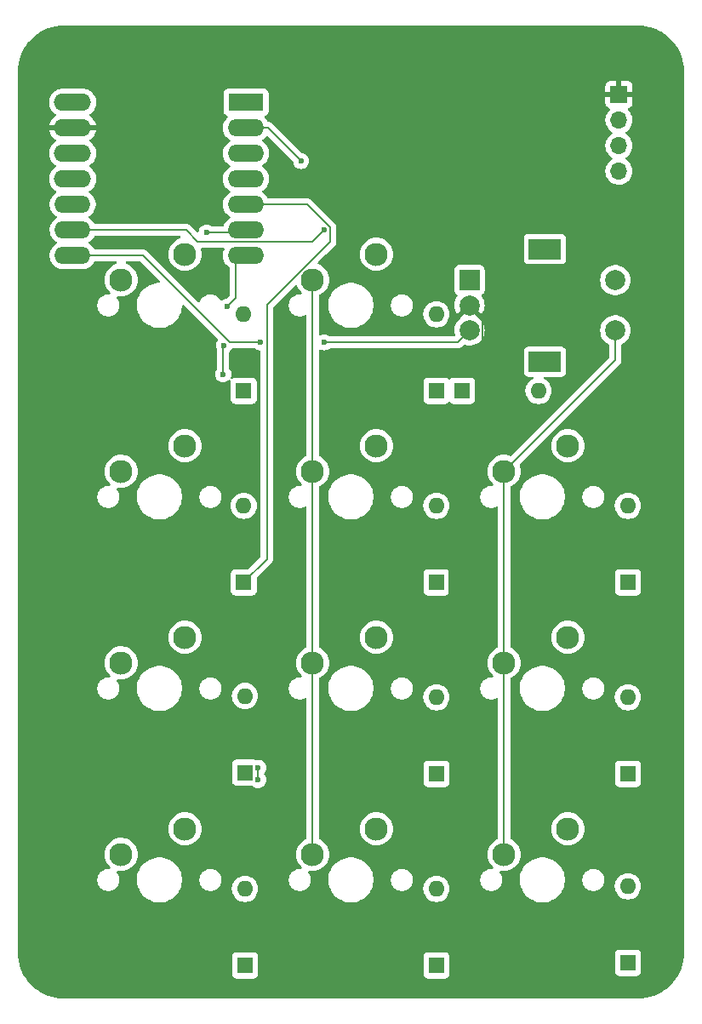
<source format=gbr>
%TF.GenerationSoftware,KiCad,Pcbnew,8.0.6*%
%TF.CreationDate,2024-10-21T23:06:15+01:00*%
%TF.ProjectId,vrishpad,76726973-6870-4616-942e-6b696361645f,rev?*%
%TF.SameCoordinates,Original*%
%TF.FileFunction,Copper,L2,Bot*%
%TF.FilePolarity,Positive*%
%FSLAX46Y46*%
G04 Gerber Fmt 4.6, Leading zero omitted, Abs format (unit mm)*
G04 Created by KiCad (PCBNEW 8.0.6) date 2024-10-21 23:06:15*
%MOMM*%
%LPD*%
G01*
G04 APERTURE LIST*
%TA.AperFunction,ComponentPad*%
%ADD10C,2.300000*%
%TD*%
%TA.AperFunction,ComponentPad*%
%ADD11R,1.600000X1.600000*%
%TD*%
%TA.AperFunction,ComponentPad*%
%ADD12O,1.600000X1.600000*%
%TD*%
%TA.AperFunction,ComponentPad*%
%ADD13R,1.700000X1.700000*%
%TD*%
%TA.AperFunction,ComponentPad*%
%ADD14O,1.700000X1.700000*%
%TD*%
%TA.AperFunction,ComponentPad*%
%ADD15C,2.000000*%
%TD*%
%TA.AperFunction,ComponentPad*%
%ADD16R,3.200000X2.000000*%
%TD*%
%TA.AperFunction,ComponentPad*%
%ADD17R,2.000000X2.000000*%
%TD*%
%TA.AperFunction,ComponentPad*%
%ADD18O,3.700000X1.700000*%
%TD*%
%TA.AperFunction,ComponentPad*%
%ADD19O,3.600000X1.700000*%
%TD*%
%TA.AperFunction,ComponentPad*%
%ADD20R,3.500000X1.700000*%
%TD*%
%TA.AperFunction,ViaPad*%
%ADD21C,0.600000*%
%TD*%
%TA.AperFunction,Conductor*%
%ADD22C,0.200000*%
%TD*%
G04 APERTURE END LIST*
D10*
%TO.P,SW7,1,1*%
%TO.N,COL2*%
X81915000Y-64135000D03*
%TO.P,SW7,2,2*%
%TO.N,Net-(D7-A)*%
X88265000Y-61595000D03*
%TD*%
D11*
%TO.P,D2,1,K*%
%TO.N,ROW1*%
X56007000Y-75184000D03*
D12*
%TO.P,D2,2,A*%
%TO.N,Net-(D2-A)*%
X56007000Y-67564000D03*
%TD*%
D11*
%TO.P,D10,1,K*%
%TO.N,ROW2*%
X75184000Y-94234000D03*
D12*
%TO.P,D10,2,A*%
%TO.N,Net-(D10-A)*%
X75184000Y-86614000D03*
%TD*%
D11*
%TO.P,D9,1,K*%
%TO.N,ROW2*%
X56134000Y-94107000D03*
D12*
%TO.P,D9,2,A*%
%TO.N,Net-(D9-A)*%
X56134000Y-86487000D03*
%TD*%
D10*
%TO.P,SW12,1,1*%
%TO.N,COL1*%
X62865000Y-102235000D03*
%TO.P,SW12,2,2*%
%TO.N,Net-(D12-A)*%
X69215000Y-99695000D03*
%TD*%
%TO.P,SW3,1,1*%
%TO.N,COL0*%
X43815000Y-45085000D03*
%TO.P,SW3,2,2*%
%TO.N,Net-(D1-A)*%
X50165000Y-42545000D03*
%TD*%
D13*
%TO.P,U2,1,GND*%
%TO.N,GND*%
X93345000Y-26670000D03*
D14*
%TO.P,U2,2,VCC_IN*%
%TO.N,VCC*%
X93345000Y-29210000D03*
%TO.P,U2,3,SCL*%
%TO.N,OLED_SCL*%
X93345000Y-31750000D03*
%TO.P,U2,4,SDA*%
%TO.N,OLED_SDA*%
X93345000Y-34290000D03*
%TD*%
D10*
%TO.P,SW9,1,1*%
%TO.N,COL0*%
X43815000Y-83185000D03*
%TO.P,SW9,2,2*%
%TO.N,Net-(D9-A)*%
X50165000Y-80645000D03*
%TD*%
D11*
%TO.P,D15,1,K*%
%TO.N,ROW3*%
X94234000Y-113030000D03*
D12*
%TO.P,D15,2,A*%
%TO.N,Net-(D15-A)*%
X94234000Y-105410000D03*
%TD*%
D10*
%TO.P,SW5,1,1*%
%TO.N,COL1*%
X62865000Y-45085000D03*
%TO.P,SW5,2,2*%
%TO.N,Net-(D3-A)*%
X69215000Y-42545000D03*
%TD*%
%TO.P,SW6,1,1*%
%TO.N,COL1*%
X62865000Y-64135000D03*
%TO.P,SW6,2,2*%
%TO.N,Net-(D4-A)*%
X69215000Y-61595000D03*
%TD*%
D11*
%TO.P,D1,1,K*%
%TO.N,ROW0*%
X56007000Y-56134000D03*
D12*
%TO.P,D1,2,A*%
%TO.N,Net-(D1-A)*%
X56007000Y-48514000D03*
%TD*%
D10*
%TO.P,SW4,1,1*%
%TO.N,COL0*%
X43815000Y-64135000D03*
%TO.P,SW4,2,2*%
%TO.N,Net-(D2-A)*%
X50165000Y-61595000D03*
%TD*%
D11*
%TO.P,D3,1,K*%
%TO.N,ROW0*%
X75184000Y-56134000D03*
D12*
%TO.P,D3,2,A*%
%TO.N,Net-(D3-A)*%
X75184000Y-48514000D03*
%TD*%
D11*
%TO.P,D4,1,K*%
%TO.N,ROW1*%
X75184000Y-75184000D03*
D12*
%TO.P,D4,2,A*%
%TO.N,Net-(D4-A)*%
X75184000Y-67564000D03*
%TD*%
D10*
%TO.P,SW11,1,1*%
%TO.N,COL0*%
X43815000Y-102235000D03*
%TO.P,SW11,2,2*%
%TO.N,Net-(D11-A)*%
X50165000Y-99695000D03*
%TD*%
D11*
%TO.P,D5,1,K*%
%TO.N,ROW0*%
X77724000Y-56134000D03*
D12*
%TO.P,D5,2,A*%
%TO.N,RES2*%
X85344000Y-56134000D03*
%TD*%
D11*
%TO.P,D13,1,K*%
%TO.N,ROW2*%
X94234000Y-94234000D03*
D12*
%TO.P,D13,2,A*%
%TO.N,Net-(D13-A)*%
X94234000Y-86614000D03*
%TD*%
D11*
%TO.P,D11,1,K*%
%TO.N,ROW3*%
X56134000Y-113284000D03*
D12*
%TO.P,D11,2,A*%
%TO.N,Net-(D11-A)*%
X56134000Y-105664000D03*
%TD*%
D11*
%TO.P,D7,1,K*%
%TO.N,ROW1*%
X94234000Y-75184000D03*
D12*
%TO.P,D7,2,A*%
%TO.N,Net-(D7-A)*%
X94234000Y-67564000D03*
%TD*%
D11*
%TO.P,D12,1,K*%
%TO.N,ROW3*%
X75184000Y-113284000D03*
D12*
%TO.P,D12,2,A*%
%TO.N,Net-(D12-A)*%
X75184000Y-105664000D03*
%TD*%
D10*
%TO.P,SW15,1,1*%
%TO.N,COL2*%
X81915000Y-102235000D03*
%TO.P,SW15,2,2*%
%TO.N,Net-(D15-A)*%
X88265000Y-99695000D03*
%TD*%
%TO.P,SW13,1,1*%
%TO.N,COL2*%
X81915000Y-83185000D03*
%TO.P,SW13,2,2*%
%TO.N,Net-(D13-A)*%
X88265000Y-80645000D03*
%TD*%
%TO.P,SW10,1,1*%
%TO.N,COL1*%
X62865000Y-83185000D03*
%TO.P,SW10,2,2*%
%TO.N,Net-(D10-A)*%
X69215000Y-80645000D03*
%TD*%
D15*
%TO.P,SW17,S2,S2*%
%TO.N,RES2*%
X92975000Y-45125000D03*
%TO.P,SW17,S1,S1*%
%TO.N,COL2*%
X92975000Y-50125000D03*
D16*
%TO.P,SW17,MP*%
%TO.N,N/C*%
X85975000Y-53225000D03*
X85975000Y-42025000D03*
D15*
%TO.P,SW17,C,C*%
%TO.N,GND*%
X78475000Y-47625000D03*
%TO.P,SW17,B,B*%
%TO.N,REB*%
X78475000Y-50125000D03*
D17*
%TO.P,SW17,A,A*%
%TO.N,REA*%
X78475000Y-45125000D03*
%TD*%
D18*
%TO.P,U1,14,5V*%
%TO.N,VCC*%
X38991500Y-27432000D03*
%TO.P,U1,13,GND*%
%TO.N,GND*%
X38991500Y-29972000D03*
%TO.P,U1,12,3V3*%
%TO.N,unconnected-(U1-3V3-Pad12)*%
X38991500Y-32512000D03*
%TO.P,U1,11,PA6_A10_D10_MOSI*%
%TO.N,OLED_SCL*%
X38991500Y-35052000D03*
D19*
%TO.P,U1,10,PA5_A9_D9_MISO*%
%TO.N,OLED_SDA*%
X38991500Y-37592000D03*
%TO.P,U1,9,PA7_A8_D8_SCK*%
%TO.N,REA*%
X38991500Y-40132000D03*
%TO.P,U1,8,PB09_A7_D7_RX*%
%TO.N,REB*%
X38991500Y-42672000D03*
%TO.P,U1,7,PB08_A6_D6_TX*%
%TO.N,ROW3*%
X56241500Y-42672000D03*
%TO.P,U1,6,PA9_A5_D5_SCL*%
%TO.N,ROW2*%
X56241500Y-40132000D03*
%TO.P,U1,5,PA8_A4_D4_SDA*%
%TO.N,ROW1*%
X56241500Y-37592000D03*
%TO.P,U1,4,PA11_A3_D3*%
%TO.N,ROW0*%
X56241500Y-35052000D03*
%TO.P,U1,3,PA10_A2_D2*%
%TO.N,COL2*%
X56241500Y-32512000D03*
%TO.P,U1,2,PA4_A1_D1*%
%TO.N,COL1*%
X56241500Y-29972000D03*
D20*
%TO.P,U1,1,PA02_A0_D0*%
%TO.N,COL0*%
X56241500Y-27432000D03*
%TD*%
D21*
%TO.N,ROW2*%
X52324000Y-40386000D03*
%TO.N,ROW3*%
X57434002Y-93634000D03*
X53970657Y-54478657D03*
X54065123Y-51598877D03*
X54356000Y-47752000D03*
X57434002Y-94834000D03*
%TO.N,COL1*%
X61722000Y-33274000D03*
%TO.N,REA*%
X64008000Y-40132000D03*
%TO.N,GND*%
X76454000Y-84074000D03*
X53848000Y-61722000D03*
X86106000Y-31750000D03*
X56664765Y-77193235D03*
X63754000Y-77216000D03*
X49276000Y-33528000D03*
X50292000Y-75692000D03*
X47244000Y-41656000D03*
%TO.N,REB*%
X57707000Y-51308000D03*
X64008000Y-51308000D03*
%TD*%
D22*
%TO.N,ROW1*%
X64608000Y-39883471D02*
X64608000Y-41291390D01*
X64608000Y-41291390D02*
X58307000Y-47592390D01*
X58307000Y-72884000D02*
X56007000Y-75184000D01*
X58307000Y-47592390D02*
X58307000Y-72884000D01*
X62316529Y-37592000D02*
X64608000Y-39883471D01*
X55241500Y-37592000D02*
X62316529Y-37592000D01*
%TO.N,ROW2*%
X52324000Y-40386000D02*
X56007000Y-40386000D01*
X56007000Y-40386000D02*
X56261000Y-40132000D01*
%TO.N,ROW3*%
X57434002Y-94834000D02*
X57434002Y-93634000D01*
X55241500Y-46866500D02*
X55241500Y-42672000D01*
X53970657Y-54478657D02*
X53970657Y-51693343D01*
X54356000Y-47752000D02*
X55241500Y-46866500D01*
X53970657Y-51693343D02*
X54065123Y-51598877D01*
%TO.N,COL1*%
X58420000Y-29972000D02*
X55241500Y-29972000D01*
X62865000Y-64135000D02*
X62865000Y-83185000D01*
X62865000Y-83185000D02*
X62865000Y-102235000D01*
X62865000Y-45085000D02*
X62865000Y-64135000D01*
X61722000Y-33274000D02*
X58420000Y-29972000D01*
%TO.N,COL2*%
X81915000Y-83185000D02*
X81915000Y-102235000D01*
X81915000Y-64135000D02*
X81915000Y-83185000D01*
X92975000Y-53075000D02*
X81915000Y-64135000D01*
X92975000Y-50125000D02*
X92975000Y-53075000D01*
%TO.N,REA*%
X64008000Y-40132000D02*
X62858000Y-41282000D01*
X62858000Y-41282000D02*
X51442000Y-41282000D01*
X51442000Y-41282000D02*
X50292000Y-40132000D01*
X50292000Y-40132000D02*
X39991500Y-40132000D01*
%TO.N,GND*%
X76454000Y-69088000D02*
X76454000Y-84074000D01*
X91186000Y-26670000D02*
X86106000Y-31750000D01*
X56664765Y-77193235D02*
X51793235Y-77193235D01*
X79775000Y-48925000D02*
X79775000Y-65767000D01*
X50292000Y-65278000D02*
X53848000Y-61722000D01*
X76454000Y-84074000D02*
X69596000Y-77216000D01*
X45720000Y-29972000D02*
X49276000Y-33528000D01*
X50292000Y-75692000D02*
X50292000Y-65278000D01*
X69596000Y-77216000D02*
X63754000Y-77216000D01*
X79775000Y-65767000D02*
X76454000Y-69088000D01*
X51793235Y-77193235D02*
X50292000Y-75692000D01*
X39991500Y-29972000D02*
X45720000Y-29972000D01*
X78475000Y-47625000D02*
X79775000Y-48925000D01*
X93345000Y-26670000D02*
X91186000Y-26670000D01*
%TO.N,REB*%
X78475000Y-50125000D02*
X77292000Y-51308000D01*
X77292000Y-51308000D02*
X64008000Y-51308000D01*
X45986775Y-42672000D02*
X39991500Y-42672000D01*
X57707000Y-51308000D02*
X54622775Y-51308000D01*
X54622775Y-51308000D02*
X45986775Y-42672000D01*
%TD*%
%TA.AperFunction,Conductor*%
%TO.N,GND*%
G36*
X49671446Y-40752185D02*
G01*
X49717201Y-40804989D01*
X49727145Y-40874147D01*
X49698120Y-40937703D01*
X49651860Y-40971060D01*
X49637210Y-40977129D01*
X49413376Y-41069843D01*
X49191859Y-41205588D01*
X48994311Y-41374311D01*
X48825588Y-41571859D01*
X48689843Y-41793376D01*
X48590427Y-42033389D01*
X48529778Y-42286009D01*
X48509396Y-42545000D01*
X48529778Y-42803990D01*
X48590427Y-43056610D01*
X48689843Y-43296623D01*
X48689845Y-43296627D01*
X48689846Y-43296628D01*
X48825588Y-43518140D01*
X48994311Y-43715689D01*
X49191860Y-43884412D01*
X49413372Y-44020154D01*
X49413374Y-44020154D01*
X49413376Y-44020156D01*
X49446089Y-44033706D01*
X49653390Y-44119573D01*
X49906006Y-44180221D01*
X50165000Y-44200604D01*
X50423994Y-44180221D01*
X50676610Y-44119573D01*
X50916628Y-44020154D01*
X51138140Y-43884412D01*
X51335689Y-43715689D01*
X51504412Y-43518140D01*
X51640154Y-43296628D01*
X51739573Y-43056610D01*
X51800221Y-42803994D01*
X51820604Y-42545000D01*
X51800221Y-42286006D01*
X51740066Y-42035444D01*
X51743557Y-41965665D01*
X51784220Y-41908848D01*
X51849146Y-41883034D01*
X51860640Y-41882500D01*
X53975719Y-41882500D01*
X54042758Y-41902185D01*
X54088513Y-41954989D01*
X54098457Y-42024147D01*
X54086204Y-42062795D01*
X54039944Y-42153585D01*
X53974253Y-42355760D01*
X53944281Y-42545000D01*
X53941000Y-42565713D01*
X53941000Y-42778287D01*
X53974254Y-42988243D01*
X54021120Y-43132482D01*
X54039944Y-43190414D01*
X54136451Y-43379820D01*
X54261390Y-43551786D01*
X54261396Y-43551792D01*
X54411708Y-43702104D01*
X54583684Y-43827051D01*
X54583688Y-43827053D01*
X54587626Y-43829914D01*
X54586646Y-43831262D01*
X54628660Y-43877690D01*
X54641000Y-43931617D01*
X54641000Y-46566402D01*
X54621315Y-46633441D01*
X54604681Y-46654083D01*
X54337465Y-46921298D01*
X54276142Y-46954783D01*
X54263668Y-46956837D01*
X54176750Y-46966630D01*
X54006478Y-47026210D01*
X53853733Y-47122186D01*
X53852502Y-47123169D01*
X53851557Y-47123554D01*
X53847842Y-47125889D01*
X53847432Y-47125237D01*
X53787812Y-47149569D01*
X53719118Y-47136804D01*
X53668230Y-47088928D01*
X53664716Y-47082506D01*
X53647003Y-47047741D01*
X53588073Y-46966632D01*
X53545101Y-46907486D01*
X53422514Y-46784899D01*
X53282260Y-46682998D01*
X53236286Y-46659573D01*
X53127791Y-46604291D01*
X53127788Y-46604290D01*
X52962913Y-46550720D01*
X52791687Y-46523600D01*
X52791682Y-46523600D01*
X52618318Y-46523600D01*
X52618313Y-46523600D01*
X52447086Y-46550720D01*
X52282211Y-46604290D01*
X52282208Y-46604291D01*
X52127739Y-46682998D01*
X52053592Y-46736870D01*
X51987486Y-46784899D01*
X51987484Y-46784901D01*
X51987483Y-46784901D01*
X51864901Y-46907483D01*
X51864901Y-46907484D01*
X51864899Y-46907486D01*
X51854864Y-46921298D01*
X51762998Y-47047739D01*
X51684291Y-47202208D01*
X51684289Y-47202214D01*
X51668818Y-47249832D01*
X51629381Y-47307508D01*
X51565023Y-47334707D01*
X51496176Y-47322793D01*
X51463206Y-47299196D01*
X46474365Y-42310355D01*
X46474363Y-42310352D01*
X46355492Y-42191481D01*
X46355491Y-42191480D01*
X46268679Y-42141360D01*
X46268679Y-42141359D01*
X46268675Y-42141358D01*
X46218560Y-42112423D01*
X46065832Y-42071499D01*
X45907718Y-42071499D01*
X45900122Y-42071499D01*
X45900106Y-42071500D01*
X41227219Y-42071500D01*
X41160180Y-42051815D01*
X41116735Y-42003795D01*
X41096552Y-41964185D01*
X41096551Y-41964184D01*
X40971609Y-41792213D01*
X40821286Y-41641890D01*
X40649320Y-41516951D01*
X40648615Y-41516591D01*
X40640554Y-41512485D01*
X40589759Y-41464512D01*
X40572963Y-41396692D01*
X40595499Y-41330556D01*
X40640554Y-41291515D01*
X40649316Y-41287051D01*
X40752159Y-41212332D01*
X40821286Y-41162109D01*
X40821288Y-41162106D01*
X40821292Y-41162104D01*
X40971604Y-41011792D01*
X40971606Y-41011788D01*
X40971609Y-41011786D01*
X41071608Y-40874147D01*
X41096551Y-40839816D01*
X41096849Y-40839230D01*
X41116735Y-40800205D01*
X41164709Y-40749409D01*
X41227219Y-40732500D01*
X49604407Y-40732500D01*
X49671446Y-40752185D01*
G37*
%TD.AperFunction*%
%TA.AperFunction,Conductor*%
G36*
X95252702Y-19804618D02*
G01*
X95265819Y-19805190D01*
X95643742Y-19821690D01*
X95654477Y-19822630D01*
X96039859Y-19873366D01*
X96050493Y-19875241D01*
X96429990Y-19959374D01*
X96440416Y-19962168D01*
X96811135Y-20079055D01*
X96821270Y-20082744D01*
X97180387Y-20231495D01*
X97190178Y-20236061D01*
X97280267Y-20282958D01*
X97534942Y-20415534D01*
X97544309Y-20420941D01*
X97814434Y-20593030D01*
X97872130Y-20629786D01*
X97880991Y-20635991D01*
X98189353Y-20872605D01*
X98197640Y-20879559D01*
X98484204Y-21142146D01*
X98491853Y-21149795D01*
X98754440Y-21436359D01*
X98761394Y-21444646D01*
X98998008Y-21753008D01*
X99004213Y-21761869D01*
X99213057Y-22089689D01*
X99218465Y-22099057D01*
X99397935Y-22443814D01*
X99402507Y-22453618D01*
X99551249Y-22812714D01*
X99554949Y-22822879D01*
X99671828Y-23193572D01*
X99674628Y-23204021D01*
X99758756Y-23583498D01*
X99760634Y-23594151D01*
X99811367Y-23979499D01*
X99812310Y-23990276D01*
X99829382Y-24381297D01*
X99829500Y-24386706D01*
X99829500Y-112186089D01*
X99829382Y-112191498D01*
X99820208Y-112401621D01*
X99819265Y-112412397D01*
X99768532Y-112797747D01*
X99766654Y-112808400D01*
X99682527Y-113187876D01*
X99679727Y-113198326D01*
X99562849Y-113569015D01*
X99559149Y-113579180D01*
X99410405Y-113938280D01*
X99405833Y-113948084D01*
X99226364Y-114292840D01*
X99220956Y-114302208D01*
X99012111Y-114630029D01*
X99005906Y-114638890D01*
X98769292Y-114947251D01*
X98762338Y-114955538D01*
X98499751Y-115242102D01*
X98492102Y-115249751D01*
X98205538Y-115512338D01*
X98197251Y-115519292D01*
X97888890Y-115755906D01*
X97880029Y-115762111D01*
X97552208Y-115970956D01*
X97542840Y-115976364D01*
X97198084Y-116155833D01*
X97188280Y-116160405D01*
X96829180Y-116309149D01*
X96819015Y-116312849D01*
X96448326Y-116429727D01*
X96437876Y-116432527D01*
X96058400Y-116516654D01*
X96047747Y-116518532D01*
X95662397Y-116569265D01*
X95651621Y-116570208D01*
X95260601Y-116587280D01*
X95255192Y-116587398D01*
X38102706Y-116587398D01*
X38097297Y-116587280D01*
X37706276Y-116570208D01*
X37695501Y-116569265D01*
X37606792Y-116557586D01*
X37310151Y-116518532D01*
X37299498Y-116516654D01*
X36920021Y-116432526D01*
X36909572Y-116429726D01*
X36633097Y-116342553D01*
X36538877Y-116312846D01*
X36528714Y-116309147D01*
X36169618Y-116160404D01*
X36159814Y-116155832D01*
X35815057Y-115976363D01*
X35805689Y-115970955D01*
X35477875Y-115762115D01*
X35469013Y-115755910D01*
X35160641Y-115519287D01*
X35152355Y-115512333D01*
X35101156Y-115465418D01*
X34865796Y-115249750D01*
X34858147Y-115242101D01*
X34595560Y-114955538D01*
X34588606Y-114947251D01*
X34351992Y-114638889D01*
X34345787Y-114630028D01*
X34177513Y-114365891D01*
X34136942Y-114302207D01*
X34131535Y-114292840D01*
X34078772Y-114191483D01*
X33952063Y-113948077D01*
X33947497Y-113938285D01*
X33798745Y-113579168D01*
X33795056Y-113569033D01*
X33678165Y-113198304D01*
X33675376Y-113187892D01*
X33591242Y-112808388D01*
X33589369Y-112797760D01*
X33541760Y-112436135D01*
X54833500Y-112436135D01*
X54833500Y-114131870D01*
X54833501Y-114131876D01*
X54839908Y-114191483D01*
X54890202Y-114326328D01*
X54890206Y-114326335D01*
X54976452Y-114441544D01*
X54976455Y-114441547D01*
X55091664Y-114527793D01*
X55091671Y-114527797D01*
X55226517Y-114578091D01*
X55226516Y-114578091D01*
X55233444Y-114578835D01*
X55286127Y-114584500D01*
X56981872Y-114584499D01*
X57041483Y-114578091D01*
X57176331Y-114527796D01*
X57291546Y-114441546D01*
X57377796Y-114326331D01*
X57428091Y-114191483D01*
X57434500Y-114131873D01*
X57434499Y-112436135D01*
X73883500Y-112436135D01*
X73883500Y-114131870D01*
X73883501Y-114131876D01*
X73889908Y-114191483D01*
X73940202Y-114326328D01*
X73940206Y-114326335D01*
X74026452Y-114441544D01*
X74026455Y-114441547D01*
X74141664Y-114527793D01*
X74141671Y-114527797D01*
X74276517Y-114578091D01*
X74276516Y-114578091D01*
X74283444Y-114578835D01*
X74336127Y-114584500D01*
X76031872Y-114584499D01*
X76091483Y-114578091D01*
X76226331Y-114527796D01*
X76341546Y-114441546D01*
X76427796Y-114326331D01*
X76478091Y-114191483D01*
X76484500Y-114131873D01*
X76484499Y-112436128D01*
X76478091Y-112376517D01*
X76461631Y-112332386D01*
X76427797Y-112241671D01*
X76427793Y-112241664D01*
X76383229Y-112182135D01*
X92933500Y-112182135D01*
X92933500Y-113877870D01*
X92933501Y-113877876D01*
X92939908Y-113937483D01*
X92990202Y-114072328D01*
X92990206Y-114072335D01*
X93076452Y-114187544D01*
X93076455Y-114187547D01*
X93191664Y-114273793D01*
X93191671Y-114273797D01*
X93326517Y-114324091D01*
X93326516Y-114324091D01*
X93333444Y-114324835D01*
X93386127Y-114330500D01*
X95081872Y-114330499D01*
X95141483Y-114324091D01*
X95276331Y-114273796D01*
X95391546Y-114187546D01*
X95477796Y-114072331D01*
X95528091Y-113937483D01*
X95534500Y-113877873D01*
X95534499Y-112182128D01*
X95528091Y-112122517D01*
X95497390Y-112040204D01*
X95477797Y-111987671D01*
X95477793Y-111987664D01*
X95391547Y-111872455D01*
X95391544Y-111872452D01*
X95276335Y-111786206D01*
X95276328Y-111786202D01*
X95141482Y-111735908D01*
X95141483Y-111735908D01*
X95081883Y-111729501D01*
X95081881Y-111729500D01*
X95081873Y-111729500D01*
X95081864Y-111729500D01*
X93386129Y-111729500D01*
X93386123Y-111729501D01*
X93326516Y-111735908D01*
X93191671Y-111786202D01*
X93191664Y-111786206D01*
X93076455Y-111872452D01*
X93076452Y-111872455D01*
X92990206Y-111987664D01*
X92990202Y-111987671D01*
X92939908Y-112122517D01*
X92933501Y-112182116D01*
X92933501Y-112182123D01*
X92933500Y-112182135D01*
X76383229Y-112182135D01*
X76341547Y-112126455D01*
X76341544Y-112126452D01*
X76226335Y-112040206D01*
X76226328Y-112040202D01*
X76091482Y-111989908D01*
X76091483Y-111989908D01*
X76031883Y-111983501D01*
X76031881Y-111983500D01*
X76031873Y-111983500D01*
X76031864Y-111983500D01*
X74336129Y-111983500D01*
X74336123Y-111983501D01*
X74276516Y-111989908D01*
X74141671Y-112040202D01*
X74141664Y-112040206D01*
X74026455Y-112126452D01*
X74026452Y-112126455D01*
X73940206Y-112241664D01*
X73940202Y-112241671D01*
X73889908Y-112376517D01*
X73886051Y-112412397D01*
X73883501Y-112436123D01*
X73883500Y-112436135D01*
X57434499Y-112436135D01*
X57434499Y-112436128D01*
X57428091Y-112376517D01*
X57411631Y-112332386D01*
X57377797Y-112241671D01*
X57377793Y-112241664D01*
X57291547Y-112126455D01*
X57291544Y-112126452D01*
X57176335Y-112040206D01*
X57176328Y-112040202D01*
X57041482Y-111989908D01*
X57041483Y-111989908D01*
X56981883Y-111983501D01*
X56981881Y-111983500D01*
X56981873Y-111983500D01*
X56981864Y-111983500D01*
X55286129Y-111983500D01*
X55286123Y-111983501D01*
X55226516Y-111989908D01*
X55091671Y-112040202D01*
X55091664Y-112040206D01*
X54976455Y-112126452D01*
X54976452Y-112126455D01*
X54890206Y-112241664D01*
X54890202Y-112241671D01*
X54839908Y-112376517D01*
X54836051Y-112412397D01*
X54833501Y-112436123D01*
X54833500Y-112436135D01*
X33541760Y-112436135D01*
X33538632Y-112412377D01*
X33537692Y-112401642D01*
X33520617Y-112010545D01*
X33520500Y-112005155D01*
X33520500Y-104688312D01*
X41443600Y-104688312D01*
X41443600Y-104861687D01*
X41470720Y-105032913D01*
X41524290Y-105197788D01*
X41524291Y-105197791D01*
X41602998Y-105352260D01*
X41704899Y-105492514D01*
X41827486Y-105615101D01*
X41967740Y-105717002D01*
X42043502Y-105755604D01*
X42122208Y-105795708D01*
X42122211Y-105795709D01*
X42204648Y-105822494D01*
X42287088Y-105849280D01*
X42366391Y-105861840D01*
X42458313Y-105876400D01*
X42458318Y-105876400D01*
X42631687Y-105876400D01*
X42714695Y-105863252D01*
X42802912Y-105849280D01*
X42967791Y-105795708D01*
X43122260Y-105717002D01*
X43262514Y-105615101D01*
X43385101Y-105492514D01*
X43487002Y-105352260D01*
X43565708Y-105197791D01*
X43619280Y-105032912D01*
X43636831Y-104922099D01*
X43646400Y-104861687D01*
X43646400Y-104688312D01*
X43636831Y-104627900D01*
X45380600Y-104627900D01*
X45380600Y-104922099D01*
X45380601Y-104922116D01*
X45414987Y-105183308D01*
X45419002Y-105213800D01*
X45478889Y-105437302D01*
X45495152Y-105497994D01*
X45607734Y-105769794D01*
X45607742Y-105769810D01*
X45754840Y-106024589D01*
X45754851Y-106024605D01*
X45933948Y-106258009D01*
X45933954Y-106258016D01*
X46141983Y-106466045D01*
X46141989Y-106466050D01*
X46375403Y-106645155D01*
X46375410Y-106645159D01*
X46630189Y-106792257D01*
X46630205Y-106792265D01*
X46902005Y-106904847D01*
X46902007Y-106904847D01*
X46902013Y-106904850D01*
X47186200Y-106980998D01*
X47477894Y-107019400D01*
X47477901Y-107019400D01*
X47772099Y-107019400D01*
X47772106Y-107019400D01*
X48063800Y-106980998D01*
X48347987Y-106904850D01*
X48421318Y-106874475D01*
X48619794Y-106792265D01*
X48619797Y-106792263D01*
X48619803Y-106792261D01*
X48874597Y-106645155D01*
X49108011Y-106466050D01*
X49316050Y-106258011D01*
X49495155Y-106024597D01*
X49642261Y-105769803D01*
X49697400Y-105636686D01*
X49754847Y-105497994D01*
X49754846Y-105497994D01*
X49754850Y-105497987D01*
X49830998Y-105213800D01*
X49869400Y-104922106D01*
X49869400Y-104688312D01*
X51603600Y-104688312D01*
X51603600Y-104861687D01*
X51630720Y-105032913D01*
X51684290Y-105197788D01*
X51684291Y-105197791D01*
X51762998Y-105352260D01*
X51864899Y-105492514D01*
X51987486Y-105615101D01*
X52127740Y-105717002D01*
X52203502Y-105755604D01*
X52282208Y-105795708D01*
X52282211Y-105795709D01*
X52364648Y-105822494D01*
X52447088Y-105849280D01*
X52526391Y-105861840D01*
X52618313Y-105876400D01*
X52618318Y-105876400D01*
X52791687Y-105876400D01*
X52874695Y-105863252D01*
X52962912Y-105849280D01*
X53127791Y-105795708D01*
X53282260Y-105717002D01*
X53355213Y-105663998D01*
X54828532Y-105663998D01*
X54828532Y-105664001D01*
X54848364Y-105890686D01*
X54848366Y-105890697D01*
X54907258Y-106110488D01*
X54907261Y-106110497D01*
X55003431Y-106316732D01*
X55003432Y-106316734D01*
X55133954Y-106503141D01*
X55294858Y-106664045D01*
X55294861Y-106664047D01*
X55481266Y-106794568D01*
X55687504Y-106890739D01*
X55907308Y-106949635D01*
X56069230Y-106963801D01*
X56133998Y-106969468D01*
X56134000Y-106969468D01*
X56134002Y-106969468D01*
X56190673Y-106964509D01*
X56360692Y-106949635D01*
X56580496Y-106890739D01*
X56786734Y-106794568D01*
X56973139Y-106664047D01*
X57134047Y-106503139D01*
X57264568Y-106316734D01*
X57360739Y-106110496D01*
X57419635Y-105890692D01*
X57439468Y-105664000D01*
X57419635Y-105437308D01*
X57360739Y-105217504D01*
X57264568Y-105011266D01*
X57134047Y-104824861D01*
X57134045Y-104824858D01*
X56973141Y-104663954D01*
X56786734Y-104533432D01*
X56786732Y-104533431D01*
X56580497Y-104437261D01*
X56580488Y-104437258D01*
X56360697Y-104378366D01*
X56360693Y-104378365D01*
X56360692Y-104378365D01*
X56360691Y-104378364D01*
X56360686Y-104378364D01*
X56134002Y-104358532D01*
X56133998Y-104358532D01*
X55907313Y-104378364D01*
X55907302Y-104378366D01*
X55687511Y-104437258D01*
X55687502Y-104437261D01*
X55481267Y-104533431D01*
X55481265Y-104533432D01*
X55294858Y-104663954D01*
X55133954Y-104824858D01*
X55003432Y-105011265D01*
X55003431Y-105011267D01*
X54907261Y-105217502D01*
X54907258Y-105217511D01*
X54848366Y-105437302D01*
X54848364Y-105437313D01*
X54828532Y-105663998D01*
X53355213Y-105663998D01*
X53422514Y-105615101D01*
X53545101Y-105492514D01*
X53647002Y-105352260D01*
X53725708Y-105197791D01*
X53779280Y-105032912D01*
X53796831Y-104922099D01*
X53806400Y-104861687D01*
X53806400Y-104688312D01*
X53787796Y-104570858D01*
X53779280Y-104517088D01*
X53734206Y-104378364D01*
X53725709Y-104352211D01*
X53725708Y-104352208D01*
X53647001Y-104197739D01*
X53636480Y-104183258D01*
X53545101Y-104057486D01*
X53422514Y-103934899D01*
X53282260Y-103832998D01*
X53236286Y-103809573D01*
X53127791Y-103754291D01*
X53127788Y-103754290D01*
X52962913Y-103700720D01*
X52791687Y-103673600D01*
X52791682Y-103673600D01*
X52618318Y-103673600D01*
X52618313Y-103673600D01*
X52447086Y-103700720D01*
X52282211Y-103754290D01*
X52282208Y-103754291D01*
X52127739Y-103832998D01*
X52048454Y-103890603D01*
X51987486Y-103934899D01*
X51987484Y-103934901D01*
X51987483Y-103934901D01*
X51864901Y-104057483D01*
X51864901Y-104057484D01*
X51864899Y-104057486D01*
X51830718Y-104104532D01*
X51762998Y-104197739D01*
X51684291Y-104352208D01*
X51684290Y-104352211D01*
X51630720Y-104517086D01*
X51603600Y-104688312D01*
X49869400Y-104688312D01*
X49869400Y-104627894D01*
X49830998Y-104336200D01*
X49754850Y-104052013D01*
X49754847Y-104052005D01*
X49642265Y-103780205D01*
X49642257Y-103780189D01*
X49495159Y-103525410D01*
X49495155Y-103525403D01*
X49316050Y-103291989D01*
X49316045Y-103291983D01*
X49108016Y-103083954D01*
X49108009Y-103083948D01*
X48874605Y-102904851D01*
X48874603Y-102904849D01*
X48874597Y-102904845D01*
X48874592Y-102904842D01*
X48874589Y-102904840D01*
X48619810Y-102757742D01*
X48619794Y-102757734D01*
X48347994Y-102645152D01*
X48063796Y-102569001D01*
X47772116Y-102530601D01*
X47772111Y-102530600D01*
X47772106Y-102530600D01*
X47477894Y-102530600D01*
X47477888Y-102530600D01*
X47477883Y-102530601D01*
X47186203Y-102569001D01*
X46902005Y-102645152D01*
X46630205Y-102757734D01*
X46630189Y-102757742D01*
X46375410Y-102904840D01*
X46375394Y-102904851D01*
X46141990Y-103083948D01*
X46141983Y-103083954D01*
X45933954Y-103291983D01*
X45933948Y-103291990D01*
X45754851Y-103525394D01*
X45754840Y-103525410D01*
X45607742Y-103780189D01*
X45607734Y-103780205D01*
X45495152Y-104052005D01*
X45419001Y-104336203D01*
X45380601Y-104627883D01*
X45380600Y-104627900D01*
X43636831Y-104627900D01*
X43627796Y-104570858D01*
X43619280Y-104517088D01*
X43574206Y-104378364D01*
X43565709Y-104352211D01*
X43565708Y-104352208D01*
X43487001Y-104197739D01*
X43433692Y-104124366D01*
X43385101Y-104057486D01*
X43385098Y-104057483D01*
X43382237Y-104053545D01*
X43383985Y-104052274D01*
X43359102Y-103996721D01*
X43369549Y-103927637D01*
X43415687Y-103875167D01*
X43482868Y-103855971D01*
X43510902Y-103859392D01*
X43556006Y-103870221D01*
X43815000Y-103890604D01*
X44073994Y-103870221D01*
X44326610Y-103809573D01*
X44566628Y-103710154D01*
X44788140Y-103574412D01*
X44985689Y-103405689D01*
X45154412Y-103208140D01*
X45290154Y-102986628D01*
X45389573Y-102746610D01*
X45450221Y-102493994D01*
X45470604Y-102235000D01*
X45450221Y-101976006D01*
X45389573Y-101723390D01*
X45290154Y-101483372D01*
X45154412Y-101261860D01*
X44985689Y-101064311D01*
X44788140Y-100895588D01*
X44566628Y-100759846D01*
X44566627Y-100759845D01*
X44566623Y-100759843D01*
X44386200Y-100685110D01*
X44326610Y-100660427D01*
X44326611Y-100660427D01*
X44134857Y-100614391D01*
X44073994Y-100599779D01*
X44073992Y-100599778D01*
X44073991Y-100599778D01*
X43815000Y-100579396D01*
X43556009Y-100599778D01*
X43303389Y-100660427D01*
X43063376Y-100759843D01*
X42841859Y-100895588D01*
X42644311Y-101064311D01*
X42475588Y-101261859D01*
X42339843Y-101483376D01*
X42240427Y-101723389D01*
X42179778Y-101976009D01*
X42159396Y-102235000D01*
X42179778Y-102493990D01*
X42240427Y-102746610D01*
X42339843Y-102986623D01*
X42339845Y-102986627D01*
X42339846Y-102986628D01*
X42475588Y-103208140D01*
X42644311Y-103405689D01*
X42702410Y-103455310D01*
X42740603Y-103513817D01*
X42741101Y-103583685D01*
X42703748Y-103642731D01*
X42640401Y-103672209D01*
X42621878Y-103673600D01*
X42458313Y-103673600D01*
X42287086Y-103700720D01*
X42122211Y-103754290D01*
X42122208Y-103754291D01*
X41967739Y-103832998D01*
X41888454Y-103890603D01*
X41827486Y-103934899D01*
X41827484Y-103934901D01*
X41827483Y-103934901D01*
X41704901Y-104057483D01*
X41704901Y-104057484D01*
X41704899Y-104057486D01*
X41670718Y-104104532D01*
X41602998Y-104197739D01*
X41524291Y-104352208D01*
X41524290Y-104352211D01*
X41470720Y-104517086D01*
X41443600Y-104688312D01*
X33520500Y-104688312D01*
X33520500Y-99695000D01*
X48509396Y-99695000D01*
X48529778Y-99953990D01*
X48590427Y-100206610D01*
X48689843Y-100446623D01*
X48689845Y-100446627D01*
X48689846Y-100446628D01*
X48825588Y-100668140D01*
X48994311Y-100865689D01*
X49191860Y-101034412D01*
X49413372Y-101170154D01*
X49413374Y-101170154D01*
X49413376Y-101170156D01*
X49474693Y-101195554D01*
X49653390Y-101269573D01*
X49906006Y-101330221D01*
X50165000Y-101350604D01*
X50423994Y-101330221D01*
X50676610Y-101269573D01*
X50916628Y-101170154D01*
X51138140Y-101034412D01*
X51335689Y-100865689D01*
X51504412Y-100668140D01*
X51640154Y-100446628D01*
X51739573Y-100206610D01*
X51800221Y-99953994D01*
X51820604Y-99695000D01*
X51800221Y-99436006D01*
X51739573Y-99183390D01*
X51640154Y-98943372D01*
X51504412Y-98721860D01*
X51335689Y-98524311D01*
X51138140Y-98355588D01*
X50916628Y-98219846D01*
X50916627Y-98219845D01*
X50916623Y-98219843D01*
X50750627Y-98151086D01*
X50676610Y-98120427D01*
X50676611Y-98120427D01*
X50538921Y-98087370D01*
X50423994Y-98059779D01*
X50423992Y-98059778D01*
X50423991Y-98059778D01*
X50165000Y-98039396D01*
X49906009Y-98059778D01*
X49653389Y-98120427D01*
X49413376Y-98219843D01*
X49191859Y-98355588D01*
X48994311Y-98524311D01*
X48825588Y-98721859D01*
X48689843Y-98943376D01*
X48590427Y-99183389D01*
X48529778Y-99436009D01*
X48509396Y-99695000D01*
X33520500Y-99695000D01*
X33520500Y-93259135D01*
X54833500Y-93259135D01*
X54833500Y-94954870D01*
X54833501Y-94954876D01*
X54839908Y-95014483D01*
X54890202Y-95149328D01*
X54890206Y-95149335D01*
X54976452Y-95264544D01*
X54976455Y-95264547D01*
X55091664Y-95350793D01*
X55091671Y-95350797D01*
X55226517Y-95401091D01*
X55226516Y-95401091D01*
X55233444Y-95401835D01*
X55286127Y-95407500D01*
X56824061Y-95407499D01*
X56891100Y-95427184D01*
X56911742Y-95443818D01*
X56931740Y-95463816D01*
X56953989Y-95477796D01*
X57044229Y-95534498D01*
X57084480Y-95559789D01*
X57254747Y-95619368D01*
X57254752Y-95619369D01*
X57433998Y-95639565D01*
X57434002Y-95639565D01*
X57434006Y-95639565D01*
X57613251Y-95619369D01*
X57613254Y-95619368D01*
X57613257Y-95619368D01*
X57783524Y-95559789D01*
X57936264Y-95463816D01*
X58063818Y-95336262D01*
X58159791Y-95183522D01*
X58219370Y-95013255D01*
X58225948Y-94954872D01*
X58239567Y-94834003D01*
X58239567Y-94833996D01*
X58219371Y-94654750D01*
X58219370Y-94654745D01*
X58159790Y-94484476D01*
X58063815Y-94331734D01*
X58061552Y-94328896D01*
X58060661Y-94326715D01*
X58060113Y-94325842D01*
X58060266Y-94325745D01*
X58035146Y-94264209D01*
X58034502Y-94251587D01*
X58034502Y-94216412D01*
X58054187Y-94149373D01*
X58061557Y-94139097D01*
X58063812Y-94136267D01*
X58063818Y-94136262D01*
X58159791Y-93983522D01*
X58219370Y-93813255D01*
X58239567Y-93634000D01*
X58219370Y-93454745D01*
X58159791Y-93284478D01*
X58063818Y-93131738D01*
X57936264Y-93004184D01*
X57914012Y-92990202D01*
X57783525Y-92908211D01*
X57613256Y-92848631D01*
X57613251Y-92848630D01*
X57434006Y-92828435D01*
X57433998Y-92828435D01*
X57254748Y-92848631D01*
X57254745Y-92848631D01*
X57236424Y-92855042D01*
X57166645Y-92858601D01*
X57152141Y-92854181D01*
X57041482Y-92812908D01*
X57041483Y-92812908D01*
X56981883Y-92806501D01*
X56981881Y-92806500D01*
X56981873Y-92806500D01*
X56981864Y-92806500D01*
X55286129Y-92806500D01*
X55286123Y-92806501D01*
X55226516Y-92812908D01*
X55091671Y-92863202D01*
X55091664Y-92863206D01*
X54976455Y-92949452D01*
X54976452Y-92949455D01*
X54890206Y-93064664D01*
X54890202Y-93064671D01*
X54839908Y-93199517D01*
X54833501Y-93259116D01*
X54833500Y-93259135D01*
X33520500Y-93259135D01*
X33520500Y-85638312D01*
X41443600Y-85638312D01*
X41443600Y-85811687D01*
X41470720Y-85982913D01*
X41524290Y-86147788D01*
X41524291Y-86147791D01*
X41581619Y-86260302D01*
X41602998Y-86302260D01*
X41704899Y-86442514D01*
X41827486Y-86565101D01*
X41967740Y-86667002D01*
X42030485Y-86698972D01*
X42122208Y-86745708D01*
X42122211Y-86745709D01*
X42204648Y-86772494D01*
X42287088Y-86799280D01*
X42366391Y-86811840D01*
X42458313Y-86826400D01*
X42458318Y-86826400D01*
X42631687Y-86826400D01*
X42714695Y-86813252D01*
X42802912Y-86799280D01*
X42967791Y-86745708D01*
X43122260Y-86667002D01*
X43262514Y-86565101D01*
X43385101Y-86442514D01*
X43487002Y-86302260D01*
X43565708Y-86147791D01*
X43619280Y-85982912D01*
X43642823Y-85834267D01*
X43646400Y-85811687D01*
X43646400Y-85638312D01*
X43636831Y-85577900D01*
X45380600Y-85577900D01*
X45380600Y-85872099D01*
X45380601Y-85872116D01*
X45402770Y-86040511D01*
X45419002Y-86163800D01*
X45478889Y-86387302D01*
X45495152Y-86447994D01*
X45607734Y-86719794D01*
X45607742Y-86719810D01*
X45754840Y-86974589D01*
X45754851Y-86974605D01*
X45933948Y-87208009D01*
X45933954Y-87208016D01*
X46141983Y-87416045D01*
X46141989Y-87416050D01*
X46375403Y-87595155D01*
X46375410Y-87595159D01*
X46630189Y-87742257D01*
X46630205Y-87742265D01*
X46902005Y-87854847D01*
X46902007Y-87854847D01*
X46902013Y-87854850D01*
X47186200Y-87930998D01*
X47477894Y-87969400D01*
X47477901Y-87969400D01*
X47772099Y-87969400D01*
X47772106Y-87969400D01*
X48063800Y-87930998D01*
X48347987Y-87854850D01*
X48498592Y-87792468D01*
X48619794Y-87742265D01*
X48619797Y-87742263D01*
X48619803Y-87742261D01*
X48874597Y-87595155D01*
X49108011Y-87416050D01*
X49316050Y-87208011D01*
X49495155Y-86974597D01*
X49642261Y-86719803D01*
X49644793Y-86713692D01*
X49754847Y-86447994D01*
X49754846Y-86447994D01*
X49754850Y-86447987D01*
X49830998Y-86163800D01*
X49869400Y-85872106D01*
X49869400Y-85638312D01*
X51603600Y-85638312D01*
X51603600Y-85811687D01*
X51630720Y-85982913D01*
X51684290Y-86147788D01*
X51684291Y-86147791D01*
X51741619Y-86260302D01*
X51762998Y-86302260D01*
X51864899Y-86442514D01*
X51987486Y-86565101D01*
X52127740Y-86667002D01*
X52190485Y-86698972D01*
X52282208Y-86745708D01*
X52282211Y-86745709D01*
X52364648Y-86772494D01*
X52447088Y-86799280D01*
X52526391Y-86811840D01*
X52618313Y-86826400D01*
X52618318Y-86826400D01*
X52791687Y-86826400D01*
X52874695Y-86813252D01*
X52962912Y-86799280D01*
X53127791Y-86745708D01*
X53282260Y-86667002D01*
X53422514Y-86565101D01*
X53500617Y-86486998D01*
X54828532Y-86486998D01*
X54828532Y-86487001D01*
X54848364Y-86713686D01*
X54848366Y-86713697D01*
X54907258Y-86933488D01*
X54907261Y-86933497D01*
X55003431Y-87139732D01*
X55003432Y-87139734D01*
X55133954Y-87326141D01*
X55294858Y-87487045D01*
X55294861Y-87487047D01*
X55481266Y-87617568D01*
X55687504Y-87713739D01*
X55907308Y-87772635D01*
X56069230Y-87786801D01*
X56133998Y-87792468D01*
X56134000Y-87792468D01*
X56134002Y-87792468D01*
X56190673Y-87787509D01*
X56360692Y-87772635D01*
X56580496Y-87713739D01*
X56786734Y-87617568D01*
X56973139Y-87487047D01*
X57134047Y-87326139D01*
X57264568Y-87139734D01*
X57360739Y-86933496D01*
X57419635Y-86713692D01*
X57439468Y-86487000D01*
X57419635Y-86260308D01*
X57360739Y-86040504D01*
X57264568Y-85834266D01*
X57134047Y-85647861D01*
X57134045Y-85647858D01*
X56973141Y-85486954D01*
X56786734Y-85356432D01*
X56786732Y-85356431D01*
X56580497Y-85260261D01*
X56580488Y-85260258D01*
X56360697Y-85201366D01*
X56360693Y-85201365D01*
X56360692Y-85201365D01*
X56360691Y-85201364D01*
X56360686Y-85201364D01*
X56134002Y-85181532D01*
X56133998Y-85181532D01*
X55907313Y-85201364D01*
X55907302Y-85201366D01*
X55687511Y-85260258D01*
X55687502Y-85260261D01*
X55481267Y-85356431D01*
X55481265Y-85356432D01*
X55294858Y-85486954D01*
X55133954Y-85647858D01*
X55003432Y-85834265D01*
X55003431Y-85834267D01*
X54907261Y-86040502D01*
X54907258Y-86040511D01*
X54848366Y-86260302D01*
X54848364Y-86260313D01*
X54828532Y-86486998D01*
X53500617Y-86486998D01*
X53545101Y-86442514D01*
X53647002Y-86302260D01*
X53725708Y-86147791D01*
X53779280Y-85982912D01*
X53802823Y-85834267D01*
X53806400Y-85811687D01*
X53806400Y-85638312D01*
X53782426Y-85486953D01*
X53779280Y-85467088D01*
X53734206Y-85328364D01*
X53725709Y-85302211D01*
X53725708Y-85302208D01*
X53647001Y-85147739D01*
X53545101Y-85007486D01*
X53422514Y-84884899D01*
X53282260Y-84782998D01*
X53236286Y-84759573D01*
X53127791Y-84704291D01*
X53127788Y-84704290D01*
X52962913Y-84650720D01*
X52791687Y-84623600D01*
X52791682Y-84623600D01*
X52618318Y-84623600D01*
X52618313Y-84623600D01*
X52447086Y-84650720D01*
X52282211Y-84704290D01*
X52282208Y-84704291D01*
X52127739Y-84782998D01*
X52048454Y-84840603D01*
X51987486Y-84884899D01*
X51987484Y-84884901D01*
X51987483Y-84884901D01*
X51864901Y-85007483D01*
X51864901Y-85007484D01*
X51864899Y-85007486D01*
X51821136Y-85067719D01*
X51762998Y-85147739D01*
X51684291Y-85302208D01*
X51684290Y-85302211D01*
X51630720Y-85467086D01*
X51603600Y-85638312D01*
X49869400Y-85638312D01*
X49869400Y-85577894D01*
X49830998Y-85286200D01*
X49754850Y-85002013D01*
X49754847Y-85002005D01*
X49642265Y-84730205D01*
X49642257Y-84730189D01*
X49495159Y-84475410D01*
X49495155Y-84475403D01*
X49316050Y-84241989D01*
X49316045Y-84241983D01*
X49108016Y-84033954D01*
X49108009Y-84033948D01*
X48874605Y-83854851D01*
X48874603Y-83854849D01*
X48874597Y-83854845D01*
X48874592Y-83854842D01*
X48874589Y-83854840D01*
X48619810Y-83707742D01*
X48619794Y-83707734D01*
X48347994Y-83595152D01*
X48063796Y-83519001D01*
X47772116Y-83480601D01*
X47772111Y-83480600D01*
X47772106Y-83480600D01*
X47477894Y-83480600D01*
X47477888Y-83480600D01*
X47477883Y-83480601D01*
X47186203Y-83519001D01*
X46902005Y-83595152D01*
X46630205Y-83707734D01*
X46630189Y-83707742D01*
X46375410Y-83854840D01*
X46375394Y-83854851D01*
X46141990Y-84033948D01*
X46141983Y-84033954D01*
X45933954Y-84241983D01*
X45933948Y-84241990D01*
X45754851Y-84475394D01*
X45754840Y-84475410D01*
X45607742Y-84730189D01*
X45607734Y-84730205D01*
X45495152Y-85002005D01*
X45419001Y-85286203D01*
X45380601Y-85577883D01*
X45380600Y-85577900D01*
X43636831Y-85577900D01*
X43622426Y-85486953D01*
X43619280Y-85467088D01*
X43574206Y-85328364D01*
X43565709Y-85302211D01*
X43565708Y-85302208D01*
X43487001Y-85147739D01*
X43385101Y-85007486D01*
X43385098Y-85007483D01*
X43382237Y-85003545D01*
X43383985Y-85002274D01*
X43359102Y-84946721D01*
X43369549Y-84877637D01*
X43415687Y-84825167D01*
X43482868Y-84805971D01*
X43510902Y-84809392D01*
X43556006Y-84820221D01*
X43815000Y-84840604D01*
X44073994Y-84820221D01*
X44326610Y-84759573D01*
X44566628Y-84660154D01*
X44788140Y-84524412D01*
X44985689Y-84355689D01*
X45154412Y-84158140D01*
X45290154Y-83936628D01*
X45389573Y-83696610D01*
X45450221Y-83443994D01*
X45470604Y-83185000D01*
X45450221Y-82926006D01*
X45389573Y-82673390D01*
X45290154Y-82433372D01*
X45154412Y-82211860D01*
X44985689Y-82014311D01*
X44788140Y-81845588D01*
X44566628Y-81709846D01*
X44566627Y-81709845D01*
X44566623Y-81709843D01*
X44386200Y-81635110D01*
X44326610Y-81610427D01*
X44326611Y-81610427D01*
X44134857Y-81564391D01*
X44073994Y-81549779D01*
X44073992Y-81549778D01*
X44073991Y-81549778D01*
X43815000Y-81529396D01*
X43556009Y-81549778D01*
X43303389Y-81610427D01*
X43063376Y-81709843D01*
X42841859Y-81845588D01*
X42644311Y-82014311D01*
X42475588Y-82211859D01*
X42339843Y-82433376D01*
X42240427Y-82673389D01*
X42179778Y-82926009D01*
X42159396Y-83185000D01*
X42179778Y-83443990D01*
X42240427Y-83696610D01*
X42339843Y-83936623D01*
X42339845Y-83936627D01*
X42339846Y-83936628D01*
X42475588Y-84158140D01*
X42644311Y-84355689D01*
X42702410Y-84405310D01*
X42740603Y-84463817D01*
X42741101Y-84533685D01*
X42703748Y-84592731D01*
X42640401Y-84622209D01*
X42621878Y-84623600D01*
X42458313Y-84623600D01*
X42287086Y-84650720D01*
X42122211Y-84704290D01*
X42122208Y-84704291D01*
X41967739Y-84782998D01*
X41888454Y-84840603D01*
X41827486Y-84884899D01*
X41827484Y-84884901D01*
X41827483Y-84884901D01*
X41704901Y-85007483D01*
X41704901Y-85007484D01*
X41704899Y-85007486D01*
X41661136Y-85067719D01*
X41602998Y-85147739D01*
X41524291Y-85302208D01*
X41524290Y-85302211D01*
X41470720Y-85467086D01*
X41443600Y-85638312D01*
X33520500Y-85638312D01*
X33520500Y-80645000D01*
X48509396Y-80645000D01*
X48529778Y-80903990D01*
X48590427Y-81156610D01*
X48689843Y-81396623D01*
X48689845Y-81396627D01*
X48689846Y-81396628D01*
X48825588Y-81618140D01*
X48994311Y-81815689D01*
X49191860Y-81984412D01*
X49413372Y-82120154D01*
X49413374Y-82120154D01*
X49413376Y-82120156D01*
X49474693Y-82145554D01*
X49653390Y-82219573D01*
X49906006Y-82280221D01*
X50165000Y-82300604D01*
X50423994Y-82280221D01*
X50676610Y-82219573D01*
X50916628Y-82120154D01*
X51138140Y-81984412D01*
X51335689Y-81815689D01*
X51504412Y-81618140D01*
X51640154Y-81396628D01*
X51739573Y-81156610D01*
X51800221Y-80903994D01*
X51820604Y-80645000D01*
X51800221Y-80386006D01*
X51739573Y-80133390D01*
X51640154Y-79893372D01*
X51504412Y-79671860D01*
X51335689Y-79474311D01*
X51138140Y-79305588D01*
X50916628Y-79169846D01*
X50916627Y-79169845D01*
X50916623Y-79169843D01*
X50750627Y-79101086D01*
X50676610Y-79070427D01*
X50676611Y-79070427D01*
X50538921Y-79037370D01*
X50423994Y-79009779D01*
X50423992Y-79009778D01*
X50423991Y-79009778D01*
X50165000Y-78989396D01*
X49906009Y-79009778D01*
X49653389Y-79070427D01*
X49413376Y-79169843D01*
X49191859Y-79305588D01*
X48994311Y-79474311D01*
X48825588Y-79671859D01*
X48689843Y-79893376D01*
X48590427Y-80133389D01*
X48529778Y-80386009D01*
X48509396Y-80645000D01*
X33520500Y-80645000D01*
X33520500Y-66588312D01*
X41443600Y-66588312D01*
X41443600Y-66761687D01*
X41470720Y-66932913D01*
X41524290Y-67097788D01*
X41524291Y-67097791D01*
X41602998Y-67252260D01*
X41704899Y-67392514D01*
X41827486Y-67515101D01*
X41967740Y-67617002D01*
X42030485Y-67648972D01*
X42122208Y-67695708D01*
X42122211Y-67695709D01*
X42204648Y-67722494D01*
X42287088Y-67749280D01*
X42366391Y-67761840D01*
X42458313Y-67776400D01*
X42458318Y-67776400D01*
X42631687Y-67776400D01*
X42714695Y-67763252D01*
X42802912Y-67749280D01*
X42967791Y-67695708D01*
X43122260Y-67617002D01*
X43262514Y-67515101D01*
X43385101Y-67392514D01*
X43487002Y-67252260D01*
X43565708Y-67097791D01*
X43619280Y-66932912D01*
X43636831Y-66822099D01*
X43646400Y-66761687D01*
X43646400Y-66588312D01*
X43636831Y-66527900D01*
X45380600Y-66527900D01*
X45380600Y-66822099D01*
X45380601Y-66822116D01*
X45395187Y-66932912D01*
X45419002Y-67113800D01*
X45478889Y-67337302D01*
X45495152Y-67397994D01*
X45607734Y-67669794D01*
X45607742Y-67669810D01*
X45754840Y-67924589D01*
X45754851Y-67924605D01*
X45933948Y-68158009D01*
X45933954Y-68158016D01*
X46141983Y-68366045D01*
X46141989Y-68366050D01*
X46375403Y-68545155D01*
X46375410Y-68545159D01*
X46630189Y-68692257D01*
X46630205Y-68692265D01*
X46902005Y-68804847D01*
X46902007Y-68804847D01*
X46902013Y-68804850D01*
X47186200Y-68880998D01*
X47477894Y-68919400D01*
X47477901Y-68919400D01*
X47772099Y-68919400D01*
X47772106Y-68919400D01*
X48063800Y-68880998D01*
X48347987Y-68804850D01*
X48421318Y-68774475D01*
X48619794Y-68692265D01*
X48619797Y-68692263D01*
X48619803Y-68692261D01*
X48874597Y-68545155D01*
X49108011Y-68366050D01*
X49316050Y-68158011D01*
X49495155Y-67924597D01*
X49642261Y-67669803D01*
X49645548Y-67661869D01*
X49754847Y-67397994D01*
X49754846Y-67397994D01*
X49754850Y-67397987D01*
X49830998Y-67113800D01*
X49869400Y-66822106D01*
X49869400Y-66588312D01*
X51603600Y-66588312D01*
X51603600Y-66761687D01*
X51630720Y-66932913D01*
X51684290Y-67097788D01*
X51684291Y-67097791D01*
X51762998Y-67252260D01*
X51864899Y-67392514D01*
X51987486Y-67515101D01*
X52127740Y-67617002D01*
X52190485Y-67648972D01*
X52282208Y-67695708D01*
X52282211Y-67695709D01*
X52364648Y-67722494D01*
X52447088Y-67749280D01*
X52526391Y-67761840D01*
X52618313Y-67776400D01*
X52618318Y-67776400D01*
X52791687Y-67776400D01*
X52874695Y-67763252D01*
X52962912Y-67749280D01*
X53127791Y-67695708D01*
X53282260Y-67617002D01*
X53355213Y-67563998D01*
X54701532Y-67563998D01*
X54701532Y-67564001D01*
X54721364Y-67790686D01*
X54721366Y-67790697D01*
X54780258Y-68010488D01*
X54780261Y-68010497D01*
X54876431Y-68216732D01*
X54876432Y-68216734D01*
X55006954Y-68403141D01*
X55167858Y-68564045D01*
X55167861Y-68564047D01*
X55354266Y-68694568D01*
X55560504Y-68790739D01*
X55780308Y-68849635D01*
X55942230Y-68863801D01*
X56006998Y-68869468D01*
X56007000Y-68869468D01*
X56007002Y-68869468D01*
X56063673Y-68864509D01*
X56233692Y-68849635D01*
X56453496Y-68790739D01*
X56659734Y-68694568D01*
X56846139Y-68564047D01*
X57007047Y-68403139D01*
X57137568Y-68216734D01*
X57233739Y-68010496D01*
X57292635Y-67790692D01*
X57312468Y-67564000D01*
X57292635Y-67337308D01*
X57233739Y-67117504D01*
X57137568Y-66911266D01*
X57007047Y-66724861D01*
X57007045Y-66724858D01*
X56846141Y-66563954D01*
X56659734Y-66433432D01*
X56659732Y-66433431D01*
X56453497Y-66337261D01*
X56453488Y-66337258D01*
X56233697Y-66278366D01*
X56233693Y-66278365D01*
X56233692Y-66278365D01*
X56233691Y-66278364D01*
X56233686Y-66278364D01*
X56007002Y-66258532D01*
X56006998Y-66258532D01*
X55780313Y-66278364D01*
X55780302Y-66278366D01*
X55560511Y-66337258D01*
X55560502Y-66337261D01*
X55354267Y-66433431D01*
X55354265Y-66433432D01*
X55167858Y-66563954D01*
X55006954Y-66724858D01*
X54876432Y-66911265D01*
X54876431Y-66911267D01*
X54780261Y-67117502D01*
X54780258Y-67117511D01*
X54721366Y-67337302D01*
X54721364Y-67337313D01*
X54701532Y-67563998D01*
X53355213Y-67563998D01*
X53422514Y-67515101D01*
X53545101Y-67392514D01*
X53647002Y-67252260D01*
X53725708Y-67097791D01*
X53779280Y-66932912D01*
X53796831Y-66822099D01*
X53806400Y-66761687D01*
X53806400Y-66588312D01*
X53790622Y-66488702D01*
X53779280Y-66417088D01*
X53734206Y-66278364D01*
X53725709Y-66252211D01*
X53725708Y-66252208D01*
X53647001Y-66097739D01*
X53545101Y-65957486D01*
X53422514Y-65834899D01*
X53282260Y-65732998D01*
X53236286Y-65709573D01*
X53127791Y-65654291D01*
X53127788Y-65654290D01*
X52962913Y-65600720D01*
X52791687Y-65573600D01*
X52791682Y-65573600D01*
X52618318Y-65573600D01*
X52618313Y-65573600D01*
X52447086Y-65600720D01*
X52282211Y-65654290D01*
X52282208Y-65654291D01*
X52127739Y-65732998D01*
X52048454Y-65790603D01*
X51987486Y-65834899D01*
X51987484Y-65834901D01*
X51987483Y-65834901D01*
X51864901Y-65957483D01*
X51864901Y-65957484D01*
X51864899Y-65957486D01*
X51821136Y-66017719D01*
X51762998Y-66097739D01*
X51684291Y-66252208D01*
X51684290Y-66252211D01*
X51630720Y-66417086D01*
X51603600Y-66588312D01*
X49869400Y-66588312D01*
X49869400Y-66527894D01*
X49830998Y-66236200D01*
X49754850Y-65952013D01*
X49754847Y-65952005D01*
X49642265Y-65680205D01*
X49642257Y-65680189D01*
X49495159Y-65425410D01*
X49495155Y-65425403D01*
X49316050Y-65191989D01*
X49316045Y-65191983D01*
X49108016Y-64983954D01*
X49108009Y-64983948D01*
X48874605Y-64804851D01*
X48874603Y-64804849D01*
X48874597Y-64804845D01*
X48874592Y-64804842D01*
X48874589Y-64804840D01*
X48619810Y-64657742D01*
X48619794Y-64657734D01*
X48347994Y-64545152D01*
X48063796Y-64469001D01*
X47772116Y-64430601D01*
X47772111Y-64430600D01*
X47772106Y-64430600D01*
X47477894Y-64430600D01*
X47477888Y-64430600D01*
X47477883Y-64430601D01*
X47186203Y-64469001D01*
X46902005Y-64545152D01*
X46630205Y-64657734D01*
X46630189Y-64657742D01*
X46375410Y-64804840D01*
X46375394Y-64804851D01*
X46141990Y-64983948D01*
X46141983Y-64983954D01*
X45933954Y-65191983D01*
X45933948Y-65191990D01*
X45754851Y-65425394D01*
X45754840Y-65425410D01*
X45607742Y-65680189D01*
X45607734Y-65680205D01*
X45495152Y-65952005D01*
X45419001Y-66236203D01*
X45380601Y-66527883D01*
X45380600Y-66527900D01*
X43636831Y-66527900D01*
X43630622Y-66488702D01*
X43619280Y-66417088D01*
X43574206Y-66278364D01*
X43565709Y-66252211D01*
X43565708Y-66252208D01*
X43487001Y-66097739D01*
X43385101Y-65957486D01*
X43385098Y-65957483D01*
X43382237Y-65953545D01*
X43383985Y-65952274D01*
X43359102Y-65896721D01*
X43369549Y-65827637D01*
X43415687Y-65775167D01*
X43482868Y-65755971D01*
X43510902Y-65759392D01*
X43556006Y-65770221D01*
X43815000Y-65790604D01*
X44073994Y-65770221D01*
X44326610Y-65709573D01*
X44566628Y-65610154D01*
X44788140Y-65474412D01*
X44985689Y-65305689D01*
X45154412Y-65108140D01*
X45290154Y-64886628D01*
X45389573Y-64646610D01*
X45450221Y-64393994D01*
X45470604Y-64135000D01*
X45450221Y-63876006D01*
X45389573Y-63623390D01*
X45290154Y-63383372D01*
X45154412Y-63161860D01*
X44985689Y-62964311D01*
X44788140Y-62795588D01*
X44566628Y-62659846D01*
X44566627Y-62659845D01*
X44566623Y-62659843D01*
X44386200Y-62585110D01*
X44326610Y-62560427D01*
X44326611Y-62560427D01*
X44134857Y-62514391D01*
X44073994Y-62499779D01*
X44073992Y-62499778D01*
X44073991Y-62499778D01*
X43815000Y-62479396D01*
X43556009Y-62499778D01*
X43303389Y-62560427D01*
X43063376Y-62659843D01*
X42841859Y-62795588D01*
X42644311Y-62964311D01*
X42475588Y-63161859D01*
X42339843Y-63383376D01*
X42240427Y-63623389D01*
X42179778Y-63876009D01*
X42159396Y-64135000D01*
X42179778Y-64393990D01*
X42240427Y-64646610D01*
X42339843Y-64886623D01*
X42339845Y-64886627D01*
X42339846Y-64886628D01*
X42475588Y-65108140D01*
X42644311Y-65305689D01*
X42702410Y-65355310D01*
X42740603Y-65413817D01*
X42741101Y-65483685D01*
X42703748Y-65542731D01*
X42640401Y-65572209D01*
X42621878Y-65573600D01*
X42458313Y-65573600D01*
X42287086Y-65600720D01*
X42122211Y-65654290D01*
X42122208Y-65654291D01*
X41967739Y-65732998D01*
X41888454Y-65790603D01*
X41827486Y-65834899D01*
X41827484Y-65834901D01*
X41827483Y-65834901D01*
X41704901Y-65957483D01*
X41704901Y-65957484D01*
X41704899Y-65957486D01*
X41661136Y-66017719D01*
X41602998Y-66097739D01*
X41524291Y-66252208D01*
X41524290Y-66252211D01*
X41470720Y-66417086D01*
X41443600Y-66588312D01*
X33520500Y-66588312D01*
X33520500Y-61595000D01*
X48509396Y-61595000D01*
X48529778Y-61853990D01*
X48590427Y-62106610D01*
X48689843Y-62346623D01*
X48689845Y-62346627D01*
X48689846Y-62346628D01*
X48825588Y-62568140D01*
X48994311Y-62765689D01*
X49191860Y-62934412D01*
X49413372Y-63070154D01*
X49413374Y-63070154D01*
X49413376Y-63070156D01*
X49474693Y-63095554D01*
X49653390Y-63169573D01*
X49906006Y-63230221D01*
X50165000Y-63250604D01*
X50423994Y-63230221D01*
X50676610Y-63169573D01*
X50916628Y-63070154D01*
X51138140Y-62934412D01*
X51335689Y-62765689D01*
X51504412Y-62568140D01*
X51640154Y-62346628D01*
X51739573Y-62106610D01*
X51800221Y-61853994D01*
X51820604Y-61595000D01*
X51800221Y-61336006D01*
X51739573Y-61083390D01*
X51640154Y-60843372D01*
X51504412Y-60621860D01*
X51335689Y-60424311D01*
X51138140Y-60255588D01*
X50916628Y-60119846D01*
X50916627Y-60119845D01*
X50916623Y-60119843D01*
X50750627Y-60051086D01*
X50676610Y-60020427D01*
X50676611Y-60020427D01*
X50538921Y-59987370D01*
X50423994Y-59959779D01*
X50423992Y-59959778D01*
X50423991Y-59959778D01*
X50165000Y-59939396D01*
X49906009Y-59959778D01*
X49653389Y-60020427D01*
X49413376Y-60119843D01*
X49191859Y-60255588D01*
X48994311Y-60424311D01*
X48825588Y-60621859D01*
X48689843Y-60843376D01*
X48590427Y-61083389D01*
X48529778Y-61336009D01*
X48509396Y-61595000D01*
X33520500Y-61595000D01*
X33520500Y-27325713D01*
X36641000Y-27325713D01*
X36641000Y-27538287D01*
X36674254Y-27748243D01*
X36708727Y-27854341D01*
X36739944Y-27950414D01*
X36836451Y-28139820D01*
X36961390Y-28311786D01*
X37111713Y-28462109D01*
X37283679Y-28587048D01*
X37283681Y-28587049D01*
X37283684Y-28587051D01*
X37292993Y-28591794D01*
X37343790Y-28639766D01*
X37360587Y-28707587D01*
X37338052Y-28773722D01*
X37293002Y-28812762D01*
X37283943Y-28817378D01*
X37112040Y-28942272D01*
X37112035Y-28942276D01*
X36961776Y-29092535D01*
X36961772Y-29092540D01*
X36836879Y-29264442D01*
X36740404Y-29453782D01*
X36674742Y-29655870D01*
X36674742Y-29655873D01*
X36664269Y-29722000D01*
X39558488Y-29722000D01*
X39525575Y-29779007D01*
X39491500Y-29906174D01*
X39491500Y-30037826D01*
X39525575Y-30164993D01*
X39558488Y-30222000D01*
X36664269Y-30222000D01*
X36674742Y-30288126D01*
X36674742Y-30288129D01*
X36740404Y-30490217D01*
X36836879Y-30679557D01*
X36961772Y-30851459D01*
X36961776Y-30851464D01*
X37112035Y-31001723D01*
X37112040Y-31001727D01*
X37283944Y-31126622D01*
X37292995Y-31131234D01*
X37343792Y-31179208D01*
X37360587Y-31247029D01*
X37338050Y-31313164D01*
X37292999Y-31352202D01*
X37283682Y-31356949D01*
X37111713Y-31481890D01*
X36961390Y-31632213D01*
X36836451Y-31804179D01*
X36739944Y-31993585D01*
X36674253Y-32195760D01*
X36641000Y-32405713D01*
X36641000Y-32618287D01*
X36674254Y-32828243D01*
X36729249Y-32997500D01*
X36739944Y-33030414D01*
X36836451Y-33219820D01*
X36961390Y-33391786D01*
X37111713Y-33542109D01*
X37283682Y-33667050D01*
X37292446Y-33671516D01*
X37343242Y-33719491D01*
X37360036Y-33787312D01*
X37337498Y-33853447D01*
X37292446Y-33892484D01*
X37283682Y-33896949D01*
X37111713Y-34021890D01*
X36961390Y-34172213D01*
X36836451Y-34344179D01*
X36739944Y-34533585D01*
X36674253Y-34735760D01*
X36641000Y-34945713D01*
X36641000Y-35158287D01*
X36674254Y-35368243D01*
X36737827Y-35563901D01*
X36739944Y-35570414D01*
X36836451Y-35759820D01*
X36961390Y-35931786D01*
X37111713Y-36082109D01*
X37283682Y-36207050D01*
X37318768Y-36224927D01*
X37369564Y-36272900D01*
X37386360Y-36340721D01*
X37363823Y-36406856D01*
X37335359Y-36435730D01*
X37161714Y-36561890D01*
X37161709Y-36561894D01*
X37011390Y-36712213D01*
X36886451Y-36884179D01*
X36789944Y-37073585D01*
X36724253Y-37275760D01*
X36691000Y-37485713D01*
X36691000Y-37698286D01*
X36724253Y-37908239D01*
X36789944Y-38110414D01*
X36886451Y-38299820D01*
X37011390Y-38471786D01*
X37161713Y-38622109D01*
X37333682Y-38747050D01*
X37342446Y-38751516D01*
X37393242Y-38799491D01*
X37410036Y-38867312D01*
X37387498Y-38933447D01*
X37342446Y-38972484D01*
X37333682Y-38976949D01*
X37161713Y-39101890D01*
X37011390Y-39252213D01*
X36886451Y-39424179D01*
X36789944Y-39613585D01*
X36724253Y-39815760D01*
X36691000Y-40025713D01*
X36691000Y-40238286D01*
X36714395Y-40386000D01*
X36724254Y-40448243D01*
X36788243Y-40645181D01*
X36789944Y-40650414D01*
X36886451Y-40839820D01*
X37011390Y-41011786D01*
X37161713Y-41162109D01*
X37333682Y-41287050D01*
X37342446Y-41291516D01*
X37393242Y-41339491D01*
X37410036Y-41407312D01*
X37387498Y-41473447D01*
X37342446Y-41512484D01*
X37333682Y-41516949D01*
X37161713Y-41641890D01*
X37011390Y-41792213D01*
X36886451Y-41964179D01*
X36789944Y-42153585D01*
X36724253Y-42355760D01*
X36694281Y-42545000D01*
X36691000Y-42565713D01*
X36691000Y-42778287D01*
X36724254Y-42988243D01*
X36771120Y-43132482D01*
X36789944Y-43190414D01*
X36886451Y-43379820D01*
X37011390Y-43551786D01*
X37161713Y-43702109D01*
X37333679Y-43827048D01*
X37333681Y-43827049D01*
X37333684Y-43827051D01*
X37523088Y-43923557D01*
X37725257Y-43989246D01*
X37935213Y-44022500D01*
X37935214Y-44022500D01*
X40047786Y-44022500D01*
X40047787Y-44022500D01*
X40257743Y-43989246D01*
X40459912Y-43923557D01*
X40649316Y-43827051D01*
X40671289Y-43811086D01*
X40821286Y-43702109D01*
X40821288Y-43702106D01*
X40821292Y-43702104D01*
X40971604Y-43551792D01*
X40971606Y-43551788D01*
X40971609Y-43551786D01*
X41071608Y-43414147D01*
X41096551Y-43379816D01*
X41105083Y-43363071D01*
X41116735Y-43340205D01*
X41164709Y-43289409D01*
X41227219Y-43272500D01*
X43254407Y-43272500D01*
X43321446Y-43292185D01*
X43367201Y-43344989D01*
X43377145Y-43414147D01*
X43348120Y-43477703D01*
X43301860Y-43511060D01*
X43267003Y-43525499D01*
X43063376Y-43609843D01*
X42841859Y-43745588D01*
X42644311Y-43914311D01*
X42475588Y-44111859D01*
X42339843Y-44333376D01*
X42240427Y-44573389D01*
X42179778Y-44826009D01*
X42159396Y-45085000D01*
X42179778Y-45343990D01*
X42240427Y-45596610D01*
X42339843Y-45836623D01*
X42339845Y-45836627D01*
X42339846Y-45836628D01*
X42475588Y-46058140D01*
X42644311Y-46255689D01*
X42702410Y-46305310D01*
X42740603Y-46363817D01*
X42741101Y-46433685D01*
X42703748Y-46492731D01*
X42640401Y-46522209D01*
X42621878Y-46523600D01*
X42458313Y-46523600D01*
X42287086Y-46550720D01*
X42122211Y-46604290D01*
X42122208Y-46604291D01*
X41967739Y-46682998D01*
X41893592Y-46736870D01*
X41827486Y-46784899D01*
X41827484Y-46784901D01*
X41827483Y-46784901D01*
X41704901Y-46907483D01*
X41704901Y-46907484D01*
X41704899Y-46907486D01*
X41694864Y-46921298D01*
X41602998Y-47047739D01*
X41524291Y-47202208D01*
X41524290Y-47202211D01*
X41470720Y-47367086D01*
X41443600Y-47538312D01*
X41443600Y-47711687D01*
X41470720Y-47882913D01*
X41524290Y-48047788D01*
X41524291Y-48047791D01*
X41602998Y-48202260D01*
X41704899Y-48342514D01*
X41827486Y-48465101D01*
X41967740Y-48567002D01*
X42030485Y-48598972D01*
X42122208Y-48645708D01*
X42122211Y-48645709D01*
X42169833Y-48661182D01*
X42287088Y-48699280D01*
X42366391Y-48711840D01*
X42458313Y-48726400D01*
X42458318Y-48726400D01*
X42631687Y-48726400D01*
X42716912Y-48712901D01*
X42802912Y-48699280D01*
X42967791Y-48645708D01*
X43122260Y-48567002D01*
X43262514Y-48465101D01*
X43385101Y-48342514D01*
X43487002Y-48202260D01*
X43565708Y-48047791D01*
X43619280Y-47882912D01*
X43636831Y-47772099D01*
X43646400Y-47711687D01*
X43646400Y-47538312D01*
X43623326Y-47392635D01*
X43619280Y-47367088D01*
X43580324Y-47247192D01*
X43565709Y-47202211D01*
X43565708Y-47202208D01*
X43492520Y-47058570D01*
X43487002Y-47047740D01*
X43385101Y-46907486D01*
X43385098Y-46907483D01*
X43382237Y-46903545D01*
X43383985Y-46902274D01*
X43359102Y-46846721D01*
X43369549Y-46777637D01*
X43415687Y-46725167D01*
X43482868Y-46705971D01*
X43510902Y-46709392D01*
X43556006Y-46720221D01*
X43815000Y-46740604D01*
X44073994Y-46720221D01*
X44326610Y-46659573D01*
X44566628Y-46560154D01*
X44788140Y-46424412D01*
X44985689Y-46255689D01*
X45154412Y-46058140D01*
X45290154Y-45836628D01*
X45389573Y-45596610D01*
X45450221Y-45343994D01*
X45470604Y-45085000D01*
X45450221Y-44826006D01*
X45389573Y-44573390D01*
X45290154Y-44333372D01*
X45154412Y-44111860D01*
X44985689Y-43914311D01*
X44788140Y-43745588D01*
X44566628Y-43609846D01*
X44566627Y-43609845D01*
X44566623Y-43609843D01*
X44362997Y-43525499D01*
X44328139Y-43511060D01*
X44273737Y-43467220D01*
X44251672Y-43400926D01*
X44268951Y-43333227D01*
X44320088Y-43285616D01*
X44375593Y-43272500D01*
X45686678Y-43272500D01*
X45753717Y-43292185D01*
X45774359Y-43308819D01*
X47634459Y-45168919D01*
X47667944Y-45230242D01*
X47662960Y-45299934D01*
X47621088Y-45355867D01*
X47555624Y-45380284D01*
X47546778Y-45380600D01*
X47477894Y-45380600D01*
X47477888Y-45380600D01*
X47477883Y-45380601D01*
X47186203Y-45419001D01*
X46902005Y-45495152D01*
X46630205Y-45607734D01*
X46630189Y-45607742D01*
X46375410Y-45754840D01*
X46375394Y-45754851D01*
X46141990Y-45933948D01*
X46141983Y-45933954D01*
X45933954Y-46141983D01*
X45933948Y-46141990D01*
X45754851Y-46375394D01*
X45754840Y-46375410D01*
X45607742Y-46630189D01*
X45607734Y-46630205D01*
X45495152Y-46902005D01*
X45419001Y-47186203D01*
X45380601Y-47477883D01*
X45380600Y-47477900D01*
X45380600Y-47772099D01*
X45380601Y-47772116D01*
X45413906Y-48025099D01*
X45419002Y-48063800D01*
X45478889Y-48287302D01*
X45495152Y-48347994D01*
X45607734Y-48619794D01*
X45607742Y-48619810D01*
X45754840Y-48874589D01*
X45754851Y-48874605D01*
X45933948Y-49108009D01*
X45933954Y-49108016D01*
X46141983Y-49316045D01*
X46141989Y-49316050D01*
X46375403Y-49495155D01*
X46375410Y-49495159D01*
X46630189Y-49642257D01*
X46630205Y-49642265D01*
X46902005Y-49754847D01*
X46902007Y-49754847D01*
X46902013Y-49754850D01*
X47186200Y-49830998D01*
X47477894Y-49869400D01*
X47477901Y-49869400D01*
X47772099Y-49869400D01*
X47772106Y-49869400D01*
X48063800Y-49830998D01*
X48347987Y-49754850D01*
X48421318Y-49724475D01*
X48619794Y-49642265D01*
X48619797Y-49642263D01*
X48619803Y-49642261D01*
X48874597Y-49495155D01*
X49108011Y-49316050D01*
X49316050Y-49108011D01*
X49495155Y-48874597D01*
X49642261Y-48619803D01*
X49645548Y-48611869D01*
X49754847Y-48347994D01*
X49754846Y-48347994D01*
X49754850Y-48347987D01*
X49830998Y-48063800D01*
X49869400Y-47772106D01*
X49869400Y-47703222D01*
X49889085Y-47636183D01*
X49941889Y-47590428D01*
X50011047Y-47580484D01*
X50074603Y-47609509D01*
X50081081Y-47615541D01*
X53414331Y-50948791D01*
X53447816Y-51010114D01*
X53442832Y-51079806D01*
X53431644Y-51102444D01*
X53339334Y-51249353D01*
X53279754Y-51419622D01*
X53279753Y-51419627D01*
X53259558Y-51598873D01*
X53259558Y-51598880D01*
X53279753Y-51778126D01*
X53279754Y-51778131D01*
X53335630Y-51937814D01*
X53339334Y-51948399D01*
X53351150Y-51967204D01*
X53370157Y-52033176D01*
X53370157Y-53896244D01*
X53350472Y-53963283D01*
X53343107Y-53973553D01*
X53340843Y-53976391D01*
X53244868Y-54129133D01*
X53185288Y-54299402D01*
X53185287Y-54299407D01*
X53165092Y-54478653D01*
X53165092Y-54478660D01*
X53185287Y-54657906D01*
X53185288Y-54657911D01*
X53244868Y-54828180D01*
X53299866Y-54915708D01*
X53340841Y-54980919D01*
X53468395Y-55108473D01*
X53621135Y-55204446D01*
X53791402Y-55264025D01*
X53791407Y-55264026D01*
X53970653Y-55284222D01*
X53970657Y-55284222D01*
X53970661Y-55284222D01*
X54149906Y-55264026D01*
X54149909Y-55264025D01*
X54149912Y-55264025D01*
X54320179Y-55204446D01*
X54472919Y-55108473D01*
X54522821Y-55058570D01*
X54584142Y-55025086D01*
X54653833Y-55030070D01*
X54709767Y-55071941D01*
X54734185Y-55137405D01*
X54726683Y-55189584D01*
X54712909Y-55226514D01*
X54712908Y-55226516D01*
X54708876Y-55264025D01*
X54706501Y-55286123D01*
X54706500Y-55286135D01*
X54706500Y-56981870D01*
X54706501Y-56981876D01*
X54712908Y-57041483D01*
X54763202Y-57176328D01*
X54763206Y-57176335D01*
X54849452Y-57291544D01*
X54849455Y-57291547D01*
X54964664Y-57377793D01*
X54964671Y-57377797D01*
X55099517Y-57428091D01*
X55099516Y-57428091D01*
X55106444Y-57428835D01*
X55159127Y-57434500D01*
X56854872Y-57434499D01*
X56914483Y-57428091D01*
X57049331Y-57377796D01*
X57164546Y-57291546D01*
X57250796Y-57176331D01*
X57301091Y-57041483D01*
X57307500Y-56981873D01*
X57307499Y-55286128D01*
X57301091Y-55226517D01*
X57267854Y-55137405D01*
X57250797Y-55091671D01*
X57250793Y-55091664D01*
X57164547Y-54976455D01*
X57164544Y-54976452D01*
X57049335Y-54890206D01*
X57049328Y-54890202D01*
X56914482Y-54839908D01*
X56914483Y-54839908D01*
X56854883Y-54833501D01*
X56854881Y-54833500D01*
X56854873Y-54833500D01*
X56854864Y-54833500D01*
X55159129Y-54833500D01*
X55159123Y-54833501D01*
X55099516Y-54839908D01*
X54964671Y-54890202D01*
X54964668Y-54890204D01*
X54897590Y-54940419D01*
X54832125Y-54964836D01*
X54763852Y-54949984D01*
X54714447Y-54900579D01*
X54699595Y-54832306D01*
X54706238Y-54800197D01*
X54756023Y-54657919D01*
X54756026Y-54657906D01*
X54776222Y-54478660D01*
X54776222Y-54478653D01*
X54756026Y-54299407D01*
X54756025Y-54299402D01*
X54696445Y-54129133D01*
X54600470Y-53976391D01*
X54598207Y-53973553D01*
X54597316Y-53971372D01*
X54596768Y-53970499D01*
X54596921Y-53970402D01*
X54571801Y-53908866D01*
X54571157Y-53896244D01*
X54571157Y-52276283D01*
X54590842Y-52209244D01*
X54607476Y-52188602D01*
X54618962Y-52177116D01*
X54694939Y-52101139D01*
X54764427Y-51990549D01*
X54779521Y-51966528D01*
X54831856Y-51920237D01*
X54884515Y-51908500D01*
X57124588Y-51908500D01*
X57191627Y-51928185D01*
X57201903Y-51935555D01*
X57204736Y-51937814D01*
X57204738Y-51937816D01*
X57357478Y-52033789D01*
X57527745Y-52093368D01*
X57596384Y-52101101D01*
X57660796Y-52128166D01*
X57700352Y-52185760D01*
X57706500Y-52224321D01*
X57706500Y-72583902D01*
X57686815Y-72650941D01*
X57670181Y-72671583D01*
X56494582Y-73847181D01*
X56433259Y-73880666D01*
X56406901Y-73883500D01*
X55159129Y-73883500D01*
X55159123Y-73883501D01*
X55099516Y-73889908D01*
X54964671Y-73940202D01*
X54964664Y-73940206D01*
X54849455Y-74026452D01*
X54849452Y-74026455D01*
X54763206Y-74141664D01*
X54763202Y-74141671D01*
X54712908Y-74276517D01*
X54706501Y-74336116D01*
X54706501Y-74336123D01*
X54706500Y-74336135D01*
X54706500Y-76031870D01*
X54706501Y-76031876D01*
X54712908Y-76091483D01*
X54763202Y-76226328D01*
X54763206Y-76226335D01*
X54849452Y-76341544D01*
X54849455Y-76341547D01*
X54964664Y-76427793D01*
X54964671Y-76427797D01*
X55099517Y-76478091D01*
X55099516Y-76478091D01*
X55106444Y-76478835D01*
X55159127Y-76484500D01*
X56854872Y-76484499D01*
X56914483Y-76478091D01*
X57049331Y-76427796D01*
X57164546Y-76341546D01*
X57250796Y-76226331D01*
X57301091Y-76091483D01*
X57307500Y-76031873D01*
X57307499Y-74784095D01*
X57327184Y-74717057D01*
X57343813Y-74696420D01*
X58675713Y-73364521D01*
X58675716Y-73364520D01*
X58787520Y-73252716D01*
X58837639Y-73165904D01*
X58866577Y-73115785D01*
X58907500Y-72963058D01*
X58907500Y-72804943D01*
X58907500Y-47892486D01*
X58927185Y-47825447D01*
X58943814Y-47804810D01*
X61118664Y-45629959D01*
X61179985Y-45596476D01*
X61249677Y-45601460D01*
X61305610Y-45643332D01*
X61320904Y-45670189D01*
X61389843Y-45836623D01*
X61389845Y-45836627D01*
X61389846Y-45836628D01*
X61525588Y-46058140D01*
X61694311Y-46255689D01*
X61752410Y-46305310D01*
X61790603Y-46363817D01*
X61791101Y-46433685D01*
X61753748Y-46492731D01*
X61690401Y-46522209D01*
X61671878Y-46523600D01*
X61508313Y-46523600D01*
X61337086Y-46550720D01*
X61172211Y-46604290D01*
X61172208Y-46604291D01*
X61017739Y-46682998D01*
X60943592Y-46736870D01*
X60877486Y-46784899D01*
X60877484Y-46784901D01*
X60877483Y-46784901D01*
X60754901Y-46907483D01*
X60754901Y-46907484D01*
X60754899Y-46907486D01*
X60744864Y-46921298D01*
X60652998Y-47047739D01*
X60574291Y-47202208D01*
X60574290Y-47202211D01*
X60520720Y-47367086D01*
X60493600Y-47538312D01*
X60493600Y-47711687D01*
X60520720Y-47882913D01*
X60574290Y-48047788D01*
X60574291Y-48047791D01*
X60652998Y-48202260D01*
X60754899Y-48342514D01*
X60877486Y-48465101D01*
X61017740Y-48567002D01*
X61080485Y-48598972D01*
X61172208Y-48645708D01*
X61172211Y-48645709D01*
X61219833Y-48661182D01*
X61337088Y-48699280D01*
X61416391Y-48711840D01*
X61508313Y-48726400D01*
X61508318Y-48726400D01*
X61681687Y-48726400D01*
X61766912Y-48712901D01*
X61852912Y-48699280D01*
X62017791Y-48645708D01*
X62017801Y-48645703D01*
X62084205Y-48611869D01*
X62152874Y-48598972D01*
X62217614Y-48625248D01*
X62257872Y-48682354D01*
X62264500Y-48722353D01*
X62264500Y-62514391D01*
X62244815Y-62581430D01*
X62192011Y-62627185D01*
X62187954Y-62628951D01*
X62113379Y-62659841D01*
X61891859Y-62795588D01*
X61694311Y-62964311D01*
X61525588Y-63161859D01*
X61389843Y-63383376D01*
X61290427Y-63623389D01*
X61229778Y-63876009D01*
X61209396Y-64135000D01*
X61229778Y-64393990D01*
X61290427Y-64646610D01*
X61389843Y-64886623D01*
X61389845Y-64886627D01*
X61389846Y-64886628D01*
X61525588Y-65108140D01*
X61694311Y-65305689D01*
X61752410Y-65355310D01*
X61790603Y-65413817D01*
X61791101Y-65483685D01*
X61753748Y-65542731D01*
X61690401Y-65572209D01*
X61671878Y-65573600D01*
X61508313Y-65573600D01*
X61337086Y-65600720D01*
X61172211Y-65654290D01*
X61172208Y-65654291D01*
X61017739Y-65732998D01*
X60938454Y-65790603D01*
X60877486Y-65834899D01*
X60877484Y-65834901D01*
X60877483Y-65834901D01*
X60754901Y-65957483D01*
X60754901Y-65957484D01*
X60754899Y-65957486D01*
X60711136Y-66017719D01*
X60652998Y-66097739D01*
X60574291Y-66252208D01*
X60574290Y-66252211D01*
X60520720Y-66417086D01*
X60493600Y-66588312D01*
X60493600Y-66761687D01*
X60520720Y-66932913D01*
X60574290Y-67097788D01*
X60574291Y-67097791D01*
X60652998Y-67252260D01*
X60754899Y-67392514D01*
X60877486Y-67515101D01*
X61017740Y-67617002D01*
X61080485Y-67648972D01*
X61172208Y-67695708D01*
X61172211Y-67695709D01*
X61254648Y-67722494D01*
X61337088Y-67749280D01*
X61416391Y-67761840D01*
X61508313Y-67776400D01*
X61508318Y-67776400D01*
X61681687Y-67776400D01*
X61764695Y-67763252D01*
X61852912Y-67749280D01*
X62017791Y-67695708D01*
X62017801Y-67695703D01*
X62084205Y-67661869D01*
X62152874Y-67648972D01*
X62217614Y-67675248D01*
X62257872Y-67732354D01*
X62264500Y-67772353D01*
X62264500Y-81564391D01*
X62244815Y-81631430D01*
X62192011Y-81677185D01*
X62187954Y-81678951D01*
X62113379Y-81709841D01*
X61891859Y-81845588D01*
X61694311Y-82014311D01*
X61525588Y-82211859D01*
X61389843Y-82433376D01*
X61290427Y-82673389D01*
X61229778Y-82926009D01*
X61209396Y-83185000D01*
X61229778Y-83443990D01*
X61290427Y-83696610D01*
X61389843Y-83936623D01*
X61389845Y-83936627D01*
X61389846Y-83936628D01*
X61525588Y-84158140D01*
X61694311Y-84355689D01*
X61752410Y-84405310D01*
X61790603Y-84463817D01*
X61791101Y-84533685D01*
X61753748Y-84592731D01*
X61690401Y-84622209D01*
X61671878Y-84623600D01*
X61508313Y-84623600D01*
X61337086Y-84650720D01*
X61172211Y-84704290D01*
X61172208Y-84704291D01*
X61017739Y-84782998D01*
X60938454Y-84840603D01*
X60877486Y-84884899D01*
X60877484Y-84884901D01*
X60877483Y-84884901D01*
X60754901Y-85007483D01*
X60754901Y-85007484D01*
X60754899Y-85007486D01*
X60711136Y-85067719D01*
X60652998Y-85147739D01*
X60574291Y-85302208D01*
X60574290Y-85302211D01*
X60520720Y-85467086D01*
X60493600Y-85638312D01*
X60493600Y-85811687D01*
X60520720Y-85982913D01*
X60574290Y-86147788D01*
X60574291Y-86147791D01*
X60631619Y-86260302D01*
X60652998Y-86302260D01*
X60754899Y-86442514D01*
X60877486Y-86565101D01*
X61017740Y-86667002D01*
X61080485Y-86698972D01*
X61172208Y-86745708D01*
X61172211Y-86745709D01*
X61254648Y-86772494D01*
X61337088Y-86799280D01*
X61416391Y-86811840D01*
X61508313Y-86826400D01*
X61508318Y-86826400D01*
X61681687Y-86826400D01*
X61764695Y-86813252D01*
X61852912Y-86799280D01*
X62017791Y-86745708D01*
X62017801Y-86745703D01*
X62084205Y-86711869D01*
X62152874Y-86698972D01*
X62217614Y-86725248D01*
X62257872Y-86782354D01*
X62264500Y-86822353D01*
X62264500Y-100614391D01*
X62244815Y-100681430D01*
X62192011Y-100727185D01*
X62187954Y-100728951D01*
X62113379Y-100759841D01*
X61891859Y-100895588D01*
X61694311Y-101064311D01*
X61525588Y-101261859D01*
X61389843Y-101483376D01*
X61290427Y-101723389D01*
X61229778Y-101976009D01*
X61209396Y-102235000D01*
X61229778Y-102493990D01*
X61290427Y-102746610D01*
X61389843Y-102986623D01*
X61389845Y-102986627D01*
X61389846Y-102986628D01*
X61525588Y-103208140D01*
X61694311Y-103405689D01*
X61752410Y-103455310D01*
X61790603Y-103513817D01*
X61791101Y-103583685D01*
X61753748Y-103642731D01*
X61690401Y-103672209D01*
X61671878Y-103673600D01*
X61508313Y-103673600D01*
X61337086Y-103700720D01*
X61172211Y-103754290D01*
X61172208Y-103754291D01*
X61017739Y-103832998D01*
X60938454Y-103890603D01*
X60877486Y-103934899D01*
X60877484Y-103934901D01*
X60877483Y-103934901D01*
X60754901Y-104057483D01*
X60754901Y-104057484D01*
X60754899Y-104057486D01*
X60720718Y-104104532D01*
X60652998Y-104197739D01*
X60574291Y-104352208D01*
X60574290Y-104352211D01*
X60520720Y-104517086D01*
X60493600Y-104688312D01*
X60493600Y-104861687D01*
X60520720Y-105032913D01*
X60574290Y-105197788D01*
X60574291Y-105197791D01*
X60652998Y-105352260D01*
X60754899Y-105492514D01*
X60877486Y-105615101D01*
X61017740Y-105717002D01*
X61093502Y-105755604D01*
X61172208Y-105795708D01*
X61172211Y-105795709D01*
X61254648Y-105822494D01*
X61337088Y-105849280D01*
X61416391Y-105861840D01*
X61508313Y-105876400D01*
X61508318Y-105876400D01*
X61681687Y-105876400D01*
X61764695Y-105863252D01*
X61852912Y-105849280D01*
X62017791Y-105795708D01*
X62172260Y-105717002D01*
X62312514Y-105615101D01*
X62435101Y-105492514D01*
X62537002Y-105352260D01*
X62615708Y-105197791D01*
X62669280Y-105032912D01*
X62686831Y-104922099D01*
X62696400Y-104861687D01*
X62696400Y-104688312D01*
X62686831Y-104627900D01*
X64430600Y-104627900D01*
X64430600Y-104922099D01*
X64430601Y-104922116D01*
X64464987Y-105183308D01*
X64469002Y-105213800D01*
X64528889Y-105437302D01*
X64545152Y-105497994D01*
X64657734Y-105769794D01*
X64657742Y-105769810D01*
X64804840Y-106024589D01*
X64804851Y-106024605D01*
X64983948Y-106258009D01*
X64983954Y-106258016D01*
X65191983Y-106466045D01*
X65191989Y-106466050D01*
X65425403Y-106645155D01*
X65425410Y-106645159D01*
X65680189Y-106792257D01*
X65680205Y-106792265D01*
X65952005Y-106904847D01*
X65952007Y-106904847D01*
X65952013Y-106904850D01*
X66236200Y-106980998D01*
X66527894Y-107019400D01*
X66527901Y-107019400D01*
X66822099Y-107019400D01*
X66822106Y-107019400D01*
X67113800Y-106980998D01*
X67397987Y-106904850D01*
X67471318Y-106874475D01*
X67669794Y-106792265D01*
X67669797Y-106792263D01*
X67669803Y-106792261D01*
X67924597Y-106645155D01*
X68158011Y-106466050D01*
X68366050Y-106258011D01*
X68545155Y-106024597D01*
X68692261Y-105769803D01*
X68747400Y-105636686D01*
X68804847Y-105497994D01*
X68804846Y-105497994D01*
X68804850Y-105497987D01*
X68880998Y-105213800D01*
X68919400Y-104922106D01*
X68919400Y-104688312D01*
X70653600Y-104688312D01*
X70653600Y-104861687D01*
X70680720Y-105032913D01*
X70734290Y-105197788D01*
X70734291Y-105197791D01*
X70812998Y-105352260D01*
X70914899Y-105492514D01*
X71037486Y-105615101D01*
X71177740Y-105717002D01*
X71253502Y-105755604D01*
X71332208Y-105795708D01*
X71332211Y-105795709D01*
X71414648Y-105822494D01*
X71497088Y-105849280D01*
X71576391Y-105861840D01*
X71668313Y-105876400D01*
X71668318Y-105876400D01*
X71841687Y-105876400D01*
X71924695Y-105863252D01*
X72012912Y-105849280D01*
X72177791Y-105795708D01*
X72332260Y-105717002D01*
X72405213Y-105663998D01*
X73878532Y-105663998D01*
X73878532Y-105664001D01*
X73898364Y-105890686D01*
X73898366Y-105890697D01*
X73957258Y-106110488D01*
X73957261Y-106110497D01*
X74053431Y-106316732D01*
X74053432Y-106316734D01*
X74183954Y-106503141D01*
X74344858Y-106664045D01*
X74344861Y-106664047D01*
X74531266Y-106794568D01*
X74737504Y-106890739D01*
X74957308Y-106949635D01*
X75119230Y-106963801D01*
X75183998Y-106969468D01*
X75184000Y-106969468D01*
X75184002Y-106969468D01*
X75240673Y-106964509D01*
X75410692Y-106949635D01*
X75630496Y-106890739D01*
X75836734Y-106794568D01*
X76023139Y-106664047D01*
X76184047Y-106503139D01*
X76314568Y-106316734D01*
X76410739Y-106110496D01*
X76469635Y-105890692D01*
X76489468Y-105664000D01*
X76469635Y-105437308D01*
X76410739Y-105217504D01*
X76314568Y-105011266D01*
X76184047Y-104824861D01*
X76184045Y-104824858D01*
X76023141Y-104663954D01*
X75836734Y-104533432D01*
X75836732Y-104533431D01*
X75630497Y-104437261D01*
X75630488Y-104437258D01*
X75410697Y-104378366D01*
X75410693Y-104378365D01*
X75410692Y-104378365D01*
X75410691Y-104378364D01*
X75410686Y-104378364D01*
X75184002Y-104358532D01*
X75183998Y-104358532D01*
X74957313Y-104378364D01*
X74957302Y-104378366D01*
X74737511Y-104437258D01*
X74737502Y-104437261D01*
X74531267Y-104533431D01*
X74531265Y-104533432D01*
X74344858Y-104663954D01*
X74183954Y-104824858D01*
X74053432Y-105011265D01*
X74053431Y-105011267D01*
X73957261Y-105217502D01*
X73957258Y-105217511D01*
X73898366Y-105437302D01*
X73898364Y-105437313D01*
X73878532Y-105663998D01*
X72405213Y-105663998D01*
X72472514Y-105615101D01*
X72595101Y-105492514D01*
X72697002Y-105352260D01*
X72775708Y-105197791D01*
X72829280Y-105032912D01*
X72846831Y-104922099D01*
X72856400Y-104861687D01*
X72856400Y-104688312D01*
X72837796Y-104570858D01*
X72829280Y-104517088D01*
X72784206Y-104378364D01*
X72775709Y-104352211D01*
X72775708Y-104352208D01*
X72697001Y-104197739D01*
X72686480Y-104183258D01*
X72595101Y-104057486D01*
X72472514Y-103934899D01*
X72332260Y-103832998D01*
X72286286Y-103809573D01*
X72177791Y-103754291D01*
X72177788Y-103754290D01*
X72012913Y-103700720D01*
X71841687Y-103673600D01*
X71841682Y-103673600D01*
X71668318Y-103673600D01*
X71668313Y-103673600D01*
X71497086Y-103700720D01*
X71332211Y-103754290D01*
X71332208Y-103754291D01*
X71177739Y-103832998D01*
X71098454Y-103890603D01*
X71037486Y-103934899D01*
X71037484Y-103934901D01*
X71037483Y-103934901D01*
X70914901Y-104057483D01*
X70914901Y-104057484D01*
X70914899Y-104057486D01*
X70880718Y-104104532D01*
X70812998Y-104197739D01*
X70734291Y-104352208D01*
X70734290Y-104352211D01*
X70680720Y-104517086D01*
X70653600Y-104688312D01*
X68919400Y-104688312D01*
X68919400Y-104627894D01*
X68880998Y-104336200D01*
X68804850Y-104052013D01*
X68804847Y-104052005D01*
X68692265Y-103780205D01*
X68692257Y-103780189D01*
X68545159Y-103525410D01*
X68545155Y-103525403D01*
X68366050Y-103291989D01*
X68366045Y-103291983D01*
X68158016Y-103083954D01*
X68158009Y-103083948D01*
X67924605Y-102904851D01*
X67924603Y-102904849D01*
X67924597Y-102904845D01*
X67924592Y-102904842D01*
X67924589Y-102904840D01*
X67669810Y-102757742D01*
X67669794Y-102757734D01*
X67397994Y-102645152D01*
X67113796Y-102569001D01*
X66822116Y-102530601D01*
X66822111Y-102530600D01*
X66822106Y-102530600D01*
X66527894Y-102530600D01*
X66527888Y-102530600D01*
X66527883Y-102530601D01*
X66236203Y-102569001D01*
X65952005Y-102645152D01*
X65680205Y-102757734D01*
X65680189Y-102757742D01*
X65425410Y-102904840D01*
X65425394Y-102904851D01*
X65191990Y-103083948D01*
X65191983Y-103083954D01*
X64983954Y-103291983D01*
X64983948Y-103291990D01*
X64804851Y-103525394D01*
X64804840Y-103525410D01*
X64657742Y-103780189D01*
X64657734Y-103780205D01*
X64545152Y-104052005D01*
X64469001Y-104336203D01*
X64430601Y-104627883D01*
X64430600Y-104627900D01*
X62686831Y-104627900D01*
X62677796Y-104570858D01*
X62669280Y-104517088D01*
X62624206Y-104378364D01*
X62615709Y-104352211D01*
X62615708Y-104352208D01*
X62537001Y-104197739D01*
X62483692Y-104124366D01*
X62435101Y-104057486D01*
X62435098Y-104057483D01*
X62432237Y-104053545D01*
X62433985Y-104052274D01*
X62409102Y-103996721D01*
X62419549Y-103927637D01*
X62465687Y-103875167D01*
X62532868Y-103855971D01*
X62560902Y-103859392D01*
X62606006Y-103870221D01*
X62865000Y-103890604D01*
X63123994Y-103870221D01*
X63376610Y-103809573D01*
X63616628Y-103710154D01*
X63838140Y-103574412D01*
X64035689Y-103405689D01*
X64204412Y-103208140D01*
X64340154Y-102986628D01*
X64439573Y-102746610D01*
X64500221Y-102493994D01*
X64520604Y-102235000D01*
X64500221Y-101976006D01*
X64439573Y-101723390D01*
X64340154Y-101483372D01*
X64204412Y-101261860D01*
X64035689Y-101064311D01*
X63838140Y-100895588D01*
X63616628Y-100759846D01*
X63616620Y-100759841D01*
X63542046Y-100728951D01*
X63487643Y-100685110D01*
X63465579Y-100618815D01*
X63465500Y-100614391D01*
X63465500Y-99695000D01*
X67559396Y-99695000D01*
X67579778Y-99953990D01*
X67640427Y-100206610D01*
X67739843Y-100446623D01*
X67739845Y-100446627D01*
X67739846Y-100446628D01*
X67875588Y-100668140D01*
X68044311Y-100865689D01*
X68241860Y-101034412D01*
X68463372Y-101170154D01*
X68463374Y-101170154D01*
X68463376Y-101170156D01*
X68524693Y-101195554D01*
X68703390Y-101269573D01*
X68956006Y-101330221D01*
X69215000Y-101350604D01*
X69473994Y-101330221D01*
X69726610Y-101269573D01*
X69966628Y-101170154D01*
X70188140Y-101034412D01*
X70385689Y-100865689D01*
X70554412Y-100668140D01*
X70690154Y-100446628D01*
X70789573Y-100206610D01*
X70850221Y-99953994D01*
X70870604Y-99695000D01*
X70850221Y-99436006D01*
X70789573Y-99183390D01*
X70690154Y-98943372D01*
X70554412Y-98721860D01*
X70385689Y-98524311D01*
X70188140Y-98355588D01*
X69966628Y-98219846D01*
X69966627Y-98219845D01*
X69966623Y-98219843D01*
X69800627Y-98151086D01*
X69726610Y-98120427D01*
X69726611Y-98120427D01*
X69588921Y-98087370D01*
X69473994Y-98059779D01*
X69473992Y-98059778D01*
X69473991Y-98059778D01*
X69215000Y-98039396D01*
X68956009Y-98059778D01*
X68703389Y-98120427D01*
X68463376Y-98219843D01*
X68241859Y-98355588D01*
X68044311Y-98524311D01*
X67875588Y-98721859D01*
X67739843Y-98943376D01*
X67640427Y-99183389D01*
X67579778Y-99436009D01*
X67559396Y-99695000D01*
X63465500Y-99695000D01*
X63465500Y-93386135D01*
X73883500Y-93386135D01*
X73883500Y-95081870D01*
X73883501Y-95081876D01*
X73889908Y-95141483D01*
X73940202Y-95276328D01*
X73940206Y-95276335D01*
X74026452Y-95391544D01*
X74026455Y-95391547D01*
X74141664Y-95477793D01*
X74141671Y-95477797D01*
X74276517Y-95528091D01*
X74276516Y-95528091D01*
X74283444Y-95528835D01*
X74336127Y-95534500D01*
X76031872Y-95534499D01*
X76091483Y-95528091D01*
X76226331Y-95477796D01*
X76341546Y-95391546D01*
X76427796Y-95276331D01*
X76478091Y-95141483D01*
X76484500Y-95081873D01*
X76484499Y-93386128D01*
X76478091Y-93326517D01*
X76462411Y-93284478D01*
X76427797Y-93191671D01*
X76427793Y-93191664D01*
X76341547Y-93076455D01*
X76341544Y-93076452D01*
X76226335Y-92990206D01*
X76226328Y-92990202D01*
X76091482Y-92939908D01*
X76091483Y-92939908D01*
X76031883Y-92933501D01*
X76031881Y-92933500D01*
X76031873Y-92933500D01*
X76031864Y-92933500D01*
X74336129Y-92933500D01*
X74336123Y-92933501D01*
X74276516Y-92939908D01*
X74141671Y-92990202D01*
X74141664Y-92990206D01*
X74026455Y-93076452D01*
X74026452Y-93076455D01*
X73940206Y-93191664D01*
X73940202Y-93191671D01*
X73889908Y-93326517D01*
X73883501Y-93386116D01*
X73883501Y-93386123D01*
X73883500Y-93386135D01*
X63465500Y-93386135D01*
X63465500Y-85577900D01*
X64430600Y-85577900D01*
X64430600Y-85872099D01*
X64430601Y-85872116D01*
X64452770Y-86040511D01*
X64469002Y-86163800D01*
X64528889Y-86387302D01*
X64545152Y-86447994D01*
X64657734Y-86719794D01*
X64657742Y-86719810D01*
X64804840Y-86974589D01*
X64804851Y-86974605D01*
X64983948Y-87208009D01*
X64983954Y-87208016D01*
X65191983Y-87416045D01*
X65191989Y-87416050D01*
X65425403Y-87595155D01*
X65425410Y-87595159D01*
X65680189Y-87742257D01*
X65680205Y-87742265D01*
X65952005Y-87854847D01*
X65952007Y-87854847D01*
X65952013Y-87854850D01*
X66236200Y-87930998D01*
X66527894Y-87969400D01*
X66527901Y-87969400D01*
X66822099Y-87969400D01*
X66822106Y-87969400D01*
X67113800Y-87930998D01*
X67397987Y-87854850D01*
X67548592Y-87792468D01*
X67669794Y-87742265D01*
X67669797Y-87742263D01*
X67669803Y-87742261D01*
X67924597Y-87595155D01*
X68158011Y-87416050D01*
X68366050Y-87208011D01*
X68545155Y-86974597D01*
X68692261Y-86719803D01*
X68694793Y-86713692D01*
X68804847Y-86447994D01*
X68804846Y-86447994D01*
X68804850Y-86447987D01*
X68880998Y-86163800D01*
X68919400Y-85872106D01*
X68919400Y-85638312D01*
X70653600Y-85638312D01*
X70653600Y-85811687D01*
X70680720Y-85982913D01*
X70734290Y-86147788D01*
X70734291Y-86147791D01*
X70791619Y-86260302D01*
X70812998Y-86302260D01*
X70914899Y-86442514D01*
X71037486Y-86565101D01*
X71177740Y-86667002D01*
X71240485Y-86698972D01*
X71332208Y-86745708D01*
X71332211Y-86745709D01*
X71414648Y-86772494D01*
X71497088Y-86799280D01*
X71576391Y-86811840D01*
X71668313Y-86826400D01*
X71668318Y-86826400D01*
X71841687Y-86826400D01*
X71924695Y-86813252D01*
X72012912Y-86799280D01*
X72177791Y-86745708D01*
X72332260Y-86667002D01*
X72405213Y-86613998D01*
X73878532Y-86613998D01*
X73878532Y-86614001D01*
X73898364Y-86840686D01*
X73898366Y-86840697D01*
X73957258Y-87060488D01*
X73957261Y-87060497D01*
X74053431Y-87266732D01*
X74053432Y-87266734D01*
X74183954Y-87453141D01*
X74344858Y-87614045D01*
X74391693Y-87646839D01*
X74531266Y-87744568D01*
X74737504Y-87840739D01*
X74957308Y-87899635D01*
X75119230Y-87913801D01*
X75183998Y-87919468D01*
X75184000Y-87919468D01*
X75184002Y-87919468D01*
X75240673Y-87914509D01*
X75410692Y-87899635D01*
X75630496Y-87840739D01*
X75836734Y-87744568D01*
X76023139Y-87614047D01*
X76184047Y-87453139D01*
X76314568Y-87266734D01*
X76410739Y-87060496D01*
X76469635Y-86840692D01*
X76489468Y-86614000D01*
X76469635Y-86387308D01*
X76410739Y-86167504D01*
X76314568Y-85961266D01*
X76184047Y-85774861D01*
X76184045Y-85774858D01*
X76023141Y-85613954D01*
X75836734Y-85483432D01*
X75836732Y-85483431D01*
X75630497Y-85387261D01*
X75630488Y-85387258D01*
X75410697Y-85328366D01*
X75410693Y-85328365D01*
X75410692Y-85328365D01*
X75410691Y-85328364D01*
X75410686Y-85328364D01*
X75184002Y-85308532D01*
X75183998Y-85308532D01*
X74957313Y-85328364D01*
X74957302Y-85328366D01*
X74737511Y-85387258D01*
X74737502Y-85387261D01*
X74531267Y-85483431D01*
X74531265Y-85483432D01*
X74344858Y-85613954D01*
X74183954Y-85774858D01*
X74053432Y-85961265D01*
X74053431Y-85961267D01*
X73957261Y-86167502D01*
X73957258Y-86167511D01*
X73898366Y-86387302D01*
X73898364Y-86387313D01*
X73878532Y-86613998D01*
X72405213Y-86613998D01*
X72472514Y-86565101D01*
X72595101Y-86442514D01*
X72697002Y-86302260D01*
X72775708Y-86147791D01*
X72829280Y-85982912D01*
X72852823Y-85834267D01*
X72856400Y-85811687D01*
X72856400Y-85638312D01*
X72832426Y-85486953D01*
X72829280Y-85467088D01*
X72784206Y-85328364D01*
X72775709Y-85302211D01*
X72775708Y-85302208D01*
X72697001Y-85147739D01*
X72595101Y-85007486D01*
X72472514Y-84884899D01*
X72332260Y-84782998D01*
X72286286Y-84759573D01*
X72177791Y-84704291D01*
X72177788Y-84704290D01*
X72012913Y-84650720D01*
X71841687Y-84623600D01*
X71841682Y-84623600D01*
X71668318Y-84623600D01*
X71668313Y-84623600D01*
X71497086Y-84650720D01*
X71332211Y-84704290D01*
X71332208Y-84704291D01*
X71177739Y-84782998D01*
X71098454Y-84840603D01*
X71037486Y-84884899D01*
X71037484Y-84884901D01*
X71037483Y-84884901D01*
X70914901Y-85007483D01*
X70914901Y-85007484D01*
X70914899Y-85007486D01*
X70871136Y-85067719D01*
X70812998Y-85147739D01*
X70734291Y-85302208D01*
X70734290Y-85302211D01*
X70680720Y-85467086D01*
X70653600Y-85638312D01*
X68919400Y-85638312D01*
X68919400Y-85577894D01*
X68880998Y-85286200D01*
X68804850Y-85002013D01*
X68804847Y-85002005D01*
X68692265Y-84730205D01*
X68692257Y-84730189D01*
X68545159Y-84475410D01*
X68545155Y-84475403D01*
X68366050Y-84241989D01*
X68366045Y-84241983D01*
X68158016Y-84033954D01*
X68158009Y-84033948D01*
X67924605Y-83854851D01*
X67924603Y-83854849D01*
X67924597Y-83854845D01*
X67924592Y-83854842D01*
X67924589Y-83854840D01*
X67669810Y-83707742D01*
X67669794Y-83707734D01*
X67397994Y-83595152D01*
X67113796Y-83519001D01*
X66822116Y-83480601D01*
X66822111Y-83480600D01*
X66822106Y-83480600D01*
X66527894Y-83480600D01*
X66527888Y-83480600D01*
X66527883Y-83480601D01*
X66236203Y-83519001D01*
X65952005Y-83595152D01*
X65680205Y-83707734D01*
X65680189Y-83707742D01*
X65425410Y-83854840D01*
X65425394Y-83854851D01*
X65191990Y-84033948D01*
X65191983Y-84033954D01*
X64983954Y-84241983D01*
X64983948Y-84241990D01*
X64804851Y-84475394D01*
X64804840Y-84475410D01*
X64657742Y-84730189D01*
X64657734Y-84730205D01*
X64545152Y-85002005D01*
X64469001Y-85286203D01*
X64430601Y-85577883D01*
X64430600Y-85577900D01*
X63465500Y-85577900D01*
X63465500Y-84805607D01*
X63485185Y-84738568D01*
X63537989Y-84692813D01*
X63542048Y-84691046D01*
X63616621Y-84660157D01*
X63616621Y-84660156D01*
X63616628Y-84660154D01*
X63838140Y-84524412D01*
X64035689Y-84355689D01*
X64204412Y-84158140D01*
X64340154Y-83936628D01*
X64439573Y-83696610D01*
X64500221Y-83443994D01*
X64520604Y-83185000D01*
X64500221Y-82926006D01*
X64439573Y-82673390D01*
X64340154Y-82433372D01*
X64204412Y-82211860D01*
X64035689Y-82014311D01*
X63838140Y-81845588D01*
X63616628Y-81709846D01*
X63616620Y-81709841D01*
X63542046Y-81678951D01*
X63487643Y-81635110D01*
X63465579Y-81568815D01*
X63465500Y-81564391D01*
X63465500Y-80645000D01*
X67559396Y-80645000D01*
X67579778Y-80903990D01*
X67640427Y-81156610D01*
X67739843Y-81396623D01*
X67739845Y-81396627D01*
X67739846Y-81396628D01*
X67875588Y-81618140D01*
X68044311Y-81815689D01*
X68241860Y-81984412D01*
X68463372Y-82120154D01*
X68463374Y-82120154D01*
X68463376Y-82120156D01*
X68524693Y-82145554D01*
X68703390Y-82219573D01*
X68956006Y-82280221D01*
X69215000Y-82300604D01*
X69473994Y-82280221D01*
X69726610Y-82219573D01*
X69966628Y-82120154D01*
X70188140Y-81984412D01*
X70385689Y-81815689D01*
X70554412Y-81618140D01*
X70690154Y-81396628D01*
X70789573Y-81156610D01*
X70850221Y-80903994D01*
X70870604Y-80645000D01*
X70850221Y-80386006D01*
X70789573Y-80133390D01*
X70690154Y-79893372D01*
X70554412Y-79671860D01*
X70385689Y-79474311D01*
X70188140Y-79305588D01*
X69966628Y-79169846D01*
X69966627Y-79169845D01*
X69966623Y-79169843D01*
X69800627Y-79101086D01*
X69726610Y-79070427D01*
X69726611Y-79070427D01*
X69588921Y-79037370D01*
X69473994Y-79009779D01*
X69473992Y-79009778D01*
X69473991Y-79009778D01*
X69215000Y-78989396D01*
X68956009Y-79009778D01*
X68703389Y-79070427D01*
X68463376Y-79169843D01*
X68241859Y-79305588D01*
X68044311Y-79474311D01*
X67875588Y-79671859D01*
X67739843Y-79893376D01*
X67640427Y-80133389D01*
X67579778Y-80386009D01*
X67559396Y-80645000D01*
X63465500Y-80645000D01*
X63465500Y-74336135D01*
X73883500Y-74336135D01*
X73883500Y-76031870D01*
X73883501Y-76031876D01*
X73889908Y-76091483D01*
X73940202Y-76226328D01*
X73940206Y-76226335D01*
X74026452Y-76341544D01*
X74026455Y-76341547D01*
X74141664Y-76427793D01*
X74141671Y-76427797D01*
X74276517Y-76478091D01*
X74276516Y-76478091D01*
X74283444Y-76478835D01*
X74336127Y-76484500D01*
X76031872Y-76484499D01*
X76091483Y-76478091D01*
X76226331Y-76427796D01*
X76341546Y-76341546D01*
X76427796Y-76226331D01*
X76478091Y-76091483D01*
X76484500Y-76031873D01*
X76484499Y-74336128D01*
X76478091Y-74276517D01*
X76427796Y-74141669D01*
X76427795Y-74141668D01*
X76427793Y-74141664D01*
X76341547Y-74026455D01*
X76341544Y-74026452D01*
X76226335Y-73940206D01*
X76226328Y-73940202D01*
X76091482Y-73889908D01*
X76091483Y-73889908D01*
X76031883Y-73883501D01*
X76031881Y-73883500D01*
X76031873Y-73883500D01*
X76031864Y-73883500D01*
X74336129Y-73883500D01*
X74336123Y-73883501D01*
X74276516Y-73889908D01*
X74141671Y-73940202D01*
X74141664Y-73940206D01*
X74026455Y-74026452D01*
X74026452Y-74026455D01*
X73940206Y-74141664D01*
X73940202Y-74141671D01*
X73889908Y-74276517D01*
X73883501Y-74336116D01*
X73883501Y-74336123D01*
X73883500Y-74336135D01*
X63465500Y-74336135D01*
X63465500Y-66527900D01*
X64430600Y-66527900D01*
X64430600Y-66822099D01*
X64430601Y-66822116D01*
X64445187Y-66932912D01*
X64469002Y-67113800D01*
X64528889Y-67337302D01*
X64545152Y-67397994D01*
X64657734Y-67669794D01*
X64657742Y-67669810D01*
X64804840Y-67924589D01*
X64804851Y-67924605D01*
X64983948Y-68158009D01*
X64983954Y-68158016D01*
X65191983Y-68366045D01*
X65191989Y-68366050D01*
X65425403Y-68545155D01*
X65425410Y-68545159D01*
X65680189Y-68692257D01*
X65680205Y-68692265D01*
X65952005Y-68804847D01*
X65952007Y-68804847D01*
X65952013Y-68804850D01*
X66236200Y-68880998D01*
X66527894Y-68919400D01*
X66527901Y-68919400D01*
X66822099Y-68919400D01*
X66822106Y-68919400D01*
X67113800Y-68880998D01*
X67397987Y-68804850D01*
X67471318Y-68774475D01*
X67669794Y-68692265D01*
X67669797Y-68692263D01*
X67669803Y-68692261D01*
X67924597Y-68545155D01*
X68158011Y-68366050D01*
X68366050Y-68158011D01*
X68545155Y-67924597D01*
X68692261Y-67669803D01*
X68695548Y-67661869D01*
X68804847Y-67397994D01*
X68804846Y-67397994D01*
X68804850Y-67397987D01*
X68880998Y-67113800D01*
X68919400Y-66822106D01*
X68919400Y-66588312D01*
X70653600Y-66588312D01*
X70653600Y-66761687D01*
X70680720Y-66932913D01*
X70734290Y-67097788D01*
X70734291Y-67097791D01*
X70812998Y-67252260D01*
X70914899Y-67392514D01*
X71037486Y-67515101D01*
X71177740Y-67617002D01*
X71240485Y-67648972D01*
X71332208Y-67695708D01*
X71332211Y-67695709D01*
X71414648Y-67722494D01*
X71497088Y-67749280D01*
X71576391Y-67761840D01*
X71668313Y-67776400D01*
X71668318Y-67776400D01*
X71841687Y-67776400D01*
X71924695Y-67763252D01*
X72012912Y-67749280D01*
X72177791Y-67695708D01*
X72332260Y-67617002D01*
X72405213Y-67563998D01*
X73878532Y-67563998D01*
X73878532Y-67564001D01*
X73898364Y-67790686D01*
X73898366Y-67790697D01*
X73957258Y-68010488D01*
X73957261Y-68010497D01*
X74053431Y-68216732D01*
X74053432Y-68216734D01*
X74183954Y-68403141D01*
X74344858Y-68564045D01*
X74344861Y-68564047D01*
X74531266Y-68694568D01*
X74737504Y-68790739D01*
X74957308Y-68849635D01*
X75119230Y-68863801D01*
X75183998Y-68869468D01*
X75184000Y-68869468D01*
X75184002Y-68869468D01*
X75240673Y-68864509D01*
X75410692Y-68849635D01*
X75630496Y-68790739D01*
X75836734Y-68694568D01*
X76023139Y-68564047D01*
X76184047Y-68403139D01*
X76314568Y-68216734D01*
X76410739Y-68010496D01*
X76469635Y-67790692D01*
X76489468Y-67564000D01*
X76469635Y-67337308D01*
X76410739Y-67117504D01*
X76314568Y-66911266D01*
X76184047Y-66724861D01*
X76184045Y-66724858D01*
X76047499Y-66588312D01*
X79543600Y-66588312D01*
X79543600Y-66761687D01*
X79570720Y-66932913D01*
X79624290Y-67097788D01*
X79624291Y-67097791D01*
X79702998Y-67252260D01*
X79804899Y-67392514D01*
X79927486Y-67515101D01*
X80067740Y-67617002D01*
X80130485Y-67648972D01*
X80222208Y-67695708D01*
X80222211Y-67695709D01*
X80304648Y-67722494D01*
X80387088Y-67749280D01*
X80466391Y-67761840D01*
X80558313Y-67776400D01*
X80558318Y-67776400D01*
X80731687Y-67776400D01*
X80814695Y-67763252D01*
X80902912Y-67749280D01*
X81067791Y-67695708D01*
X81067801Y-67695703D01*
X81134205Y-67661869D01*
X81202874Y-67648972D01*
X81267614Y-67675248D01*
X81307872Y-67732354D01*
X81314500Y-67772353D01*
X81314500Y-81564391D01*
X81294815Y-81631430D01*
X81242011Y-81677185D01*
X81237954Y-81678951D01*
X81163379Y-81709841D01*
X80941859Y-81845588D01*
X80744311Y-82014311D01*
X80575588Y-82211859D01*
X80439843Y-82433376D01*
X80340427Y-82673389D01*
X80279778Y-82926009D01*
X80259396Y-83185000D01*
X80279778Y-83443990D01*
X80340427Y-83696610D01*
X80439843Y-83936623D01*
X80439845Y-83936627D01*
X80439846Y-83936628D01*
X80575588Y-84158140D01*
X80744311Y-84355689D01*
X80802410Y-84405310D01*
X80840603Y-84463817D01*
X80841101Y-84533685D01*
X80803748Y-84592731D01*
X80740401Y-84622209D01*
X80721878Y-84623600D01*
X80558313Y-84623600D01*
X80387086Y-84650720D01*
X80222211Y-84704290D01*
X80222208Y-84704291D01*
X80067739Y-84782998D01*
X79988454Y-84840603D01*
X79927486Y-84884899D01*
X79927484Y-84884901D01*
X79927483Y-84884901D01*
X79804901Y-85007483D01*
X79804901Y-85007484D01*
X79804899Y-85007486D01*
X79761136Y-85067719D01*
X79702998Y-85147739D01*
X79624291Y-85302208D01*
X79624290Y-85302211D01*
X79570720Y-85467086D01*
X79543600Y-85638312D01*
X79543600Y-85811687D01*
X79570720Y-85982913D01*
X79624290Y-86147788D01*
X79624291Y-86147791D01*
X79681619Y-86260302D01*
X79702998Y-86302260D01*
X79804899Y-86442514D01*
X79927486Y-86565101D01*
X80067740Y-86667002D01*
X80130485Y-86698972D01*
X80222208Y-86745708D01*
X80222211Y-86745709D01*
X80304648Y-86772494D01*
X80387088Y-86799280D01*
X80466391Y-86811840D01*
X80558313Y-86826400D01*
X80558318Y-86826400D01*
X80731687Y-86826400D01*
X80814695Y-86813252D01*
X80902912Y-86799280D01*
X81067791Y-86745708D01*
X81067801Y-86745703D01*
X81134205Y-86711869D01*
X81202874Y-86698972D01*
X81267614Y-86725248D01*
X81307872Y-86782354D01*
X81314500Y-86822353D01*
X81314500Y-100614391D01*
X81294815Y-100681430D01*
X81242011Y-100727185D01*
X81237954Y-100728951D01*
X81163379Y-100759841D01*
X80941859Y-100895588D01*
X80744311Y-101064311D01*
X80575588Y-101261859D01*
X80439843Y-101483376D01*
X80340427Y-101723389D01*
X80279778Y-101976009D01*
X80259396Y-102235000D01*
X80279778Y-102493990D01*
X80340427Y-102746610D01*
X80439843Y-102986623D01*
X80439845Y-102986627D01*
X80439846Y-102986628D01*
X80575588Y-103208140D01*
X80744311Y-103405689D01*
X80802410Y-103455310D01*
X80840603Y-103513817D01*
X80841101Y-103583685D01*
X80803748Y-103642731D01*
X80740401Y-103672209D01*
X80721878Y-103673600D01*
X80558313Y-103673600D01*
X80387086Y-103700720D01*
X80222211Y-103754290D01*
X80222208Y-103754291D01*
X80067739Y-103832998D01*
X79988454Y-103890603D01*
X79927486Y-103934899D01*
X79927484Y-103934901D01*
X79927483Y-103934901D01*
X79804901Y-104057483D01*
X79804901Y-104057484D01*
X79804899Y-104057486D01*
X79770718Y-104104532D01*
X79702998Y-104197739D01*
X79624291Y-104352208D01*
X79624290Y-104352211D01*
X79570720Y-104517086D01*
X79543600Y-104688312D01*
X79543600Y-104861687D01*
X79570720Y-105032913D01*
X79624290Y-105197788D01*
X79624291Y-105197791D01*
X79702998Y-105352260D01*
X79804899Y-105492514D01*
X79927486Y-105615101D01*
X80067740Y-105717002D01*
X80143502Y-105755604D01*
X80222208Y-105795708D01*
X80222211Y-105795709D01*
X80304648Y-105822494D01*
X80387088Y-105849280D01*
X80466391Y-105861840D01*
X80558313Y-105876400D01*
X80558318Y-105876400D01*
X80731687Y-105876400D01*
X80814695Y-105863252D01*
X80902912Y-105849280D01*
X81067791Y-105795708D01*
X81222260Y-105717002D01*
X81362514Y-105615101D01*
X81485101Y-105492514D01*
X81587002Y-105352260D01*
X81665708Y-105197791D01*
X81719280Y-105032912D01*
X81736831Y-104922099D01*
X81746400Y-104861687D01*
X81746400Y-104688312D01*
X81736831Y-104627900D01*
X83480600Y-104627900D01*
X83480600Y-104922099D01*
X83480601Y-104922116D01*
X83514987Y-105183308D01*
X83519002Y-105213800D01*
X83578889Y-105437302D01*
X83595152Y-105497994D01*
X83707734Y-105769794D01*
X83707742Y-105769810D01*
X83854840Y-106024589D01*
X83854851Y-106024605D01*
X84033948Y-106258009D01*
X84033954Y-106258016D01*
X84241983Y-106466045D01*
X84241989Y-106466050D01*
X84475403Y-106645155D01*
X84475410Y-106645159D01*
X84730189Y-106792257D01*
X84730205Y-106792265D01*
X85002005Y-106904847D01*
X85002007Y-106904847D01*
X85002013Y-106904850D01*
X85286200Y-106980998D01*
X85577894Y-107019400D01*
X85577901Y-107019400D01*
X85872099Y-107019400D01*
X85872106Y-107019400D01*
X86163800Y-106980998D01*
X86447987Y-106904850D01*
X86521318Y-106874475D01*
X86719794Y-106792265D01*
X86719797Y-106792263D01*
X86719803Y-106792261D01*
X86974597Y-106645155D01*
X87208011Y-106466050D01*
X87416050Y-106258011D01*
X87595155Y-106024597D01*
X87742261Y-105769803D01*
X87797400Y-105636686D01*
X87854847Y-105497994D01*
X87854846Y-105497994D01*
X87854850Y-105497987D01*
X87930998Y-105213800D01*
X87969400Y-104922106D01*
X87969400Y-104688312D01*
X89703600Y-104688312D01*
X89703600Y-104861687D01*
X89730720Y-105032913D01*
X89784290Y-105197788D01*
X89784291Y-105197791D01*
X89862998Y-105352260D01*
X89964899Y-105492514D01*
X90087486Y-105615101D01*
X90227740Y-105717002D01*
X90303502Y-105755604D01*
X90382208Y-105795708D01*
X90382211Y-105795709D01*
X90464648Y-105822494D01*
X90547088Y-105849280D01*
X90626391Y-105861840D01*
X90718313Y-105876400D01*
X90718318Y-105876400D01*
X90891687Y-105876400D01*
X90974695Y-105863252D01*
X91062912Y-105849280D01*
X91227791Y-105795708D01*
X91382260Y-105717002D01*
X91522514Y-105615101D01*
X91645101Y-105492514D01*
X91705053Y-105409998D01*
X92928532Y-105409998D01*
X92928532Y-105410001D01*
X92948364Y-105636686D01*
X92948366Y-105636697D01*
X93007258Y-105856488D01*
X93007261Y-105856497D01*
X93103431Y-106062732D01*
X93103432Y-106062734D01*
X93233954Y-106249141D01*
X93394858Y-106410045D01*
X93394861Y-106410047D01*
X93581266Y-106540568D01*
X93787504Y-106636739D01*
X94007308Y-106695635D01*
X94169230Y-106709801D01*
X94233998Y-106715468D01*
X94234000Y-106715468D01*
X94234002Y-106715468D01*
X94290673Y-106710509D01*
X94460692Y-106695635D01*
X94680496Y-106636739D01*
X94886734Y-106540568D01*
X95073139Y-106410047D01*
X95234047Y-106249139D01*
X95364568Y-106062734D01*
X95460739Y-105856496D01*
X95519635Y-105636692D01*
X95539468Y-105410000D01*
X95519635Y-105183308D01*
X95460739Y-104963504D01*
X95364568Y-104757266D01*
X95234047Y-104570861D01*
X95234045Y-104570858D01*
X95073141Y-104409954D01*
X94886734Y-104279432D01*
X94886732Y-104279431D01*
X94680497Y-104183261D01*
X94680488Y-104183258D01*
X94460697Y-104124366D01*
X94460693Y-104124365D01*
X94460692Y-104124365D01*
X94460691Y-104124364D01*
X94460686Y-104124364D01*
X94234002Y-104104532D01*
X94233998Y-104104532D01*
X94007313Y-104124364D01*
X94007302Y-104124366D01*
X93787511Y-104183258D01*
X93787502Y-104183261D01*
X93581267Y-104279431D01*
X93581265Y-104279432D01*
X93394858Y-104409954D01*
X93233954Y-104570858D01*
X93103432Y-104757265D01*
X93103431Y-104757267D01*
X93007261Y-104963502D01*
X93007258Y-104963511D01*
X92948366Y-105183302D01*
X92948364Y-105183313D01*
X92928532Y-105409998D01*
X91705053Y-105409998D01*
X91747002Y-105352260D01*
X91825708Y-105197791D01*
X91879280Y-105032912D01*
X91896831Y-104922099D01*
X91906400Y-104861687D01*
X91906400Y-104688312D01*
X91887796Y-104570858D01*
X91879280Y-104517088D01*
X91834206Y-104378364D01*
X91825709Y-104352211D01*
X91825708Y-104352208D01*
X91747001Y-104197739D01*
X91736480Y-104183258D01*
X91645101Y-104057486D01*
X91522514Y-103934899D01*
X91382260Y-103832998D01*
X91336286Y-103809573D01*
X91227791Y-103754291D01*
X91227788Y-103754290D01*
X91062913Y-103700720D01*
X90891687Y-103673600D01*
X90891682Y-103673600D01*
X90718318Y-103673600D01*
X90718313Y-103673600D01*
X90547086Y-103700720D01*
X90382211Y-103754290D01*
X90382208Y-103754291D01*
X90227739Y-103832998D01*
X90148454Y-103890603D01*
X90087486Y-103934899D01*
X90087484Y-103934901D01*
X90087483Y-103934901D01*
X89964901Y-104057483D01*
X89964901Y-104057484D01*
X89964899Y-104057486D01*
X89930718Y-104104532D01*
X89862998Y-104197739D01*
X89784291Y-104352208D01*
X89784290Y-104352211D01*
X89730720Y-104517086D01*
X89703600Y-104688312D01*
X87969400Y-104688312D01*
X87969400Y-104627894D01*
X87930998Y-104336200D01*
X87854850Y-104052013D01*
X87854847Y-104052005D01*
X87742265Y-103780205D01*
X87742257Y-103780189D01*
X87595159Y-103525410D01*
X87595155Y-103525403D01*
X87416050Y-103291989D01*
X87416045Y-103291983D01*
X87208016Y-103083954D01*
X87208009Y-103083948D01*
X86974605Y-102904851D01*
X86974603Y-102904849D01*
X86974597Y-102904845D01*
X86974592Y-102904842D01*
X86974589Y-102904840D01*
X86719810Y-102757742D01*
X86719794Y-102757734D01*
X86447994Y-102645152D01*
X86163796Y-102569001D01*
X85872116Y-102530601D01*
X85872111Y-102530600D01*
X85872106Y-102530600D01*
X85577894Y-102530600D01*
X85577888Y-102530600D01*
X85577883Y-102530601D01*
X85286203Y-102569001D01*
X85002005Y-102645152D01*
X84730205Y-102757734D01*
X84730189Y-102757742D01*
X84475410Y-102904840D01*
X84475394Y-102904851D01*
X84241990Y-103083948D01*
X84241983Y-103083954D01*
X84033954Y-103291983D01*
X84033948Y-103291990D01*
X83854851Y-103525394D01*
X83854840Y-103525410D01*
X83707742Y-103780189D01*
X83707734Y-103780205D01*
X83595152Y-104052005D01*
X83519001Y-104336203D01*
X83480601Y-104627883D01*
X83480600Y-104627900D01*
X81736831Y-104627900D01*
X81727796Y-104570858D01*
X81719280Y-104517088D01*
X81674206Y-104378364D01*
X81665709Y-104352211D01*
X81665708Y-104352208D01*
X81587001Y-104197739D01*
X81533692Y-104124366D01*
X81485101Y-104057486D01*
X81485098Y-104057483D01*
X81482237Y-104053545D01*
X81483985Y-104052274D01*
X81459102Y-103996721D01*
X81469549Y-103927637D01*
X81515687Y-103875167D01*
X81582868Y-103855971D01*
X81610902Y-103859392D01*
X81656006Y-103870221D01*
X81915000Y-103890604D01*
X82173994Y-103870221D01*
X82426610Y-103809573D01*
X82666628Y-103710154D01*
X82888140Y-103574412D01*
X83085689Y-103405689D01*
X83254412Y-103208140D01*
X83390154Y-102986628D01*
X83489573Y-102746610D01*
X83550221Y-102493994D01*
X83570604Y-102235000D01*
X83550221Y-101976006D01*
X83489573Y-101723390D01*
X83390154Y-101483372D01*
X83254412Y-101261860D01*
X83085689Y-101064311D01*
X82888140Y-100895588D01*
X82666628Y-100759846D01*
X82666620Y-100759841D01*
X82592046Y-100728951D01*
X82537643Y-100685110D01*
X82515579Y-100618815D01*
X82515500Y-100614391D01*
X82515500Y-99695000D01*
X86609396Y-99695000D01*
X86629778Y-99953990D01*
X86690427Y-100206610D01*
X86789843Y-100446623D01*
X86789845Y-100446627D01*
X86789846Y-100446628D01*
X86925588Y-100668140D01*
X87094311Y-100865689D01*
X87291860Y-101034412D01*
X87513372Y-101170154D01*
X87513374Y-101170154D01*
X87513376Y-101170156D01*
X87574693Y-101195554D01*
X87753390Y-101269573D01*
X88006006Y-101330221D01*
X88265000Y-101350604D01*
X88523994Y-101330221D01*
X88776610Y-101269573D01*
X89016628Y-101170154D01*
X89238140Y-101034412D01*
X89435689Y-100865689D01*
X89604412Y-100668140D01*
X89740154Y-100446628D01*
X89839573Y-100206610D01*
X89900221Y-99953994D01*
X89920604Y-99695000D01*
X89900221Y-99436006D01*
X89839573Y-99183390D01*
X89740154Y-98943372D01*
X89604412Y-98721860D01*
X89435689Y-98524311D01*
X89238140Y-98355588D01*
X89016628Y-98219846D01*
X89016627Y-98219845D01*
X89016623Y-98219843D01*
X88850627Y-98151086D01*
X88776610Y-98120427D01*
X88776611Y-98120427D01*
X88638921Y-98087370D01*
X88523994Y-98059779D01*
X88523992Y-98059778D01*
X88523991Y-98059778D01*
X88265000Y-98039396D01*
X88006009Y-98059778D01*
X87753389Y-98120427D01*
X87513376Y-98219843D01*
X87291859Y-98355588D01*
X87094311Y-98524311D01*
X86925588Y-98721859D01*
X86789843Y-98943376D01*
X86690427Y-99183389D01*
X86629778Y-99436009D01*
X86609396Y-99695000D01*
X82515500Y-99695000D01*
X82515500Y-93386135D01*
X92933500Y-93386135D01*
X92933500Y-95081870D01*
X92933501Y-95081876D01*
X92939908Y-95141483D01*
X92990202Y-95276328D01*
X92990206Y-95276335D01*
X93076452Y-95391544D01*
X93076455Y-95391547D01*
X93191664Y-95477793D01*
X93191671Y-95477797D01*
X93326517Y-95528091D01*
X93326516Y-95528091D01*
X93333444Y-95528835D01*
X93386127Y-95534500D01*
X95081872Y-95534499D01*
X95141483Y-95528091D01*
X95276331Y-95477796D01*
X95391546Y-95391546D01*
X95477796Y-95276331D01*
X95528091Y-95141483D01*
X95534500Y-95081873D01*
X95534499Y-93386128D01*
X95528091Y-93326517D01*
X95512411Y-93284478D01*
X95477797Y-93191671D01*
X95477793Y-93191664D01*
X95391547Y-93076455D01*
X95391544Y-93076452D01*
X95276335Y-92990206D01*
X95276328Y-92990202D01*
X95141482Y-92939908D01*
X95141483Y-92939908D01*
X95081883Y-92933501D01*
X95081881Y-92933500D01*
X95081873Y-92933500D01*
X95081864Y-92933500D01*
X93386129Y-92933500D01*
X93386123Y-92933501D01*
X93326516Y-92939908D01*
X93191671Y-92990202D01*
X93191664Y-92990206D01*
X93076455Y-93076452D01*
X93076452Y-93076455D01*
X92990206Y-93191664D01*
X92990202Y-93191671D01*
X92939908Y-93326517D01*
X92933501Y-93386116D01*
X92933501Y-93386123D01*
X92933500Y-93386135D01*
X82515500Y-93386135D01*
X82515500Y-85577900D01*
X83480600Y-85577900D01*
X83480600Y-85872099D01*
X83480601Y-85872116D01*
X83502770Y-86040511D01*
X83519002Y-86163800D01*
X83578889Y-86387302D01*
X83595152Y-86447994D01*
X83707734Y-86719794D01*
X83707742Y-86719810D01*
X83854840Y-86974589D01*
X83854851Y-86974605D01*
X84033948Y-87208009D01*
X84033954Y-87208016D01*
X84241983Y-87416045D01*
X84241989Y-87416050D01*
X84475403Y-87595155D01*
X84475410Y-87595159D01*
X84730189Y-87742257D01*
X84730205Y-87742265D01*
X85002005Y-87854847D01*
X85002007Y-87854847D01*
X85002013Y-87854850D01*
X85286200Y-87930998D01*
X85577894Y-87969400D01*
X85577901Y-87969400D01*
X85872099Y-87969400D01*
X85872106Y-87969400D01*
X86163800Y-87930998D01*
X86447987Y-87854850D01*
X86598592Y-87792468D01*
X86719794Y-87742265D01*
X86719797Y-87742263D01*
X86719803Y-87742261D01*
X86974597Y-87595155D01*
X87208011Y-87416050D01*
X87416050Y-87208011D01*
X87595155Y-86974597D01*
X87742261Y-86719803D01*
X87744793Y-86713692D01*
X87854847Y-86447994D01*
X87854846Y-86447994D01*
X87854850Y-86447987D01*
X87930998Y-86163800D01*
X87969400Y-85872106D01*
X87969400Y-85638312D01*
X89703600Y-85638312D01*
X89703600Y-85811687D01*
X89730720Y-85982913D01*
X89784290Y-86147788D01*
X89784291Y-86147791D01*
X89841619Y-86260302D01*
X89862998Y-86302260D01*
X89964899Y-86442514D01*
X90087486Y-86565101D01*
X90227740Y-86667002D01*
X90290485Y-86698972D01*
X90382208Y-86745708D01*
X90382211Y-86745709D01*
X90464648Y-86772494D01*
X90547088Y-86799280D01*
X90626391Y-86811840D01*
X90718313Y-86826400D01*
X90718318Y-86826400D01*
X90891687Y-86826400D01*
X90974695Y-86813252D01*
X91062912Y-86799280D01*
X91227791Y-86745708D01*
X91382260Y-86667002D01*
X91455213Y-86613998D01*
X92928532Y-86613998D01*
X92928532Y-86614001D01*
X92948364Y-86840686D01*
X92948366Y-86840697D01*
X93007258Y-87060488D01*
X93007261Y-87060497D01*
X93103431Y-87266732D01*
X93103432Y-87266734D01*
X93233954Y-87453141D01*
X93394858Y-87614045D01*
X93441693Y-87646839D01*
X93581266Y-87744568D01*
X93787504Y-87840739D01*
X94007308Y-87899635D01*
X94169230Y-87913801D01*
X94233998Y-87919468D01*
X94234000Y-87919468D01*
X94234002Y-87919468D01*
X94290673Y-87914509D01*
X94460692Y-87899635D01*
X94680496Y-87840739D01*
X94886734Y-87744568D01*
X95073139Y-87614047D01*
X95234047Y-87453139D01*
X95364568Y-87266734D01*
X95460739Y-87060496D01*
X95519635Y-86840692D01*
X95539468Y-86614000D01*
X95519635Y-86387308D01*
X95460739Y-86167504D01*
X95364568Y-85961266D01*
X95234047Y-85774861D01*
X95234045Y-85774858D01*
X95073141Y-85613954D01*
X94886734Y-85483432D01*
X94886732Y-85483431D01*
X94680497Y-85387261D01*
X94680488Y-85387258D01*
X94460697Y-85328366D01*
X94460693Y-85328365D01*
X94460692Y-85328365D01*
X94460691Y-85328364D01*
X94460686Y-85328364D01*
X94234002Y-85308532D01*
X94233998Y-85308532D01*
X94007313Y-85328364D01*
X94007302Y-85328366D01*
X93787511Y-85387258D01*
X93787502Y-85387261D01*
X93581267Y-85483431D01*
X93581265Y-85483432D01*
X93394858Y-85613954D01*
X93233954Y-85774858D01*
X93103432Y-85961265D01*
X93103431Y-85961267D01*
X93007261Y-86167502D01*
X93007258Y-86167511D01*
X92948366Y-86387302D01*
X92948364Y-86387313D01*
X92928532Y-86613998D01*
X91455213Y-86613998D01*
X91522514Y-86565101D01*
X91645101Y-86442514D01*
X91747002Y-86302260D01*
X91825708Y-86147791D01*
X91879280Y-85982912D01*
X91902823Y-85834267D01*
X91906400Y-85811687D01*
X91906400Y-85638312D01*
X91882426Y-85486953D01*
X91879280Y-85467088D01*
X91834206Y-85328364D01*
X91825709Y-85302211D01*
X91825708Y-85302208D01*
X91747001Y-85147739D01*
X91645101Y-85007486D01*
X91522514Y-84884899D01*
X91382260Y-84782998D01*
X91336286Y-84759573D01*
X91227791Y-84704291D01*
X91227788Y-84704290D01*
X91062913Y-84650720D01*
X90891687Y-84623600D01*
X90891682Y-84623600D01*
X90718318Y-84623600D01*
X90718313Y-84623600D01*
X90547086Y-84650720D01*
X90382211Y-84704290D01*
X90382208Y-84704291D01*
X90227739Y-84782998D01*
X90148454Y-84840603D01*
X90087486Y-84884899D01*
X90087484Y-84884901D01*
X90087483Y-84884901D01*
X89964901Y-85007483D01*
X89964901Y-85007484D01*
X89964899Y-85007486D01*
X89921136Y-85067719D01*
X89862998Y-85147739D01*
X89784291Y-85302208D01*
X89784290Y-85302211D01*
X89730720Y-85467086D01*
X89703600Y-85638312D01*
X87969400Y-85638312D01*
X87969400Y-85577894D01*
X87930998Y-85286200D01*
X87854850Y-85002013D01*
X87854847Y-85002005D01*
X87742265Y-84730205D01*
X87742257Y-84730189D01*
X87595159Y-84475410D01*
X87595155Y-84475403D01*
X87416050Y-84241989D01*
X87416045Y-84241983D01*
X87208016Y-84033954D01*
X87208009Y-84033948D01*
X86974605Y-83854851D01*
X86974603Y-83854849D01*
X86974597Y-83854845D01*
X86974592Y-83854842D01*
X86974589Y-83854840D01*
X86719810Y-83707742D01*
X86719794Y-83707734D01*
X86447994Y-83595152D01*
X86163796Y-83519001D01*
X85872116Y-83480601D01*
X85872111Y-83480600D01*
X85872106Y-83480600D01*
X85577894Y-83480600D01*
X85577888Y-83480600D01*
X85577883Y-83480601D01*
X85286203Y-83519001D01*
X85002005Y-83595152D01*
X84730205Y-83707734D01*
X84730189Y-83707742D01*
X84475410Y-83854840D01*
X84475394Y-83854851D01*
X84241990Y-84033948D01*
X84241983Y-84033954D01*
X84033954Y-84241983D01*
X84033948Y-84241990D01*
X83854851Y-84475394D01*
X83854840Y-84475410D01*
X83707742Y-84730189D01*
X83707734Y-84730205D01*
X83595152Y-85002005D01*
X83519001Y-85286203D01*
X83480601Y-85577883D01*
X83480600Y-85577900D01*
X82515500Y-85577900D01*
X82515500Y-84805607D01*
X82535185Y-84738568D01*
X82587989Y-84692813D01*
X82592048Y-84691046D01*
X82666621Y-84660157D01*
X82666621Y-84660156D01*
X82666628Y-84660154D01*
X82888140Y-84524412D01*
X83085689Y-84355689D01*
X83254412Y-84158140D01*
X83390154Y-83936628D01*
X83489573Y-83696610D01*
X83550221Y-83443994D01*
X83570604Y-83185000D01*
X83550221Y-82926006D01*
X83489573Y-82673390D01*
X83390154Y-82433372D01*
X83254412Y-82211860D01*
X83085689Y-82014311D01*
X82888140Y-81845588D01*
X82666628Y-81709846D01*
X82666620Y-81709841D01*
X82592046Y-81678951D01*
X82537643Y-81635110D01*
X82515579Y-81568815D01*
X82515500Y-81564391D01*
X82515500Y-80645000D01*
X86609396Y-80645000D01*
X86629778Y-80903990D01*
X86690427Y-81156610D01*
X86789843Y-81396623D01*
X86789845Y-81396627D01*
X86789846Y-81396628D01*
X86925588Y-81618140D01*
X87094311Y-81815689D01*
X87291860Y-81984412D01*
X87513372Y-82120154D01*
X87513374Y-82120154D01*
X87513376Y-82120156D01*
X87574693Y-82145554D01*
X87753390Y-82219573D01*
X88006006Y-82280221D01*
X88265000Y-82300604D01*
X88523994Y-82280221D01*
X88776610Y-82219573D01*
X89016628Y-82120154D01*
X89238140Y-81984412D01*
X89435689Y-81815689D01*
X89604412Y-81618140D01*
X89740154Y-81396628D01*
X89839573Y-81156610D01*
X89900221Y-80903994D01*
X89920604Y-80645000D01*
X89900221Y-80386006D01*
X89839573Y-80133390D01*
X89740154Y-79893372D01*
X89604412Y-79671860D01*
X89435689Y-79474311D01*
X89238140Y-79305588D01*
X89016628Y-79169846D01*
X89016627Y-79169845D01*
X89016623Y-79169843D01*
X88850627Y-79101086D01*
X88776610Y-79070427D01*
X88776611Y-79070427D01*
X88638921Y-79037370D01*
X88523994Y-79009779D01*
X88523992Y-79009778D01*
X88523991Y-79009778D01*
X88265000Y-78989396D01*
X88006009Y-79009778D01*
X87753389Y-79070427D01*
X87513376Y-79169843D01*
X87291859Y-79305588D01*
X87094311Y-79474311D01*
X86925588Y-79671859D01*
X86789843Y-79893376D01*
X86690427Y-80133389D01*
X86629778Y-80386009D01*
X86609396Y-80645000D01*
X82515500Y-80645000D01*
X82515500Y-74336135D01*
X92933500Y-74336135D01*
X92933500Y-76031870D01*
X92933501Y-76031876D01*
X92939908Y-76091483D01*
X92990202Y-76226328D01*
X92990206Y-76226335D01*
X93076452Y-76341544D01*
X93076455Y-76341547D01*
X93191664Y-76427793D01*
X93191671Y-76427797D01*
X93326517Y-76478091D01*
X93326516Y-76478091D01*
X93333444Y-76478835D01*
X93386127Y-76484500D01*
X95081872Y-76484499D01*
X95141483Y-76478091D01*
X95276331Y-76427796D01*
X95391546Y-76341546D01*
X95477796Y-76226331D01*
X95528091Y-76091483D01*
X95534500Y-76031873D01*
X95534499Y-74336128D01*
X95528091Y-74276517D01*
X95477796Y-74141669D01*
X95477795Y-74141668D01*
X95477793Y-74141664D01*
X95391547Y-74026455D01*
X95391544Y-74026452D01*
X95276335Y-73940206D01*
X95276328Y-73940202D01*
X95141482Y-73889908D01*
X95141483Y-73889908D01*
X95081883Y-73883501D01*
X95081881Y-73883500D01*
X95081873Y-73883500D01*
X95081864Y-73883500D01*
X93386129Y-73883500D01*
X93386123Y-73883501D01*
X93326516Y-73889908D01*
X93191671Y-73940202D01*
X93191664Y-73940206D01*
X93076455Y-74026452D01*
X93076452Y-74026455D01*
X92990206Y-74141664D01*
X92990202Y-74141671D01*
X92939908Y-74276517D01*
X92933501Y-74336116D01*
X92933501Y-74336123D01*
X92933500Y-74336135D01*
X82515500Y-74336135D01*
X82515500Y-66527900D01*
X83480600Y-66527900D01*
X83480600Y-66822099D01*
X83480601Y-66822116D01*
X83495187Y-66932912D01*
X83519002Y-67113800D01*
X83578889Y-67337302D01*
X83595152Y-67397994D01*
X83707734Y-67669794D01*
X83707742Y-67669810D01*
X83854840Y-67924589D01*
X83854851Y-67924605D01*
X84033948Y-68158009D01*
X84033954Y-68158016D01*
X84241983Y-68366045D01*
X84241989Y-68366050D01*
X84475403Y-68545155D01*
X84475410Y-68545159D01*
X84730189Y-68692257D01*
X84730205Y-68692265D01*
X85002005Y-68804847D01*
X85002007Y-68804847D01*
X85002013Y-68804850D01*
X85286200Y-68880998D01*
X85577894Y-68919400D01*
X85577901Y-68919400D01*
X85872099Y-68919400D01*
X85872106Y-68919400D01*
X86163800Y-68880998D01*
X86447987Y-68804850D01*
X86521318Y-68774475D01*
X86719794Y-68692265D01*
X86719797Y-68692263D01*
X86719803Y-68692261D01*
X86974597Y-68545155D01*
X87208011Y-68366050D01*
X87416050Y-68158011D01*
X87595155Y-67924597D01*
X87742261Y-67669803D01*
X87745548Y-67661869D01*
X87854847Y-67397994D01*
X87854846Y-67397994D01*
X87854850Y-67397987D01*
X87930998Y-67113800D01*
X87969400Y-66822106D01*
X87969400Y-66588312D01*
X89703600Y-66588312D01*
X89703600Y-66761687D01*
X89730720Y-66932913D01*
X89784290Y-67097788D01*
X89784291Y-67097791D01*
X89862998Y-67252260D01*
X89964899Y-67392514D01*
X90087486Y-67515101D01*
X90227740Y-67617002D01*
X90290485Y-67648972D01*
X90382208Y-67695708D01*
X90382211Y-67695709D01*
X90464648Y-67722494D01*
X90547088Y-67749280D01*
X90626391Y-67761840D01*
X90718313Y-67776400D01*
X90718318Y-67776400D01*
X90891687Y-67776400D01*
X90974695Y-67763252D01*
X91062912Y-67749280D01*
X91227791Y-67695708D01*
X91382260Y-67617002D01*
X91455213Y-67563998D01*
X92928532Y-67563998D01*
X92928532Y-67564001D01*
X92948364Y-67790686D01*
X92948366Y-67790697D01*
X93007258Y-68010488D01*
X93007261Y-68010497D01*
X93103431Y-68216732D01*
X93103432Y-68216734D01*
X93233954Y-68403141D01*
X93394858Y-68564045D01*
X93394861Y-68564047D01*
X93581266Y-68694568D01*
X93787504Y-68790739D01*
X94007308Y-68849635D01*
X94169230Y-68863801D01*
X94233998Y-68869468D01*
X94234000Y-68869468D01*
X94234002Y-68869468D01*
X94290673Y-68864509D01*
X94460692Y-68849635D01*
X94680496Y-68790739D01*
X94886734Y-68694568D01*
X95073139Y-68564047D01*
X95234047Y-68403139D01*
X95364568Y-68216734D01*
X95460739Y-68010496D01*
X95519635Y-67790692D01*
X95539468Y-67564000D01*
X95519635Y-67337308D01*
X95460739Y-67117504D01*
X95364568Y-66911266D01*
X95234047Y-66724861D01*
X95234045Y-66724858D01*
X95073141Y-66563954D01*
X94886734Y-66433432D01*
X94886732Y-66433431D01*
X94680497Y-66337261D01*
X94680488Y-66337258D01*
X94460697Y-66278366D01*
X94460693Y-66278365D01*
X94460692Y-66278365D01*
X94460691Y-66278364D01*
X94460686Y-66278364D01*
X94234002Y-66258532D01*
X94233998Y-66258532D01*
X94007313Y-66278364D01*
X94007302Y-66278366D01*
X93787511Y-66337258D01*
X93787502Y-66337261D01*
X93581267Y-66433431D01*
X93581265Y-66433432D01*
X93394858Y-66563954D01*
X93233954Y-66724858D01*
X93103432Y-66911265D01*
X93103431Y-66911267D01*
X93007261Y-67117502D01*
X93007258Y-67117511D01*
X92948366Y-67337302D01*
X92948364Y-67337313D01*
X92928532Y-67563998D01*
X91455213Y-67563998D01*
X91522514Y-67515101D01*
X91645101Y-67392514D01*
X91747002Y-67252260D01*
X91825708Y-67097791D01*
X91879280Y-66932912D01*
X91896831Y-66822099D01*
X91906400Y-66761687D01*
X91906400Y-66588312D01*
X91890622Y-66488702D01*
X91879280Y-66417088D01*
X91834206Y-66278364D01*
X91825709Y-66252211D01*
X91825708Y-66252208D01*
X91747001Y-66097739D01*
X91645101Y-65957486D01*
X91522514Y-65834899D01*
X91382260Y-65732998D01*
X91336286Y-65709573D01*
X91227791Y-65654291D01*
X91227788Y-65654290D01*
X91062913Y-65600720D01*
X90891687Y-65573600D01*
X90891682Y-65573600D01*
X90718318Y-65573600D01*
X90718313Y-65573600D01*
X90547086Y-65600720D01*
X90382211Y-65654290D01*
X90382208Y-65654291D01*
X90227739Y-65732998D01*
X90148454Y-65790603D01*
X90087486Y-65834899D01*
X90087484Y-65834901D01*
X90087483Y-65834901D01*
X89964901Y-65957483D01*
X89964901Y-65957484D01*
X89964899Y-65957486D01*
X89921136Y-66017719D01*
X89862998Y-66097739D01*
X89784291Y-66252208D01*
X89784290Y-66252211D01*
X89730720Y-66417086D01*
X89703600Y-66588312D01*
X87969400Y-66588312D01*
X87969400Y-66527894D01*
X87930998Y-66236200D01*
X87854850Y-65952013D01*
X87854847Y-65952005D01*
X87742265Y-65680205D01*
X87742257Y-65680189D01*
X87595159Y-65425410D01*
X87595155Y-65425403D01*
X87416050Y-65191989D01*
X87416045Y-65191983D01*
X87208016Y-64983954D01*
X87208009Y-64983948D01*
X86974605Y-64804851D01*
X86974603Y-64804849D01*
X86974597Y-64804845D01*
X86974592Y-64804842D01*
X86974589Y-64804840D01*
X86719810Y-64657742D01*
X86719794Y-64657734D01*
X86447994Y-64545152D01*
X86163796Y-64469001D01*
X85872116Y-64430601D01*
X85872111Y-64430600D01*
X85872106Y-64430600D01*
X85577894Y-64430600D01*
X85577888Y-64430600D01*
X85577883Y-64430601D01*
X85286203Y-64469001D01*
X85002005Y-64545152D01*
X84730205Y-64657734D01*
X84730189Y-64657742D01*
X84475410Y-64804840D01*
X84475394Y-64804851D01*
X84241990Y-64983948D01*
X84241983Y-64983954D01*
X84033954Y-65191983D01*
X84033948Y-65191990D01*
X83854851Y-65425394D01*
X83854840Y-65425410D01*
X83707742Y-65680189D01*
X83707734Y-65680205D01*
X83595152Y-65952005D01*
X83519001Y-66236203D01*
X83480601Y-66527883D01*
X83480600Y-66527900D01*
X82515500Y-66527900D01*
X82515500Y-65755607D01*
X82535185Y-65688568D01*
X82587989Y-65642813D01*
X82592048Y-65641046D01*
X82666621Y-65610157D01*
X82666621Y-65610156D01*
X82666628Y-65610154D01*
X82888140Y-65474412D01*
X83085689Y-65305689D01*
X83254412Y-65108140D01*
X83390154Y-64886628D01*
X83489573Y-64646610D01*
X83550221Y-64393994D01*
X83570604Y-64135000D01*
X83550221Y-63876006D01*
X83489573Y-63623390D01*
X83458678Y-63548804D01*
X83451210Y-63479339D01*
X83482484Y-63416860D01*
X83485531Y-63413702D01*
X85304233Y-61595000D01*
X86609396Y-61595000D01*
X86629778Y-61853990D01*
X86690427Y-62106610D01*
X86789843Y-62346623D01*
X86789845Y-62346627D01*
X86789846Y-62346628D01*
X86925588Y-62568140D01*
X87094311Y-62765689D01*
X87291860Y-62934412D01*
X87513372Y-63070154D01*
X87513374Y-63070154D01*
X87513376Y-63070156D01*
X87574693Y-63095554D01*
X87753390Y-63169573D01*
X88006006Y-63230221D01*
X88265000Y-63250604D01*
X88523994Y-63230221D01*
X88776610Y-63169573D01*
X89016628Y-63070154D01*
X89238140Y-62934412D01*
X89435689Y-62765689D01*
X89604412Y-62568140D01*
X89740154Y-62346628D01*
X89839573Y-62106610D01*
X89900221Y-61853994D01*
X89920604Y-61595000D01*
X89900221Y-61336006D01*
X89839573Y-61083390D01*
X89740154Y-60843372D01*
X89604412Y-60621860D01*
X89435689Y-60424311D01*
X89238140Y-60255588D01*
X89016628Y-60119846D01*
X89016627Y-60119845D01*
X89016623Y-60119843D01*
X88850627Y-60051086D01*
X88776610Y-60020427D01*
X88776611Y-60020427D01*
X88638921Y-59987370D01*
X88523994Y-59959779D01*
X88523992Y-59959778D01*
X88523991Y-59959778D01*
X88265000Y-59939396D01*
X88006009Y-59959778D01*
X87753389Y-60020427D01*
X87513376Y-60119843D01*
X87291859Y-60255588D01*
X87094311Y-60424311D01*
X86925588Y-60621859D01*
X86789843Y-60843376D01*
X86690427Y-61083389D01*
X86629778Y-61336009D01*
X86609396Y-61595000D01*
X85304233Y-61595000D01*
X93333506Y-53565728D01*
X93333511Y-53565724D01*
X93343714Y-53555520D01*
X93343716Y-53555520D01*
X93455520Y-53443716D01*
X93459242Y-53437268D01*
X93524973Y-53323420D01*
X93524975Y-53323415D01*
X93534576Y-53306786D01*
X93534577Y-53306785D01*
X93575501Y-53154057D01*
X93575501Y-52995943D01*
X93575501Y-52988348D01*
X93575500Y-52988330D01*
X93575500Y-51580048D01*
X93595185Y-51513009D01*
X93640481Y-51470993D01*
X93798509Y-51385474D01*
X93994744Y-51232738D01*
X94163164Y-51049785D01*
X94299173Y-50841607D01*
X94399063Y-50613881D01*
X94460108Y-50372821D01*
X94480643Y-50125000D01*
X94460108Y-49877179D01*
X94401203Y-49644568D01*
X94399063Y-49636118D01*
X94299173Y-49408393D01*
X94163166Y-49200217D01*
X94132341Y-49166732D01*
X93994744Y-49017262D01*
X93798509Y-48864526D01*
X93798507Y-48864525D01*
X93798506Y-48864524D01*
X93579811Y-48746172D01*
X93579802Y-48746169D01*
X93344616Y-48665429D01*
X93099335Y-48624500D01*
X92850665Y-48624500D01*
X92605383Y-48665429D01*
X92370197Y-48746169D01*
X92370188Y-48746172D01*
X92151493Y-48864524D01*
X91955257Y-49017261D01*
X91786833Y-49200217D01*
X91650826Y-49408393D01*
X91550936Y-49636118D01*
X91489892Y-49877175D01*
X91489890Y-49877187D01*
X91469357Y-50124994D01*
X91469357Y-50125005D01*
X91489890Y-50372812D01*
X91489892Y-50372824D01*
X91550936Y-50613881D01*
X91650826Y-50841606D01*
X91786833Y-51049782D01*
X91786836Y-51049785D01*
X91955256Y-51232738D01*
X92151491Y-51385474D01*
X92151494Y-51385476D01*
X92151496Y-51385477D01*
X92214591Y-51419622D01*
X92309517Y-51470993D01*
X92359108Y-51520212D01*
X92374500Y-51580048D01*
X92374500Y-52774902D01*
X92354815Y-52841941D01*
X92338181Y-52862583D01*
X82636324Y-62564439D01*
X82575001Y-62597924D01*
X82505309Y-62592940D01*
X82501190Y-62591319D01*
X82426610Y-62560426D01*
X82173990Y-62499778D01*
X82173991Y-62499778D01*
X81915000Y-62479396D01*
X81656009Y-62499778D01*
X81403389Y-62560427D01*
X81163376Y-62659843D01*
X80941859Y-62795588D01*
X80744311Y-62964311D01*
X80575588Y-63161859D01*
X80439843Y-63383376D01*
X80340427Y-63623389D01*
X80279778Y-63876009D01*
X80259396Y-64135000D01*
X80279778Y-64393990D01*
X80340427Y-64646610D01*
X80439843Y-64886623D01*
X80439845Y-64886627D01*
X80439846Y-64886628D01*
X80575588Y-65108140D01*
X80744311Y-65305689D01*
X80802410Y-65355310D01*
X80840603Y-65413817D01*
X80841101Y-65483685D01*
X80803748Y-65542731D01*
X80740401Y-65572209D01*
X80721878Y-65573600D01*
X80558313Y-65573600D01*
X80387086Y-65600720D01*
X80222211Y-65654290D01*
X80222208Y-65654291D01*
X80067739Y-65732998D01*
X79988454Y-65790603D01*
X79927486Y-65834899D01*
X79927484Y-65834901D01*
X79927483Y-65834901D01*
X79804901Y-65957483D01*
X79804901Y-65957484D01*
X79804899Y-65957486D01*
X79761136Y-66017719D01*
X79702998Y-66097739D01*
X79624291Y-66252208D01*
X79624290Y-66252211D01*
X79570720Y-66417086D01*
X79543600Y-66588312D01*
X76047499Y-66588312D01*
X76023141Y-66563954D01*
X75836734Y-66433432D01*
X75836732Y-66433431D01*
X75630497Y-66337261D01*
X75630488Y-66337258D01*
X75410697Y-66278366D01*
X75410693Y-66278365D01*
X75410692Y-66278365D01*
X75410691Y-66278364D01*
X75410686Y-66278364D01*
X75184002Y-66258532D01*
X75183998Y-66258532D01*
X74957313Y-66278364D01*
X74957302Y-66278366D01*
X74737511Y-66337258D01*
X74737502Y-66337261D01*
X74531267Y-66433431D01*
X74531265Y-66433432D01*
X74344858Y-66563954D01*
X74183954Y-66724858D01*
X74053432Y-66911265D01*
X74053431Y-66911267D01*
X73957261Y-67117502D01*
X73957258Y-67117511D01*
X73898366Y-67337302D01*
X73898364Y-67337313D01*
X73878532Y-67563998D01*
X72405213Y-67563998D01*
X72472514Y-67515101D01*
X72595101Y-67392514D01*
X72697002Y-67252260D01*
X72775708Y-67097791D01*
X72829280Y-66932912D01*
X72846831Y-66822099D01*
X72856400Y-66761687D01*
X72856400Y-66588312D01*
X72840622Y-66488702D01*
X72829280Y-66417088D01*
X72784206Y-66278364D01*
X72775709Y-66252211D01*
X72775708Y-66252208D01*
X72697001Y-66097739D01*
X72595101Y-65957486D01*
X72472514Y-65834899D01*
X72332260Y-65732998D01*
X72286286Y-65709573D01*
X72177791Y-65654291D01*
X72177788Y-65654290D01*
X72012913Y-65600720D01*
X71841687Y-65573600D01*
X71841682Y-65573600D01*
X71668318Y-65573600D01*
X71668313Y-65573600D01*
X71497086Y-65600720D01*
X71332211Y-65654290D01*
X71332208Y-65654291D01*
X71177739Y-65732998D01*
X71098454Y-65790603D01*
X71037486Y-65834899D01*
X71037484Y-65834901D01*
X71037483Y-65834901D01*
X70914901Y-65957483D01*
X70914901Y-65957484D01*
X70914899Y-65957486D01*
X70871136Y-66017719D01*
X70812998Y-66097739D01*
X70734291Y-66252208D01*
X70734290Y-66252211D01*
X70680720Y-66417086D01*
X70653600Y-66588312D01*
X68919400Y-66588312D01*
X68919400Y-66527894D01*
X68880998Y-66236200D01*
X68804850Y-65952013D01*
X68804847Y-65952005D01*
X68692265Y-65680205D01*
X68692257Y-65680189D01*
X68545159Y-65425410D01*
X68545155Y-65425403D01*
X68366050Y-65191989D01*
X68366045Y-65191983D01*
X68158016Y-64983954D01*
X68158009Y-64983948D01*
X67924605Y-64804851D01*
X67924603Y-64804849D01*
X67924597Y-64804845D01*
X67924592Y-64804842D01*
X67924589Y-64804840D01*
X67669810Y-64657742D01*
X67669794Y-64657734D01*
X67397994Y-64545152D01*
X67113796Y-64469001D01*
X66822116Y-64430601D01*
X66822111Y-64430600D01*
X66822106Y-64430600D01*
X66527894Y-64430600D01*
X66527888Y-64430600D01*
X66527883Y-64430601D01*
X66236203Y-64469001D01*
X65952005Y-64545152D01*
X65680205Y-64657734D01*
X65680189Y-64657742D01*
X65425410Y-64804840D01*
X65425394Y-64804851D01*
X65191990Y-64983948D01*
X65191983Y-64983954D01*
X64983954Y-65191983D01*
X64983948Y-65191990D01*
X64804851Y-65425394D01*
X64804840Y-65425410D01*
X64657742Y-65680189D01*
X64657734Y-65680205D01*
X64545152Y-65952005D01*
X64469001Y-66236203D01*
X64430601Y-66527883D01*
X64430600Y-66527900D01*
X63465500Y-66527900D01*
X63465500Y-65755607D01*
X63485185Y-65688568D01*
X63537989Y-65642813D01*
X63542048Y-65641046D01*
X63616621Y-65610157D01*
X63616621Y-65610156D01*
X63616628Y-65610154D01*
X63838140Y-65474412D01*
X64035689Y-65305689D01*
X64204412Y-65108140D01*
X64340154Y-64886628D01*
X64439573Y-64646610D01*
X64500221Y-64393994D01*
X64520604Y-64135000D01*
X64500221Y-63876006D01*
X64439573Y-63623390D01*
X64340154Y-63383372D01*
X64204412Y-63161860D01*
X64035689Y-62964311D01*
X63838140Y-62795588D01*
X63616628Y-62659846D01*
X63616620Y-62659841D01*
X63542046Y-62628951D01*
X63487643Y-62585110D01*
X63465579Y-62518815D01*
X63465500Y-62514391D01*
X63465500Y-61595000D01*
X67559396Y-61595000D01*
X67579778Y-61853990D01*
X67640427Y-62106610D01*
X67739843Y-62346623D01*
X67739845Y-62346627D01*
X67739846Y-62346628D01*
X67875588Y-62568140D01*
X68044311Y-62765689D01*
X68241860Y-62934412D01*
X68463372Y-63070154D01*
X68463374Y-63070154D01*
X68463376Y-63070156D01*
X68524693Y-63095554D01*
X68703390Y-63169573D01*
X68956006Y-63230221D01*
X69215000Y-63250604D01*
X69473994Y-63230221D01*
X69726610Y-63169573D01*
X69966628Y-63070154D01*
X70188140Y-62934412D01*
X70385689Y-62765689D01*
X70554412Y-62568140D01*
X70690154Y-62346628D01*
X70789573Y-62106610D01*
X70850221Y-61853994D01*
X70870604Y-61595000D01*
X70850221Y-61336006D01*
X70789573Y-61083390D01*
X70690154Y-60843372D01*
X70554412Y-60621860D01*
X70385689Y-60424311D01*
X70188140Y-60255588D01*
X69966628Y-60119846D01*
X69966627Y-60119845D01*
X69966623Y-60119843D01*
X69800627Y-60051086D01*
X69726610Y-60020427D01*
X69726611Y-60020427D01*
X69588921Y-59987370D01*
X69473994Y-59959779D01*
X69473992Y-59959778D01*
X69473991Y-59959778D01*
X69215000Y-59939396D01*
X68956009Y-59959778D01*
X68703389Y-60020427D01*
X68463376Y-60119843D01*
X68241859Y-60255588D01*
X68044311Y-60424311D01*
X67875588Y-60621859D01*
X67739843Y-60843376D01*
X67640427Y-61083389D01*
X67579778Y-61336009D01*
X67559396Y-61595000D01*
X63465500Y-61595000D01*
X63465500Y-55286135D01*
X73883500Y-55286135D01*
X73883500Y-56981870D01*
X73883501Y-56981876D01*
X73889908Y-57041483D01*
X73940202Y-57176328D01*
X73940206Y-57176335D01*
X74026452Y-57291544D01*
X74026455Y-57291547D01*
X74141664Y-57377793D01*
X74141671Y-57377797D01*
X74276517Y-57428091D01*
X74276516Y-57428091D01*
X74283444Y-57428835D01*
X74336127Y-57434500D01*
X76031872Y-57434499D01*
X76091483Y-57428091D01*
X76226331Y-57377796D01*
X76341546Y-57291546D01*
X76354733Y-57273929D01*
X76410666Y-57232058D01*
X76480358Y-57227074D01*
X76541681Y-57260558D01*
X76553267Y-57273930D01*
X76566454Y-57291546D01*
X76566455Y-57291547D01*
X76681664Y-57377793D01*
X76681671Y-57377797D01*
X76816517Y-57428091D01*
X76816516Y-57428091D01*
X76823444Y-57428835D01*
X76876127Y-57434500D01*
X78571872Y-57434499D01*
X78631483Y-57428091D01*
X78766331Y-57377796D01*
X78881546Y-57291546D01*
X78967796Y-57176331D01*
X79018091Y-57041483D01*
X79024500Y-56981873D01*
X79024499Y-55286128D01*
X79018091Y-55226517D01*
X78984854Y-55137405D01*
X78967797Y-55091671D01*
X78967793Y-55091664D01*
X78881547Y-54976455D01*
X78881544Y-54976452D01*
X78766335Y-54890206D01*
X78766328Y-54890202D01*
X78631482Y-54839908D01*
X78631483Y-54839908D01*
X78571883Y-54833501D01*
X78571881Y-54833500D01*
X78571873Y-54833500D01*
X78571864Y-54833500D01*
X76876129Y-54833500D01*
X76876123Y-54833501D01*
X76816516Y-54839908D01*
X76681671Y-54890202D01*
X76681664Y-54890206D01*
X76566455Y-54976452D01*
X76553266Y-54994071D01*
X76497332Y-55035941D01*
X76427640Y-55040925D01*
X76366317Y-55007439D01*
X76354734Y-54994071D01*
X76341546Y-54976454D01*
X76341544Y-54976453D01*
X76341544Y-54976452D01*
X76226335Y-54890206D01*
X76226328Y-54890202D01*
X76091482Y-54839908D01*
X76091483Y-54839908D01*
X76031883Y-54833501D01*
X76031881Y-54833500D01*
X76031873Y-54833500D01*
X76031864Y-54833500D01*
X74336129Y-54833500D01*
X74336123Y-54833501D01*
X74276516Y-54839908D01*
X74141671Y-54890202D01*
X74141664Y-54890206D01*
X74026455Y-54976452D01*
X74026452Y-54976455D01*
X73940206Y-55091664D01*
X73940202Y-55091671D01*
X73889908Y-55226517D01*
X73885876Y-55264025D01*
X73883501Y-55286123D01*
X73883500Y-55286135D01*
X63465500Y-55286135D01*
X63465500Y-52177135D01*
X83874500Y-52177135D01*
X83874500Y-54272870D01*
X83874501Y-54272876D01*
X83880908Y-54332483D01*
X83931202Y-54467328D01*
X83931206Y-54467335D01*
X84017452Y-54582544D01*
X84017455Y-54582547D01*
X84132664Y-54668793D01*
X84132671Y-54668797D01*
X84267517Y-54719091D01*
X84267516Y-54719091D01*
X84274444Y-54719835D01*
X84327127Y-54725500D01*
X84727967Y-54725499D01*
X84795004Y-54745183D01*
X84840759Y-54797987D01*
X84850703Y-54867146D01*
X84821678Y-54930701D01*
X84780371Y-54961881D01*
X84691264Y-55003433D01*
X84504858Y-55133954D01*
X84343954Y-55294858D01*
X84213432Y-55481265D01*
X84213431Y-55481267D01*
X84117261Y-55687502D01*
X84117258Y-55687511D01*
X84058366Y-55907302D01*
X84058364Y-55907313D01*
X84038532Y-56133998D01*
X84038532Y-56134001D01*
X84058364Y-56360686D01*
X84058366Y-56360697D01*
X84117258Y-56580488D01*
X84117261Y-56580497D01*
X84213431Y-56786732D01*
X84213432Y-56786734D01*
X84343954Y-56973141D01*
X84504858Y-57134045D01*
X84504861Y-57134047D01*
X84691266Y-57264568D01*
X84897504Y-57360739D01*
X85117308Y-57419635D01*
X85279230Y-57433801D01*
X85343998Y-57439468D01*
X85344000Y-57439468D01*
X85344002Y-57439468D01*
X85400807Y-57434498D01*
X85570692Y-57419635D01*
X85790496Y-57360739D01*
X85996734Y-57264568D01*
X86183139Y-57134047D01*
X86344047Y-56973139D01*
X86474568Y-56786734D01*
X86570739Y-56580496D01*
X86629635Y-56360692D01*
X86649468Y-56134000D01*
X86629635Y-55907308D01*
X86570739Y-55687504D01*
X86474568Y-55481266D01*
X86344047Y-55294861D01*
X86344045Y-55294858D01*
X86183141Y-55133954D01*
X85996734Y-55003432D01*
X85996732Y-55003431D01*
X85907628Y-54961881D01*
X85855189Y-54915708D01*
X85836037Y-54848515D01*
X85856253Y-54781634D01*
X85909418Y-54736299D01*
X85960030Y-54725499D01*
X87622872Y-54725499D01*
X87682483Y-54719091D01*
X87817331Y-54668796D01*
X87932546Y-54582546D01*
X88018796Y-54467331D01*
X88069091Y-54332483D01*
X88075500Y-54272873D01*
X88075499Y-52177128D01*
X88069091Y-52117517D01*
X88062982Y-52101139D01*
X88018797Y-51982671D01*
X88018793Y-51982664D01*
X87932547Y-51867455D01*
X87932544Y-51867452D01*
X87817335Y-51781206D01*
X87817328Y-51781202D01*
X87682482Y-51730908D01*
X87682483Y-51730908D01*
X87622883Y-51724501D01*
X87622881Y-51724500D01*
X87622873Y-51724500D01*
X87622864Y-51724500D01*
X84327129Y-51724500D01*
X84327123Y-51724501D01*
X84267516Y-51730908D01*
X84132671Y-51781202D01*
X84132664Y-51781206D01*
X84017455Y-51867452D01*
X84017452Y-51867455D01*
X83931206Y-51982664D01*
X83931202Y-51982671D01*
X83880908Y-52117517D01*
X83874501Y-52177116D01*
X83874501Y-52177123D01*
X83874500Y-52177135D01*
X63465500Y-52177135D01*
X63465500Y-52136894D01*
X63485185Y-52069855D01*
X63537989Y-52024100D01*
X63607147Y-52014156D01*
X63655477Y-52031903D01*
X63658478Y-52033789D01*
X63761549Y-52069855D01*
X63828745Y-52093368D01*
X63828750Y-52093369D01*
X64007996Y-52113565D01*
X64008000Y-52113565D01*
X64008004Y-52113565D01*
X64187249Y-52093369D01*
X64187252Y-52093368D01*
X64187255Y-52093368D01*
X64357522Y-52033789D01*
X64510262Y-51937816D01*
X64510267Y-51937810D01*
X64513097Y-51935555D01*
X64515275Y-51934665D01*
X64516158Y-51934111D01*
X64516255Y-51934265D01*
X64577783Y-51909145D01*
X64590412Y-51908500D01*
X77205331Y-51908500D01*
X77205347Y-51908501D01*
X77212943Y-51908501D01*
X77371054Y-51908501D01*
X77371057Y-51908501D01*
X77523785Y-51867577D01*
X77587723Y-51830662D01*
X77660716Y-51788520D01*
X77772520Y-51676716D01*
X77772520Y-51676714D01*
X77782724Y-51666511D01*
X77782728Y-51666506D01*
X77871452Y-51577781D01*
X77932773Y-51544298D01*
X77999392Y-51548182D01*
X78071350Y-51572886D01*
X78105385Y-51584571D01*
X78350665Y-51625500D01*
X78599335Y-51625500D01*
X78844614Y-51584571D01*
X79079810Y-51503828D01*
X79298509Y-51385474D01*
X79494744Y-51232738D01*
X79663164Y-51049785D01*
X79799173Y-50841607D01*
X79899063Y-50613881D01*
X79960108Y-50372821D01*
X79980643Y-50125000D01*
X79960108Y-49877179D01*
X79901203Y-49644568D01*
X79899063Y-49636118D01*
X79799173Y-49408393D01*
X79663166Y-49200217D01*
X79632341Y-49166732D01*
X79494744Y-49017262D01*
X79439618Y-48974356D01*
X79393623Y-48938556D01*
X79352810Y-48881846D01*
X79348697Y-48852249D01*
X78604409Y-48107962D01*
X78667993Y-48090925D01*
X78782007Y-48025099D01*
X78875099Y-47932007D01*
X78940925Y-47817993D01*
X78957962Y-47754410D01*
X79698434Y-48494882D01*
X79798731Y-48341369D01*
X79898587Y-48113717D01*
X79959612Y-47872738D01*
X79959614Y-47872729D01*
X79980141Y-47625005D01*
X79980141Y-47624994D01*
X79959614Y-47377270D01*
X79959612Y-47377261D01*
X79898587Y-47136282D01*
X79798732Y-46908632D01*
X79686515Y-46736870D01*
X79666328Y-46669981D01*
X79685508Y-46602795D01*
X79716013Y-46569782D01*
X79717329Y-46568796D01*
X79717331Y-46568796D01*
X79832546Y-46482546D01*
X79918796Y-46367331D01*
X79969091Y-46232483D01*
X79975500Y-46172873D01*
X79975499Y-45124994D01*
X91469357Y-45124994D01*
X91469357Y-45125005D01*
X91489890Y-45372812D01*
X91489892Y-45372824D01*
X91550936Y-45613881D01*
X91650826Y-45841606D01*
X91786833Y-46049782D01*
X91786836Y-46049785D01*
X91955256Y-46232738D01*
X92151491Y-46385474D01*
X92151493Y-46385475D01*
X92349684Y-46492731D01*
X92370190Y-46503828D01*
X92605386Y-46584571D01*
X92850665Y-46625500D01*
X93099335Y-46625500D01*
X93344614Y-46584571D01*
X93579810Y-46503828D01*
X93798509Y-46385474D01*
X93994744Y-46232738D01*
X94163164Y-46049785D01*
X94299173Y-45841607D01*
X94399063Y-45613881D01*
X94460108Y-45372821D01*
X94466148Y-45299934D01*
X94480643Y-45125005D01*
X94480643Y-45124994D01*
X94460109Y-44877187D01*
X94460107Y-44877175D01*
X94399063Y-44636118D01*
X94299173Y-44408393D01*
X94163166Y-44200217D01*
X94113716Y-44146500D01*
X93994744Y-44017262D01*
X93798509Y-43864526D01*
X93798507Y-43864525D01*
X93798506Y-43864524D01*
X93579811Y-43746172D01*
X93579802Y-43746169D01*
X93344616Y-43665429D01*
X93099335Y-43624500D01*
X92850665Y-43624500D01*
X92605383Y-43665429D01*
X92370197Y-43746169D01*
X92370188Y-43746172D01*
X92151493Y-43864524D01*
X91955257Y-44017261D01*
X91786833Y-44200217D01*
X91650826Y-44408393D01*
X91550936Y-44636118D01*
X91489892Y-44877175D01*
X91489890Y-44877187D01*
X91469357Y-45124994D01*
X79975499Y-45124994D01*
X79975499Y-44077128D01*
X79969375Y-44020156D01*
X79969091Y-44017516D01*
X79918797Y-43882671D01*
X79918793Y-43882664D01*
X79832547Y-43767455D01*
X79832544Y-43767452D01*
X79717335Y-43681206D01*
X79717328Y-43681202D01*
X79582482Y-43630908D01*
X79582483Y-43630908D01*
X79522883Y-43624501D01*
X79522881Y-43624500D01*
X79522873Y-43624500D01*
X79522864Y-43624500D01*
X77427129Y-43624500D01*
X77427123Y-43624501D01*
X77367516Y-43630908D01*
X77232671Y-43681202D01*
X77232664Y-43681206D01*
X77117455Y-43767452D01*
X77117452Y-43767455D01*
X77031206Y-43882664D01*
X77031202Y-43882671D01*
X76980908Y-44017517D01*
X76979168Y-44033706D01*
X76974501Y-44077123D01*
X76974500Y-44077135D01*
X76974500Y-46172870D01*
X76974501Y-46172876D01*
X76980908Y-46232483D01*
X77031202Y-46367328D01*
X77031206Y-46367335D01*
X77117452Y-46482544D01*
X77117455Y-46482547D01*
X77233986Y-46569783D01*
X77275857Y-46625717D01*
X77280841Y-46695408D01*
X77263484Y-46736870D01*
X77151267Y-46908631D01*
X77051412Y-47136282D01*
X76990387Y-47377261D01*
X76990385Y-47377270D01*
X76969859Y-47624994D01*
X76969859Y-47625005D01*
X76990385Y-47872729D01*
X76990387Y-47872738D01*
X77051412Y-48113717D01*
X77151266Y-48341364D01*
X77251564Y-48494882D01*
X77992037Y-47754408D01*
X78009075Y-47817993D01*
X78074901Y-47932007D01*
X78167993Y-48025099D01*
X78282007Y-48090925D01*
X78345590Y-48107962D01*
X77599100Y-48854450D01*
X77588482Y-48901148D01*
X77556376Y-48938556D01*
X77455255Y-49017262D01*
X77286833Y-49200217D01*
X77150826Y-49408393D01*
X77050936Y-49636118D01*
X76989892Y-49877175D01*
X76989890Y-49877187D01*
X76969357Y-50124994D01*
X76969357Y-50125005D01*
X76989890Y-50372812D01*
X76989892Y-50372824D01*
X77035535Y-50553060D01*
X77032910Y-50622880D01*
X76992954Y-50680197D01*
X76928353Y-50706814D01*
X76915329Y-50707500D01*
X64590412Y-50707500D01*
X64523373Y-50687815D01*
X64513097Y-50680445D01*
X64510263Y-50678185D01*
X64510262Y-50678184D01*
X64453496Y-50642515D01*
X64357523Y-50582211D01*
X64187254Y-50522631D01*
X64187249Y-50522630D01*
X64008004Y-50502435D01*
X64007996Y-50502435D01*
X63828750Y-50522630D01*
X63828745Y-50522631D01*
X63658473Y-50582212D01*
X63655468Y-50584101D01*
X63653250Y-50584727D01*
X63652205Y-50585231D01*
X63652116Y-50585047D01*
X63588230Y-50603098D01*
X63521396Y-50582728D01*
X63476184Y-50529459D01*
X63465500Y-50479105D01*
X63465500Y-47477900D01*
X64430600Y-47477900D01*
X64430600Y-47772099D01*
X64430601Y-47772116D01*
X64463906Y-48025099D01*
X64469002Y-48063800D01*
X64528889Y-48287302D01*
X64545152Y-48347994D01*
X64657734Y-48619794D01*
X64657742Y-48619810D01*
X64804840Y-48874589D01*
X64804851Y-48874605D01*
X64983948Y-49108009D01*
X64983954Y-49108016D01*
X65191983Y-49316045D01*
X65191989Y-49316050D01*
X65425403Y-49495155D01*
X65425410Y-49495159D01*
X65680189Y-49642257D01*
X65680205Y-49642265D01*
X65952005Y-49754847D01*
X65952007Y-49754847D01*
X65952013Y-49754850D01*
X66236200Y-49830998D01*
X66527894Y-49869400D01*
X66527901Y-49869400D01*
X66822099Y-49869400D01*
X66822106Y-49869400D01*
X67113800Y-49830998D01*
X67397987Y-49754850D01*
X67471318Y-49724475D01*
X67669794Y-49642265D01*
X67669797Y-49642263D01*
X67669803Y-49642261D01*
X67924597Y-49495155D01*
X68158011Y-49316050D01*
X68366050Y-49108011D01*
X68545155Y-48874597D01*
X68692261Y-48619803D01*
X68695548Y-48611869D01*
X68804847Y-48347994D01*
X68804846Y-48347994D01*
X68804850Y-48347987D01*
X68880998Y-48063800D01*
X68919400Y-47772106D01*
X68919400Y-47538312D01*
X70653600Y-47538312D01*
X70653600Y-47711687D01*
X70680720Y-47882913D01*
X70734290Y-48047788D01*
X70734291Y-48047791D01*
X70812998Y-48202260D01*
X70914899Y-48342514D01*
X71037486Y-48465101D01*
X71177740Y-48567002D01*
X71240485Y-48598972D01*
X71332208Y-48645708D01*
X71332211Y-48645709D01*
X71379833Y-48661182D01*
X71497088Y-48699280D01*
X71576391Y-48711840D01*
X71668313Y-48726400D01*
X71668318Y-48726400D01*
X71841687Y-48726400D01*
X71926912Y-48712901D01*
X72012912Y-48699280D01*
X72177791Y-48645708D01*
X72332260Y-48567002D01*
X72405213Y-48513998D01*
X73878532Y-48513998D01*
X73878532Y-48514001D01*
X73898364Y-48740686D01*
X73898366Y-48740697D01*
X73957258Y-48960488D01*
X73957261Y-48960497D01*
X74053431Y-49166732D01*
X74053432Y-49166734D01*
X74183954Y-49353141D01*
X74344858Y-49514045D01*
X74344861Y-49514047D01*
X74531266Y-49644568D01*
X74737504Y-49740739D01*
X74957308Y-49799635D01*
X75119230Y-49813801D01*
X75183998Y-49819468D01*
X75184000Y-49819468D01*
X75184002Y-49819468D01*
X75240673Y-49814509D01*
X75410692Y-49799635D01*
X75630496Y-49740739D01*
X75836734Y-49644568D01*
X76023139Y-49514047D01*
X76184047Y-49353139D01*
X76314568Y-49166734D01*
X76410739Y-48960496D01*
X76469635Y-48740692D01*
X76489468Y-48514000D01*
X76487795Y-48494882D01*
X76474944Y-48347994D01*
X76469635Y-48287308D01*
X76410739Y-48067504D01*
X76314568Y-47861266D01*
X76184047Y-47674861D01*
X76184045Y-47674858D01*
X76023141Y-47513954D01*
X75836734Y-47383432D01*
X75836732Y-47383431D01*
X75630497Y-47287261D01*
X75630488Y-47287258D01*
X75410697Y-47228366D01*
X75410693Y-47228365D01*
X75410692Y-47228365D01*
X75410691Y-47228364D01*
X75410686Y-47228364D01*
X75184002Y-47208532D01*
X75183998Y-47208532D01*
X74957313Y-47228364D01*
X74957302Y-47228366D01*
X74737511Y-47287258D01*
X74737502Y-47287261D01*
X74531267Y-47383431D01*
X74531265Y-47383432D01*
X74344858Y-47513954D01*
X74183954Y-47674858D01*
X74053432Y-47861265D01*
X74053431Y-47861267D01*
X73957261Y-48067502D01*
X73957258Y-48067511D01*
X73898366Y-48287302D01*
X73898364Y-48287313D01*
X73878532Y-48513998D01*
X72405213Y-48513998D01*
X72472514Y-48465101D01*
X72595101Y-48342514D01*
X72697002Y-48202260D01*
X72775708Y-48047791D01*
X72829280Y-47882912D01*
X72846831Y-47772099D01*
X72856400Y-47711687D01*
X72856400Y-47538312D01*
X72833326Y-47392635D01*
X72829280Y-47367088D01*
X72790324Y-47247192D01*
X72775709Y-47202211D01*
X72775708Y-47202208D01*
X72702520Y-47058570D01*
X72697002Y-47047740D01*
X72595101Y-46907486D01*
X72472514Y-46784899D01*
X72332260Y-46682998D01*
X72286286Y-46659573D01*
X72177791Y-46604291D01*
X72177788Y-46604290D01*
X72012913Y-46550720D01*
X71841687Y-46523600D01*
X71841682Y-46523600D01*
X71668318Y-46523600D01*
X71668313Y-46523600D01*
X71497086Y-46550720D01*
X71332211Y-46604290D01*
X71332208Y-46604291D01*
X71177739Y-46682998D01*
X71103592Y-46736870D01*
X71037486Y-46784899D01*
X71037484Y-46784901D01*
X71037483Y-46784901D01*
X70914901Y-46907483D01*
X70914901Y-46907484D01*
X70914899Y-46907486D01*
X70904864Y-46921298D01*
X70812998Y-47047739D01*
X70734291Y-47202208D01*
X70734290Y-47202211D01*
X70680720Y-47367086D01*
X70653600Y-47538312D01*
X68919400Y-47538312D01*
X68919400Y-47477894D01*
X68880998Y-47186200D01*
X68804850Y-46902013D01*
X68804847Y-46902005D01*
X68692265Y-46630205D01*
X68692257Y-46630189D01*
X68545159Y-46375410D01*
X68545155Y-46375403D01*
X68389756Y-46172883D01*
X68366051Y-46141990D01*
X68366045Y-46141983D01*
X68158016Y-45933954D01*
X68158009Y-45933948D01*
X67924605Y-45754851D01*
X67924603Y-45754849D01*
X67924597Y-45754845D01*
X67924592Y-45754842D01*
X67924589Y-45754840D01*
X67669810Y-45607742D01*
X67669794Y-45607734D01*
X67397994Y-45495152D01*
X67113796Y-45419001D01*
X66822116Y-45380601D01*
X66822111Y-45380600D01*
X66822106Y-45380600D01*
X66527894Y-45380600D01*
X66527888Y-45380600D01*
X66527883Y-45380601D01*
X66236203Y-45419001D01*
X65952005Y-45495152D01*
X65680205Y-45607734D01*
X65680189Y-45607742D01*
X65425410Y-45754840D01*
X65425394Y-45754851D01*
X65191990Y-45933948D01*
X65191983Y-45933954D01*
X64983954Y-46141983D01*
X64983948Y-46141990D01*
X64804851Y-46375394D01*
X64804840Y-46375410D01*
X64657742Y-46630189D01*
X64657734Y-46630205D01*
X64545152Y-46902005D01*
X64469001Y-47186203D01*
X64430601Y-47477883D01*
X64430600Y-47477900D01*
X63465500Y-47477900D01*
X63465500Y-46705607D01*
X63485185Y-46638568D01*
X63537989Y-46592813D01*
X63542048Y-46591046D01*
X63616621Y-46560157D01*
X63616621Y-46560156D01*
X63616628Y-46560154D01*
X63838140Y-46424412D01*
X64035689Y-46255689D01*
X64204412Y-46058140D01*
X64340154Y-45836628D01*
X64439573Y-45596610D01*
X64500221Y-45343994D01*
X64520604Y-45085000D01*
X64500221Y-44826006D01*
X64439573Y-44573390D01*
X64340154Y-44333372D01*
X64204412Y-44111860D01*
X64035689Y-43914311D01*
X63838140Y-43745588D01*
X63616628Y-43609846D01*
X63616627Y-43609845D01*
X63616623Y-43609843D01*
X63450190Y-43540905D01*
X63395787Y-43497064D01*
X63373722Y-43430770D01*
X63391001Y-43363071D01*
X63409962Y-43338663D01*
X63970339Y-42778286D01*
X64203625Y-42545000D01*
X67559396Y-42545000D01*
X67579778Y-42803990D01*
X67640427Y-43056610D01*
X67739843Y-43296623D01*
X67739845Y-43296627D01*
X67739846Y-43296628D01*
X67875588Y-43518140D01*
X68044311Y-43715689D01*
X68241860Y-43884412D01*
X68463372Y-44020154D01*
X68463374Y-44020154D01*
X68463376Y-44020156D01*
X68496089Y-44033706D01*
X68703390Y-44119573D01*
X68956006Y-44180221D01*
X69215000Y-44200604D01*
X69473994Y-44180221D01*
X69726610Y-44119573D01*
X69966628Y-44020154D01*
X70188140Y-43884412D01*
X70385689Y-43715689D01*
X70554412Y-43518140D01*
X70690154Y-43296628D01*
X70789573Y-43056610D01*
X70850221Y-42803994D01*
X70870604Y-42545000D01*
X70850221Y-42286006D01*
X70789573Y-42033390D01*
X70690154Y-41793372D01*
X70554412Y-41571860D01*
X70385689Y-41374311D01*
X70188140Y-41205588D01*
X69966628Y-41069846D01*
X69966627Y-41069845D01*
X69966623Y-41069843D01*
X69800627Y-41001086D01*
X69742804Y-40977135D01*
X83874500Y-40977135D01*
X83874500Y-43072870D01*
X83874501Y-43072876D01*
X83880908Y-43132483D01*
X83931202Y-43267328D01*
X83931206Y-43267335D01*
X84017452Y-43382544D01*
X84017455Y-43382547D01*
X84132664Y-43468793D01*
X84132671Y-43468797D01*
X84267517Y-43519091D01*
X84267516Y-43519091D01*
X84274444Y-43519835D01*
X84327127Y-43525500D01*
X87622872Y-43525499D01*
X87682483Y-43519091D01*
X87817331Y-43468796D01*
X87932546Y-43382546D01*
X88018796Y-43267331D01*
X88069091Y-43132483D01*
X88075500Y-43072873D01*
X88075499Y-40977128D01*
X88069091Y-40917517D01*
X88040110Y-40839816D01*
X88018797Y-40782671D01*
X88018793Y-40782664D01*
X87932547Y-40667455D01*
X87932544Y-40667452D01*
X87817335Y-40581206D01*
X87817328Y-40581202D01*
X87682482Y-40530908D01*
X87682483Y-40530908D01*
X87622883Y-40524501D01*
X87622881Y-40524500D01*
X87622873Y-40524500D01*
X87622864Y-40524500D01*
X84327129Y-40524500D01*
X84327123Y-40524501D01*
X84267516Y-40530908D01*
X84132671Y-40581202D01*
X84132664Y-40581206D01*
X84017455Y-40667452D01*
X84017452Y-40667455D01*
X83931206Y-40782664D01*
X83931202Y-40782671D01*
X83880908Y-40917517D01*
X83875220Y-40970427D01*
X83874501Y-40977123D01*
X83874500Y-40977135D01*
X69742804Y-40977135D01*
X69726610Y-40970427D01*
X69726611Y-40970427D01*
X69588921Y-40937370D01*
X69473994Y-40909779D01*
X69473992Y-40909778D01*
X69473991Y-40909778D01*
X69215000Y-40889396D01*
X68956009Y-40909778D01*
X68703389Y-40970427D01*
X68463376Y-41069843D01*
X68241859Y-41205588D01*
X68044311Y-41374311D01*
X67875588Y-41571859D01*
X67739843Y-41793376D01*
X67640427Y-42033389D01*
X67579778Y-42286009D01*
X67559396Y-42545000D01*
X64203625Y-42545000D01*
X65088520Y-41660106D01*
X65167577Y-41523174D01*
X65208501Y-41370447D01*
X65208501Y-41212332D01*
X65208501Y-41204737D01*
X65208500Y-41204719D01*
X65208500Y-39804416D01*
X65208500Y-39804414D01*
X65167577Y-39651687D01*
X65167458Y-39651481D01*
X65088524Y-39514761D01*
X65088521Y-39514757D01*
X65088520Y-39514755D01*
X64976716Y-39402951D01*
X64976715Y-39402950D01*
X64972385Y-39398620D01*
X64972374Y-39398610D01*
X62804119Y-37230355D01*
X62804117Y-37230352D01*
X62685246Y-37111481D01*
X62685245Y-37111480D01*
X62598433Y-37061360D01*
X62598433Y-37061359D01*
X62598429Y-37061358D01*
X62548314Y-37032423D01*
X62395586Y-36991499D01*
X62237472Y-36991499D01*
X62229876Y-36991499D01*
X62229860Y-36991500D01*
X58477219Y-36991500D01*
X58410180Y-36971815D01*
X58366735Y-36923795D01*
X58346552Y-36884185D01*
X58346551Y-36884184D01*
X58221609Y-36712213D01*
X58071286Y-36561890D01*
X57899320Y-36436951D01*
X57898615Y-36436591D01*
X57890554Y-36432485D01*
X57839759Y-36384512D01*
X57822963Y-36316692D01*
X57845499Y-36250556D01*
X57890554Y-36211515D01*
X57899316Y-36207051D01*
X57921289Y-36191086D01*
X58071286Y-36082109D01*
X58071288Y-36082106D01*
X58071292Y-36082104D01*
X58221604Y-35931792D01*
X58221606Y-35931788D01*
X58221609Y-35931786D01*
X58346548Y-35759820D01*
X58346547Y-35759820D01*
X58346551Y-35759816D01*
X58443057Y-35570412D01*
X58508746Y-35368243D01*
X58542000Y-35158287D01*
X58542000Y-34945713D01*
X58508746Y-34735757D01*
X58443057Y-34533588D01*
X58346551Y-34344184D01*
X58346549Y-34344181D01*
X58346548Y-34344179D01*
X58221609Y-34172213D01*
X58071286Y-34021890D01*
X57899320Y-33896951D01*
X57898615Y-33896591D01*
X57890554Y-33892485D01*
X57839759Y-33844512D01*
X57822963Y-33776692D01*
X57845499Y-33710556D01*
X57890554Y-33671515D01*
X57899316Y-33667051D01*
X57959229Y-33623522D01*
X58071286Y-33542109D01*
X58071288Y-33542106D01*
X58071292Y-33542104D01*
X58221604Y-33391792D01*
X58221606Y-33391788D01*
X58221609Y-33391786D01*
X58346548Y-33219820D01*
X58346547Y-33219820D01*
X58346551Y-33219816D01*
X58443057Y-33030412D01*
X58508746Y-32828243D01*
X58542000Y-32618287D01*
X58542000Y-32405713D01*
X58508746Y-32195757D01*
X58443057Y-31993588D01*
X58346551Y-31804184D01*
X58346549Y-31804181D01*
X58346548Y-31804179D01*
X58221609Y-31632213D01*
X58071286Y-31481890D01*
X57899320Y-31356951D01*
X57898615Y-31356591D01*
X57890554Y-31352485D01*
X57839759Y-31304512D01*
X57822963Y-31236692D01*
X57845499Y-31170556D01*
X57890554Y-31131515D01*
X57899316Y-31127051D01*
X57921289Y-31111086D01*
X58071286Y-31002109D01*
X58071288Y-31002106D01*
X58071292Y-31002104D01*
X58221604Y-30851792D01*
X58232609Y-30836643D01*
X58287936Y-30793977D01*
X58357549Y-30787995D01*
X58419346Y-30820598D01*
X58420610Y-30821845D01*
X60891298Y-33292533D01*
X60924783Y-33353856D01*
X60926837Y-33366330D01*
X60936630Y-33453249D01*
X60996210Y-33623521D01*
X61050898Y-33710556D01*
X61092184Y-33776262D01*
X61219738Y-33903816D01*
X61372478Y-33999789D01*
X61529079Y-34054586D01*
X61542745Y-34059368D01*
X61542750Y-34059369D01*
X61721996Y-34079565D01*
X61722000Y-34079565D01*
X61722004Y-34079565D01*
X61901249Y-34059369D01*
X61901252Y-34059368D01*
X61901255Y-34059368D01*
X62071522Y-33999789D01*
X62224262Y-33903816D01*
X62351816Y-33776262D01*
X62447789Y-33623522D01*
X62507368Y-33453255D01*
X62517162Y-33366330D01*
X62527565Y-33274003D01*
X62527565Y-33273996D01*
X62507369Y-33094750D01*
X62507368Y-33094745D01*
X62489087Y-33042500D01*
X62447789Y-32924478D01*
X62351816Y-32771738D01*
X62224262Y-32644184D01*
X62183046Y-32618286D01*
X62071521Y-32548210D01*
X61901249Y-32488630D01*
X61814330Y-32478837D01*
X61749916Y-32451770D01*
X61740533Y-32443298D01*
X58907590Y-29610355D01*
X58907588Y-29610352D01*
X58788717Y-29491481D01*
X58788716Y-29491480D01*
X58701904Y-29441360D01*
X58701904Y-29441359D01*
X58701900Y-29441358D01*
X58651785Y-29412423D01*
X58499057Y-29371499D01*
X58499054Y-29371499D01*
X58477218Y-29371499D01*
X58410179Y-29351814D01*
X58366733Y-29303794D01*
X58346548Y-29264179D01*
X58307184Y-29209999D01*
X91989341Y-29209999D01*
X91989341Y-29210000D01*
X92009936Y-29445403D01*
X92009938Y-29445413D01*
X92071094Y-29673655D01*
X92071096Y-29673659D01*
X92071097Y-29673663D01*
X92093637Y-29722000D01*
X92170965Y-29887830D01*
X92170967Y-29887834D01*
X92306501Y-30081395D01*
X92306506Y-30081402D01*
X92473597Y-30248493D01*
X92473603Y-30248498D01*
X92659158Y-30378425D01*
X92702783Y-30433002D01*
X92709977Y-30502500D01*
X92678454Y-30564855D01*
X92659158Y-30581575D01*
X92473597Y-30711505D01*
X92306505Y-30878597D01*
X92170965Y-31072169D01*
X92170964Y-31072171D01*
X92071098Y-31286335D01*
X92071094Y-31286344D01*
X92009938Y-31514586D01*
X92009936Y-31514596D01*
X91989341Y-31749999D01*
X91989341Y-31750000D01*
X92009936Y-31985403D01*
X92009938Y-31985413D01*
X92071094Y-32213655D01*
X92071096Y-32213659D01*
X92071097Y-32213663D01*
X92160652Y-32405713D01*
X92170965Y-32427830D01*
X92170967Y-32427834D01*
X92306501Y-32621395D01*
X92306506Y-32621402D01*
X92473597Y-32788493D01*
X92473603Y-32788498D01*
X92659158Y-32918425D01*
X92702783Y-32973002D01*
X92709977Y-33042500D01*
X92678454Y-33104855D01*
X92659158Y-33121575D01*
X92473597Y-33251505D01*
X92306505Y-33418597D01*
X92170965Y-33612169D01*
X92170964Y-33612171D01*
X92071098Y-33826335D01*
X92071094Y-33826344D01*
X92009938Y-34054586D01*
X92009936Y-34054596D01*
X91989341Y-34289999D01*
X91989341Y-34290000D01*
X92009936Y-34525403D01*
X92009938Y-34525413D01*
X92071094Y-34753655D01*
X92071096Y-34753659D01*
X92071097Y-34753663D01*
X92160652Y-34945713D01*
X92170965Y-34967830D01*
X92170967Y-34967834D01*
X92279281Y-35122521D01*
X92306505Y-35161401D01*
X92473599Y-35328495D01*
X92530365Y-35368243D01*
X92667165Y-35464032D01*
X92667167Y-35464033D01*
X92667170Y-35464035D01*
X92881337Y-35563903D01*
X92881343Y-35563904D01*
X92881344Y-35563905D01*
X92936285Y-35578626D01*
X93109592Y-35625063D01*
X93297918Y-35641539D01*
X93344999Y-35645659D01*
X93345000Y-35645659D01*
X93345001Y-35645659D01*
X93384234Y-35642226D01*
X93580408Y-35625063D01*
X93808663Y-35563903D01*
X94022830Y-35464035D01*
X94216401Y-35328495D01*
X94383495Y-35161401D01*
X94519035Y-34967830D01*
X94618903Y-34753663D01*
X94680063Y-34525408D01*
X94700659Y-34290000D01*
X94680063Y-34054592D01*
X94618903Y-33826337D01*
X94519035Y-33612171D01*
X94469978Y-33542109D01*
X94383494Y-33418597D01*
X94216402Y-33251506D01*
X94216396Y-33251501D01*
X94030842Y-33121575D01*
X93987217Y-33066998D01*
X93980023Y-32997500D01*
X94011546Y-32935145D01*
X94030842Y-32918425D01*
X94159635Y-32828243D01*
X94216401Y-32788495D01*
X94383495Y-32621401D01*
X94519035Y-32427830D01*
X94618903Y-32213663D01*
X94680063Y-31985408D01*
X94700659Y-31750000D01*
X94680063Y-31514592D01*
X94618903Y-31286337D01*
X94519035Y-31072171D01*
X94469978Y-31002109D01*
X94383494Y-30878597D01*
X94216402Y-30711506D01*
X94216396Y-30711501D01*
X94030842Y-30581575D01*
X93987217Y-30526998D01*
X93980023Y-30457500D01*
X94011546Y-30395145D01*
X94030842Y-30378425D01*
X94159635Y-30288243D01*
X94216401Y-30248495D01*
X94383495Y-30081401D01*
X94519035Y-29887830D01*
X94618903Y-29673663D01*
X94680063Y-29445408D01*
X94700659Y-29210000D01*
X94680063Y-28974592D01*
X94628593Y-28782500D01*
X94618905Y-28746344D01*
X94618904Y-28746343D01*
X94618903Y-28746337D01*
X94519035Y-28532171D01*
X94513548Y-28524335D01*
X94383496Y-28338600D01*
X94356682Y-28311786D01*
X94261179Y-28216283D01*
X94227696Y-28154963D01*
X94232680Y-28085271D01*
X94274551Y-28029337D01*
X94305529Y-28012422D01*
X94437086Y-27963354D01*
X94437093Y-27963350D01*
X94552187Y-27877190D01*
X94552190Y-27877187D01*
X94638350Y-27762093D01*
X94638354Y-27762086D01*
X94688596Y-27627379D01*
X94688598Y-27627372D01*
X94694999Y-27567844D01*
X94695000Y-27567827D01*
X94695000Y-26920000D01*
X93778012Y-26920000D01*
X93810925Y-26862993D01*
X93845000Y-26735826D01*
X93845000Y-26604174D01*
X93810925Y-26477007D01*
X93778012Y-26420000D01*
X94695000Y-26420000D01*
X94695000Y-25772172D01*
X94694999Y-25772155D01*
X94688598Y-25712627D01*
X94688596Y-25712620D01*
X94638354Y-25577913D01*
X94638350Y-25577906D01*
X94552190Y-25462812D01*
X94552187Y-25462809D01*
X94437093Y-25376649D01*
X94437086Y-25376645D01*
X94302379Y-25326403D01*
X94302372Y-25326401D01*
X94242844Y-25320000D01*
X93595000Y-25320000D01*
X93595000Y-26236988D01*
X93537993Y-26204075D01*
X93410826Y-26170000D01*
X93279174Y-26170000D01*
X93152007Y-26204075D01*
X93095000Y-26236988D01*
X93095000Y-25320000D01*
X92447155Y-25320000D01*
X92387627Y-25326401D01*
X92387620Y-25326403D01*
X92252913Y-25376645D01*
X92252906Y-25376649D01*
X92137812Y-25462809D01*
X92137809Y-25462812D01*
X92051649Y-25577906D01*
X92051645Y-25577913D01*
X92001403Y-25712620D01*
X92001401Y-25712627D01*
X91995000Y-25772155D01*
X91995000Y-26420000D01*
X92911988Y-26420000D01*
X92879075Y-26477007D01*
X92845000Y-26604174D01*
X92845000Y-26735826D01*
X92879075Y-26862993D01*
X92911988Y-26920000D01*
X91995000Y-26920000D01*
X91995000Y-27567844D01*
X92001401Y-27627372D01*
X92001403Y-27627379D01*
X92051645Y-27762086D01*
X92051649Y-27762093D01*
X92137809Y-27877187D01*
X92137812Y-27877190D01*
X92252906Y-27963350D01*
X92252913Y-27963354D01*
X92384470Y-28012421D01*
X92440403Y-28054292D01*
X92464821Y-28119756D01*
X92449970Y-28188029D01*
X92428819Y-28216284D01*
X92306503Y-28338600D01*
X92170965Y-28532169D01*
X92170964Y-28532171D01*
X92071098Y-28746335D01*
X92071094Y-28746344D01*
X92009938Y-28974586D01*
X92009936Y-28974596D01*
X91989341Y-29209999D01*
X58307184Y-29209999D01*
X58221609Y-29092213D01*
X58094486Y-28965090D01*
X58061001Y-28903767D01*
X58065985Y-28834075D01*
X58107857Y-28778142D01*
X58138835Y-28761227D01*
X58233826Y-28725798D01*
X58233826Y-28725797D01*
X58233831Y-28725796D01*
X58349046Y-28639546D01*
X58435296Y-28524331D01*
X58485591Y-28389483D01*
X58492000Y-28329873D01*
X58491999Y-26534128D01*
X58485591Y-26474517D01*
X58465257Y-26420000D01*
X58435297Y-26339671D01*
X58435293Y-26339664D01*
X58349047Y-26224455D01*
X58349044Y-26224452D01*
X58233835Y-26138206D01*
X58233828Y-26138202D01*
X58098982Y-26087908D01*
X58098983Y-26087908D01*
X58039383Y-26081501D01*
X58039381Y-26081500D01*
X58039373Y-26081500D01*
X58039364Y-26081500D01*
X54443629Y-26081500D01*
X54443623Y-26081501D01*
X54384016Y-26087908D01*
X54249171Y-26138202D01*
X54249164Y-26138206D01*
X54133955Y-26224452D01*
X54133952Y-26224455D01*
X54047706Y-26339664D01*
X54047702Y-26339671D01*
X53997408Y-26474517D01*
X53991001Y-26534116D01*
X53991001Y-26534123D01*
X53991000Y-26534135D01*
X53991000Y-28329870D01*
X53991001Y-28329876D01*
X53997408Y-28389483D01*
X54047702Y-28524328D01*
X54047706Y-28524335D01*
X54133952Y-28639544D01*
X54133955Y-28639547D01*
X54249164Y-28725793D01*
X54249173Y-28725798D01*
X54344164Y-28761227D01*
X54400098Y-28803098D01*
X54424516Y-28868562D01*
X54409665Y-28936835D01*
X54388514Y-28965090D01*
X54261389Y-29092215D01*
X54136451Y-29264179D01*
X54039944Y-29453585D01*
X53974253Y-29655760D01*
X53963762Y-29722000D01*
X53941000Y-29865713D01*
X53941000Y-30078287D01*
X53974254Y-30288243D01*
X54029249Y-30457500D01*
X54039944Y-30490414D01*
X54136451Y-30679820D01*
X54261390Y-30851786D01*
X54411713Y-31002109D01*
X54583682Y-31127050D01*
X54592446Y-31131516D01*
X54643242Y-31179491D01*
X54660036Y-31247312D01*
X54637498Y-31313447D01*
X54592446Y-31352484D01*
X54583682Y-31356949D01*
X54411713Y-31481890D01*
X54261390Y-31632213D01*
X54136451Y-31804179D01*
X54039944Y-31993585D01*
X53974253Y-32195760D01*
X53941000Y-32405713D01*
X53941000Y-32618287D01*
X53974254Y-32828243D01*
X54029249Y-32997500D01*
X54039944Y-33030414D01*
X54136451Y-33219820D01*
X54261390Y-33391786D01*
X54411713Y-33542109D01*
X54583682Y-33667050D01*
X54592446Y-33671516D01*
X54643242Y-33719491D01*
X54660036Y-33787312D01*
X54637498Y-33853447D01*
X54592446Y-33892484D01*
X54583682Y-33896949D01*
X54411713Y-34021890D01*
X54261390Y-34172213D01*
X54136451Y-34344179D01*
X54039944Y-34533585D01*
X53974253Y-34735760D01*
X53941000Y-34945713D01*
X53941000Y-35158287D01*
X53974254Y-35368243D01*
X54037827Y-35563901D01*
X54039944Y-35570414D01*
X54136451Y-35759820D01*
X54261390Y-35931786D01*
X54411713Y-36082109D01*
X54583682Y-36207050D01*
X54592446Y-36211516D01*
X54643242Y-36259491D01*
X54660036Y-36327312D01*
X54637498Y-36393447D01*
X54592446Y-36432484D01*
X54583682Y-36436949D01*
X54411713Y-36561890D01*
X54261390Y-36712213D01*
X54136451Y-36884179D01*
X54039944Y-37073585D01*
X53974253Y-37275760D01*
X53941000Y-37485713D01*
X53941000Y-37698286D01*
X53974253Y-37908239D01*
X54039944Y-38110414D01*
X54136451Y-38299820D01*
X54261390Y-38471786D01*
X54411713Y-38622109D01*
X54583682Y-38747050D01*
X54592446Y-38751516D01*
X54643242Y-38799491D01*
X54660036Y-38867312D01*
X54637498Y-38933447D01*
X54592446Y-38972484D01*
X54583682Y-38976949D01*
X54411713Y-39101890D01*
X54261390Y-39252213D01*
X54136451Y-39424179D01*
X54039944Y-39613583D01*
X54011925Y-39699819D01*
X53972487Y-39757494D01*
X53908128Y-39784692D01*
X53893994Y-39785500D01*
X52906412Y-39785500D01*
X52839373Y-39765815D01*
X52829097Y-39758445D01*
X52826263Y-39756185D01*
X52826262Y-39756184D01*
X52736558Y-39699819D01*
X52673523Y-39660211D01*
X52503254Y-39600631D01*
X52503249Y-39600630D01*
X52324004Y-39580435D01*
X52323996Y-39580435D01*
X52144750Y-39600630D01*
X52144745Y-39600631D01*
X51974476Y-39660211D01*
X51821737Y-39756184D01*
X51694184Y-39883737D01*
X51598211Y-40036476D01*
X51538631Y-40206745D01*
X51538630Y-40206749D01*
X51534788Y-40240855D01*
X51507721Y-40305269D01*
X51450126Y-40344824D01*
X51380289Y-40346961D01*
X51323887Y-40314652D01*
X50779590Y-39770355D01*
X50779588Y-39770352D01*
X50660717Y-39651481D01*
X50660709Y-39651475D01*
X50558936Y-39592717D01*
X50558934Y-39592716D01*
X50523790Y-39572425D01*
X50523789Y-39572424D01*
X50500986Y-39566314D01*
X50371057Y-39531499D01*
X50212943Y-39531499D01*
X50205347Y-39531499D01*
X50205331Y-39531500D01*
X41227219Y-39531500D01*
X41160180Y-39511815D01*
X41116735Y-39463795D01*
X41096552Y-39424185D01*
X41096551Y-39424184D01*
X40971609Y-39252213D01*
X40821286Y-39101890D01*
X40649320Y-38976951D01*
X40648615Y-38976591D01*
X40640554Y-38972485D01*
X40589759Y-38924512D01*
X40572963Y-38856692D01*
X40595499Y-38790556D01*
X40640554Y-38751515D01*
X40649316Y-38747051D01*
X40671289Y-38731086D01*
X40821286Y-38622109D01*
X40821288Y-38622106D01*
X40821292Y-38622104D01*
X40971604Y-38471792D01*
X40971606Y-38471788D01*
X40971609Y-38471786D01*
X41096548Y-38299820D01*
X41096547Y-38299820D01*
X41096551Y-38299816D01*
X41193057Y-38110412D01*
X41258746Y-37908243D01*
X41292000Y-37698287D01*
X41292000Y-37485713D01*
X41258746Y-37275757D01*
X41193057Y-37073588D01*
X41096551Y-36884184D01*
X41096549Y-36884181D01*
X41096548Y-36884179D01*
X40971609Y-36712213D01*
X40821290Y-36561894D01*
X40821285Y-36561890D01*
X40647640Y-36435730D01*
X40604974Y-36380400D01*
X40598995Y-36310787D01*
X40631600Y-36248992D01*
X40664232Y-36224927D01*
X40699316Y-36207051D01*
X40699315Y-36207051D01*
X40699318Y-36207050D01*
X40871286Y-36082109D01*
X40871288Y-36082106D01*
X40871292Y-36082104D01*
X41021604Y-35931792D01*
X41021606Y-35931788D01*
X41021609Y-35931786D01*
X41146548Y-35759820D01*
X41146547Y-35759820D01*
X41146551Y-35759816D01*
X41243057Y-35570412D01*
X41308746Y-35368243D01*
X41342000Y-35158287D01*
X41342000Y-34945713D01*
X41308746Y-34735757D01*
X41243057Y-34533588D01*
X41146551Y-34344184D01*
X41146549Y-34344181D01*
X41146548Y-34344179D01*
X41021609Y-34172213D01*
X40871286Y-34021890D01*
X40699320Y-33896951D01*
X40698615Y-33896591D01*
X40690554Y-33892485D01*
X40639759Y-33844512D01*
X40622963Y-33776692D01*
X40645499Y-33710556D01*
X40690554Y-33671515D01*
X40699316Y-33667051D01*
X40759229Y-33623522D01*
X40871286Y-33542109D01*
X40871288Y-33542106D01*
X40871292Y-33542104D01*
X41021604Y-33391792D01*
X41021606Y-33391788D01*
X41021609Y-33391786D01*
X41146548Y-33219820D01*
X41146547Y-33219820D01*
X41146551Y-33219816D01*
X41243057Y-33030412D01*
X41308746Y-32828243D01*
X41342000Y-32618287D01*
X41342000Y-32405713D01*
X41308746Y-32195757D01*
X41243057Y-31993588D01*
X41146551Y-31804184D01*
X41146549Y-31804181D01*
X41146548Y-31804179D01*
X41021609Y-31632213D01*
X40871286Y-31481890D01*
X40699317Y-31356949D01*
X40690004Y-31352204D01*
X40639207Y-31304230D01*
X40622412Y-31236409D01*
X40644949Y-31170274D01*
X40690007Y-31131232D01*
X40699058Y-31126620D01*
X40870959Y-31001727D01*
X40870964Y-31001723D01*
X41021223Y-30851464D01*
X41021227Y-30851459D01*
X41146120Y-30679557D01*
X41242595Y-30490217D01*
X41308257Y-30288129D01*
X41308257Y-30288126D01*
X41318731Y-30222000D01*
X40424512Y-30222000D01*
X40457425Y-30164993D01*
X40491500Y-30037826D01*
X40491500Y-29906174D01*
X40457425Y-29779007D01*
X40424512Y-29722000D01*
X41318731Y-29722000D01*
X41308257Y-29655873D01*
X41308257Y-29655870D01*
X41242595Y-29453782D01*
X41146120Y-29264442D01*
X41021227Y-29092540D01*
X41021223Y-29092535D01*
X40870964Y-28942276D01*
X40870959Y-28942272D01*
X40699055Y-28817377D01*
X40690000Y-28812763D01*
X40639206Y-28764788D01*
X40622412Y-28696966D01*
X40644951Y-28630832D01*
X40690008Y-28591793D01*
X40699316Y-28587051D01*
X40785647Y-28524328D01*
X40871286Y-28462109D01*
X40871288Y-28462106D01*
X40871292Y-28462104D01*
X41021604Y-28311792D01*
X41021606Y-28311788D01*
X41021609Y-28311786D01*
X41146548Y-28139820D01*
X41146547Y-28139820D01*
X41146551Y-28139816D01*
X41243057Y-27950412D01*
X41308746Y-27748243D01*
X41342000Y-27538287D01*
X41342000Y-27325713D01*
X41308746Y-27115757D01*
X41243057Y-26913588D01*
X41146551Y-26724184D01*
X41146549Y-26724181D01*
X41146548Y-26724179D01*
X41021609Y-26552213D01*
X40871286Y-26401890D01*
X40699320Y-26276951D01*
X40509914Y-26180444D01*
X40509913Y-26180443D01*
X40509912Y-26180443D01*
X40307743Y-26114754D01*
X40307741Y-26114753D01*
X40307740Y-26114753D01*
X40146457Y-26089208D01*
X40097787Y-26081500D01*
X37885213Y-26081500D01*
X37836542Y-26089208D01*
X37675260Y-26114753D01*
X37473085Y-26180444D01*
X37283679Y-26276951D01*
X37111713Y-26401890D01*
X36961390Y-26552213D01*
X36836451Y-26724179D01*
X36739944Y-26913585D01*
X36674253Y-27115760D01*
X36641000Y-27325713D01*
X33520500Y-27325713D01*
X33520500Y-24386706D01*
X33520618Y-24381298D01*
X33530072Y-24164749D01*
X33537690Y-23990255D01*
X33538629Y-23979524D01*
X33589367Y-23594137D01*
X33591240Y-23583510D01*
X33675375Y-23204004D01*
X33678166Y-23193589D01*
X33795057Y-22822857D01*
X33798741Y-22812736D01*
X33947498Y-22453603D01*
X33952056Y-22443829D01*
X34131540Y-22099045D01*
X34136935Y-22089700D01*
X34345793Y-21761858D01*
X34351983Y-21753018D01*
X34588612Y-21444637D01*
X34595550Y-21436368D01*
X34858157Y-21149783D01*
X34865783Y-21142157D01*
X35152368Y-20879550D01*
X35160637Y-20872612D01*
X35469018Y-20635983D01*
X35477858Y-20629793D01*
X35805700Y-20420935D01*
X35815045Y-20415540D01*
X36159829Y-20236056D01*
X36169603Y-20231498D01*
X36528736Y-20082741D01*
X36538857Y-20079057D01*
X36909589Y-19962166D01*
X36920004Y-19959375D01*
X37299510Y-19875240D01*
X37310137Y-19873367D01*
X37695524Y-19822629D01*
X37706255Y-19821690D01*
X38084776Y-19805164D01*
X38097298Y-19804618D01*
X38102706Y-19804500D01*
X38165892Y-19804500D01*
X95184108Y-19804500D01*
X95247294Y-19804500D01*
X95252702Y-19804618D01*
G37*
%TD.AperFunction*%
%TD*%
M02*

</source>
